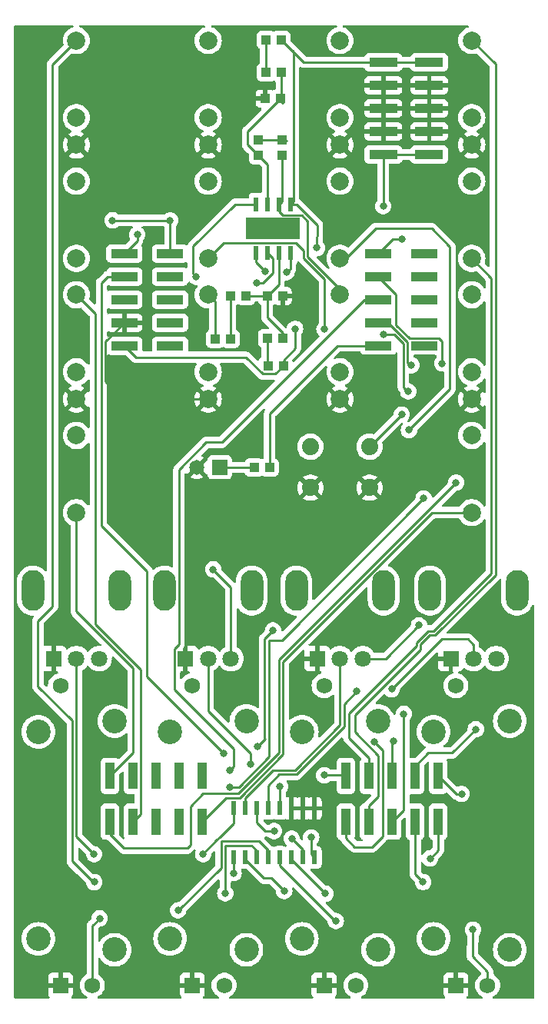
<source format=gbl>
G04 #@! TF.GenerationSoftware,KiCad,Pcbnew,7.0.8*
G04 #@! TF.CreationDate,2024-09-22T18:55:50-04:00*
G04 #@! TF.ProjectId,lichen-four-board,6c696368-656e-42d6-966f-75722d626f61,rev?*
G04 #@! TF.SameCoordinates,Original*
G04 #@! TF.FileFunction,Copper,L2,Bot*
G04 #@! TF.FilePolarity,Positive*
%FSLAX46Y46*%
G04 Gerber Fmt 4.6, Leading zero omitted, Abs format (unit mm)*
G04 Created by KiCad (PCBNEW 7.0.8) date 2024-09-22 18:55:50*
%MOMM*%
%LPD*%
G01*
G04 APERTURE LIST*
G04 #@! TA.AperFunction,ComponentPad*
%ADD10R,1.750000X1.750000*%
G04 #@! TD*
G04 #@! TA.AperFunction,ComponentPad*
%ADD11C,1.750000*%
G04 #@! TD*
G04 #@! TA.AperFunction,ComponentPad*
%ADD12C,2.700000*%
G04 #@! TD*
G04 #@! TA.AperFunction,ComponentPad*
%ADD13C,1.651000*%
G04 #@! TD*
G04 #@! TA.AperFunction,ComponentPad*
%ADD14R,1.651000X1.651000*%
G04 #@! TD*
G04 #@! TA.AperFunction,ComponentPad*
%ADD15O,2.500000X4.500000*%
G04 #@! TD*
G04 #@! TA.AperFunction,ComponentPad*
%ADD16R,1.800000X1.800000*%
G04 #@! TD*
G04 #@! TA.AperFunction,ComponentPad*
%ADD17C,1.800000*%
G04 #@! TD*
G04 #@! TA.AperFunction,ComponentPad*
%ADD18C,2.000000*%
G04 #@! TD*
G04 #@! TA.AperFunction,ComponentPad*
%ADD19C,1.879600*%
G04 #@! TD*
G04 #@! TA.AperFunction,SMDPad,CuDef*
%ADD20R,3.000000X1.000000*%
G04 #@! TD*
G04 #@! TA.AperFunction,SMDPad,CuDef*
%ADD21R,1.000000X3.000000*%
G04 #@! TD*
G04 #@! TA.AperFunction,SMDPad,CuDef*
%ADD22R,1.000000X1.000000*%
G04 #@! TD*
G04 #@! TA.AperFunction,SMDPad,CuDef*
%ADD23R,0.600000X1.500000*%
G04 #@! TD*
G04 #@! TA.AperFunction,SMDPad,CuDef*
%ADD24R,0.600000X1.550000*%
G04 #@! TD*
G04 #@! TA.AperFunction,SMDPad,CuDef*
%ADD25R,6.000000X2.350000*%
G04 #@! TD*
G04 #@! TA.AperFunction,SMDPad,CuDef*
%ADD26R,3.150000X1.000000*%
G04 #@! TD*
G04 #@! TA.AperFunction,ViaPad*
%ADD27C,0.800000*%
G04 #@! TD*
G04 #@! TA.AperFunction,Conductor*
%ADD28C,0.250000*%
G04 #@! TD*
G04 APERTURE END LIST*
D10*
X106777000Y-216390000D03*
D11*
X110277000Y-216390000D03*
X106777000Y-183390000D03*
D12*
X112727000Y-212490000D03*
X104327000Y-211290000D03*
X104327000Y-188490000D03*
X112727000Y-187290000D03*
D13*
X121773000Y-159339000D03*
D14*
X124313000Y-159339000D03*
D10*
X150323000Y-216390000D03*
D11*
X153823000Y-216390000D03*
X150323000Y-183390000D03*
D12*
X156273000Y-212490000D03*
X147873000Y-211290000D03*
X147873000Y-188490000D03*
X156273000Y-187290000D03*
D15*
X118243000Y-172915000D03*
X127843000Y-172915000D03*
D16*
X120543000Y-180415000D03*
D17*
X123043000Y-180415000D03*
X125543000Y-180415000D03*
D18*
X152073000Y-123839000D03*
X152073000Y-112339000D03*
X152073000Y-120839000D03*
X137558000Y-123839000D03*
X137558000Y-112339000D03*
X137558000Y-120839000D03*
X108527000Y-164339000D03*
X108527000Y-155839000D03*
D15*
X132758000Y-172915000D03*
X142358000Y-172915000D03*
D16*
X135058000Y-180415000D03*
D17*
X137558000Y-180415000D03*
X140058000Y-180415000D03*
D18*
X108527000Y-123839000D03*
X108527000Y-112339000D03*
X108527000Y-120839000D03*
X108527000Y-151839000D03*
X108527000Y-140339000D03*
X108527000Y-148839000D03*
X108527000Y-136339000D03*
X108527000Y-127839000D03*
D19*
X134306800Y-157078400D03*
X140809200Y-157078400D03*
X134306800Y-161599600D03*
X140809200Y-161599600D03*
D18*
X137558000Y-136339000D03*
X137558000Y-127839000D03*
D15*
X147465000Y-172915000D03*
X157065000Y-172915000D03*
D16*
X149765000Y-180415000D03*
D17*
X152265000Y-180415000D03*
X154765000Y-180415000D03*
D18*
X152073000Y-136339000D03*
X152073000Y-127839000D03*
D10*
X121293000Y-216390000D03*
D11*
X124793000Y-216390000D03*
X121293000Y-183390000D03*
D12*
X127243000Y-212490000D03*
X118843000Y-211290000D03*
X118843000Y-188490000D03*
X127243000Y-187290000D03*
D10*
X135808000Y-216390000D03*
D11*
X139308000Y-216390000D03*
X135808000Y-183390000D03*
D12*
X141758000Y-212490000D03*
X133358000Y-211290000D03*
X133358000Y-188490000D03*
X141758000Y-187290000D03*
D18*
X152073000Y-151839000D03*
X152073000Y-140339000D03*
X152073000Y-148839000D03*
X123043000Y-123839000D03*
X123043000Y-112339000D03*
X123043000Y-120839000D03*
X123043000Y-151839000D03*
X123043000Y-140339000D03*
X123043000Y-148839000D03*
D20*
X113810000Y-135800000D03*
X113810000Y-138340000D03*
X113810000Y-140880000D03*
X113810000Y-143420000D03*
X113810000Y-145960000D03*
X118850000Y-145960000D03*
X118850000Y-143420000D03*
X118850000Y-140880000D03*
X118850000Y-138340000D03*
X118850000Y-135800000D03*
D21*
X112220000Y-198370000D03*
X114760000Y-198370000D03*
X117300000Y-198370000D03*
X119840000Y-198370000D03*
X122380000Y-198370000D03*
X122380000Y-193330000D03*
X119840000Y-193330000D03*
X117300000Y-193330000D03*
X114760000Y-193330000D03*
X112220000Y-193330000D03*
X138220000Y-198380000D03*
X140760000Y-198380000D03*
X143300000Y-198380000D03*
X145840000Y-198380000D03*
X148380000Y-198380000D03*
X148380000Y-193340000D03*
X145840000Y-193340000D03*
X143300000Y-193340000D03*
X140760000Y-193340000D03*
X138220000Y-193340000D03*
D20*
X141780000Y-135790000D03*
X141780000Y-138330000D03*
X141780000Y-140870000D03*
X141780000Y-143410000D03*
X141780000Y-145950000D03*
X146820000Y-145950000D03*
X146820000Y-143410000D03*
X146820000Y-140870000D03*
X146820000Y-138330000D03*
X146820000Y-135790000D03*
D18*
X123043000Y-136339000D03*
X123043000Y-127839000D03*
D15*
X103727000Y-172915000D03*
X113327000Y-172915000D03*
D16*
X106027000Y-180415000D03*
D17*
X108527000Y-180415000D03*
X111027000Y-180415000D03*
D18*
X152073000Y-164339000D03*
X152073000Y-155839000D03*
X137558000Y-151839000D03*
X137558000Y-140339000D03*
X137558000Y-148839000D03*
D22*
X125500000Y-145200000D03*
X123800000Y-145200000D03*
D23*
X125855000Y-196910000D03*
X127125000Y-196910000D03*
X128395000Y-196910000D03*
X129665000Y-196910000D03*
X130935000Y-196910000D03*
X132205000Y-196910000D03*
X133475000Y-196910000D03*
X134745000Y-196910000D03*
X134745000Y-202310000D03*
X133475000Y-202310000D03*
X132205000Y-202310000D03*
X130935000Y-202310000D03*
X129665000Y-202310000D03*
X128395000Y-202310000D03*
X127125000Y-202310000D03*
X125855000Y-202310000D03*
D22*
X128100000Y-159360000D03*
X129800000Y-159360000D03*
X129390000Y-112260000D03*
X131090000Y-112260000D03*
D24*
X132110000Y-135770000D03*
X130840000Y-135770000D03*
X129570000Y-135770000D03*
X128300000Y-135770000D03*
X128300000Y-130370000D03*
X129570000Y-130370000D03*
X130840000Y-130370000D03*
X132110000Y-130370000D03*
D25*
X130205000Y-133070000D03*
D22*
X129620000Y-148200000D03*
X131320000Y-148200000D03*
X127180000Y-140470000D03*
X125480000Y-140470000D03*
X131240000Y-145140000D03*
X129540000Y-145140000D03*
X128550000Y-124990000D03*
X128550000Y-123290000D03*
X131170000Y-123310000D03*
X131170000Y-125010000D03*
D26*
X142340000Y-124900000D03*
X147390000Y-124900000D03*
X142340000Y-122360000D03*
X147390000Y-122360000D03*
X142340000Y-119820000D03*
X147390000Y-119820000D03*
X142340000Y-117280000D03*
X147390000Y-117280000D03*
X142340000Y-114740000D03*
X147390000Y-114740000D03*
D22*
X131240000Y-140480000D03*
X129540000Y-140480000D03*
X131110000Y-115850000D03*
X129410000Y-115850000D03*
X129280000Y-118750000D03*
X130980000Y-118750000D03*
D27*
X134070000Y-145130000D03*
X137560000Y-170340000D03*
X102840000Y-180810000D03*
X104240000Y-193410000D03*
X147480000Y-202430000D03*
X110490000Y-205030000D03*
X146710000Y-205023182D03*
X144590000Y-186500000D03*
X150960000Y-195320000D03*
X145080000Y-151000000D03*
X152520000Y-188200000D03*
X135850000Y-144130000D03*
X142380000Y-144710000D03*
X145160000Y-155250000D03*
X143430000Y-189490000D03*
X131670000Y-137870000D03*
X150350000Y-161030000D03*
X115230000Y-133730000D03*
X142330000Y-130590000D03*
X129320000Y-137740000D03*
X135030000Y-135180000D03*
X132610000Y-144100000D03*
X130310000Y-199400000D03*
X124760000Y-190880000D03*
X125840000Y-204050000D03*
X123590000Y-170590000D03*
X118850000Y-132160000D03*
X112500000Y-132150000D03*
X146260000Y-176760000D03*
X121730000Y-138360000D03*
X141337299Y-189612701D03*
X135830000Y-193260000D03*
X128450000Y-190120000D03*
X128410000Y-139020000D03*
X130180000Y-177310000D03*
X144360000Y-153540000D03*
X144410000Y-134180000D03*
X148820000Y-147900000D03*
X135960000Y-206310000D03*
X132240000Y-200240000D03*
X125460000Y-192710000D03*
X125390000Y-194555500D03*
X146770000Y-162770000D03*
X134390000Y-200100000D03*
X145440000Y-148100000D03*
X119730000Y-208140000D03*
X111090000Y-209030000D03*
X124920000Y-206270000D03*
X131420000Y-206030000D03*
X152210000Y-210270000D03*
X137100000Y-209320000D03*
X122480000Y-201960000D03*
X110460000Y-201960000D03*
X130940000Y-194520000D03*
X127715000Y-192075000D03*
X143250000Y-183780000D03*
X139370000Y-184040000D03*
D28*
X113739000Y-151839000D02*
X123043000Y-151839000D01*
X142340000Y-119820000D02*
X142340000Y-122360000D01*
X142340000Y-117280000D02*
X147390000Y-117280000D01*
X147390000Y-119820000D02*
X147390000Y-122360000D01*
X147390000Y-119820000D02*
X142340000Y-119820000D01*
X113810000Y-143420000D02*
X111740000Y-145490000D01*
X111740000Y-145490000D02*
X111740000Y-149840000D01*
X147390000Y-122360000D02*
X142340000Y-122360000D01*
X111740000Y-149840000D02*
X113739000Y-151839000D01*
X124334000Y-159360000D02*
X124313000Y-159339000D01*
X128100000Y-159360000D02*
X124334000Y-159360000D01*
X110490000Y-205160000D02*
X110420000Y-205090000D01*
X108077000Y-202747000D02*
X110360000Y-205030000D01*
X148380000Y-201530000D02*
X148380000Y-198380000D01*
X105890000Y-174650000D02*
X104275000Y-176265000D01*
X108077000Y-187257000D02*
X108077000Y-202747000D01*
X110490000Y-205030000D02*
X110490000Y-205160000D01*
X110360000Y-205030000D02*
X110490000Y-205030000D01*
X104275000Y-183455000D02*
X108077000Y-187257000D01*
X105890000Y-114976000D02*
X105890000Y-174650000D01*
X104275000Y-176265000D02*
X104275000Y-183455000D01*
X108527000Y-112339000D02*
X105890000Y-114976000D01*
X147480000Y-202430000D02*
X148380000Y-201530000D01*
X146710000Y-205023182D02*
X145840000Y-204153182D01*
X145840000Y-204153182D02*
X145840000Y-198380000D01*
X144590000Y-186500000D02*
X144580000Y-186510000D01*
X144580000Y-197100000D02*
X143300000Y-198380000D01*
X144580000Y-186510000D02*
X144580000Y-197100000D01*
X141790000Y-191090000D02*
X141790000Y-195620000D01*
X146410000Y-178843604D02*
X146410000Y-179440000D01*
X152073000Y-112339000D02*
X154680000Y-114946000D01*
X140760000Y-196650000D02*
X140760000Y-198380000D01*
X146410000Y-179440000D02*
X139190000Y-186660000D01*
X148060000Y-177830000D02*
X147423604Y-177830000D01*
X147423604Y-177830000D02*
X146410000Y-178843604D01*
X154680000Y-171210000D02*
X148060000Y-177830000D01*
X139190000Y-186660000D02*
X139190000Y-188490000D01*
X154680000Y-114946000D02*
X154680000Y-171210000D01*
X139190000Y-188490000D02*
X141790000Y-191090000D01*
X141790000Y-195620000D02*
X140760000Y-196650000D01*
X150960000Y-195320000D02*
X150360000Y-195320000D01*
X150360000Y-195320000D02*
X148380000Y-193340000D01*
X149930000Y-190810000D02*
X147290000Y-190810000D01*
X152520000Y-188220000D02*
X149930000Y-190810000D01*
X135850000Y-138616396D02*
X133550000Y-136316396D01*
X142370000Y-144700000D02*
X142380000Y-144710000D01*
X124712000Y-134670000D02*
X123043000Y-136339000D01*
X152520000Y-188200000D02*
X152520000Y-188220000D01*
X133550000Y-136316396D02*
X133550000Y-135510000D01*
X133550000Y-135510000D02*
X132710000Y-134670000D01*
X144545000Y-150545000D02*
X144545000Y-145735000D01*
X144545000Y-145735000D02*
X143520000Y-144710000D01*
X147290000Y-190810000D02*
X145840000Y-192260000D01*
X135850000Y-144130000D02*
X135850000Y-138616396D01*
X145080000Y-151080000D02*
X145080000Y-151000000D01*
X145840000Y-192260000D02*
X145840000Y-193340000D01*
X143520000Y-144710000D02*
X142380000Y-144710000D01*
X145000000Y-151000000D02*
X144545000Y-150545000D01*
X145080000Y-151000000D02*
X145000000Y-151000000D01*
X132710000Y-134670000D02*
X124712000Y-134670000D01*
X149660000Y-150750000D02*
X149660000Y-135050000D01*
X143430000Y-189490000D02*
X143300000Y-189620000D01*
X141490000Y-133050000D02*
X138201000Y-136339000D01*
X147660000Y-133050000D02*
X141490000Y-133050000D01*
X143300000Y-189620000D02*
X143300000Y-193340000D01*
X149660000Y-135050000D02*
X147660000Y-133050000D01*
X138201000Y-136339000D02*
X137558000Y-136339000D01*
X145160000Y-155250000D02*
X149660000Y-150750000D01*
X138530000Y-189130000D02*
X138530000Y-186450000D01*
X147873604Y-177380000D02*
X154230000Y-171023604D01*
X140760000Y-191360000D02*
X138530000Y-189130000D01*
X138530000Y-186450000D02*
X145960000Y-179020000D01*
X154230000Y-138496000D02*
X154230000Y-140400000D01*
X152073000Y-136339000D02*
X154230000Y-138496000D01*
X140760000Y-193340000D02*
X140760000Y-191360000D01*
X145960000Y-179020000D02*
X145960000Y-178657208D01*
X145960000Y-178657208D02*
X147237208Y-177380000D01*
X147237208Y-177380000D02*
X147873604Y-177380000D01*
X154230000Y-171023604D02*
X154230000Y-139120000D01*
X110610000Y-142422000D02*
X110610000Y-176673604D01*
X110610000Y-176673604D02*
X115585000Y-181648604D01*
X108527000Y-140339000D02*
X110610000Y-142422000D01*
X115585000Y-197545000D02*
X114760000Y-198370000D01*
X115585000Y-181648604D02*
X115585000Y-197545000D01*
X123800000Y-145200000D02*
X123800000Y-141096000D01*
X131720000Y-137870000D02*
X131670000Y-137870000D01*
X132110000Y-137480000D02*
X131720000Y-137870000D01*
X132110000Y-135770000D02*
X132110000Y-137480000D01*
X131670000Y-137870000D02*
X131670000Y-137920000D01*
X123800000Y-141096000D02*
X123043000Y-140339000D01*
X131670000Y-137920000D02*
X131710000Y-137880000D01*
X131170000Y-130040000D02*
X130840000Y-130370000D01*
X137558000Y-139688000D02*
X134000000Y-136130000D01*
X130840000Y-131145000D02*
X130840000Y-130370000D01*
X133339620Y-131570000D02*
X131265000Y-131570000D01*
X137558000Y-140339000D02*
X137558000Y-139688000D01*
X131265000Y-131570000D02*
X130840000Y-131145000D01*
X131170000Y-125010000D02*
X131170000Y-130040000D01*
X134000000Y-136130000D02*
X134000000Y-132230380D01*
X134000000Y-132230380D02*
X133339620Y-131570000D01*
X130850000Y-180559661D02*
X130850000Y-190756396D01*
X122490000Y-195280000D02*
X121100000Y-196670000D01*
X121100000Y-196670000D02*
X121100000Y-200930000D01*
X130850000Y-190756396D02*
X126326396Y-195280000D01*
X150400000Y-161009661D02*
X150379661Y-161030000D01*
X121100000Y-200930000D02*
X120730000Y-201300000D01*
X150350000Y-161030000D02*
X150350000Y-161059661D01*
X112220000Y-199750000D02*
X112220000Y-198370000D01*
X126326396Y-195280000D02*
X122490000Y-195280000D01*
X120730000Y-201300000D02*
X113770000Y-201300000D01*
X113770000Y-201300000D02*
X112220000Y-199750000D01*
X150350000Y-161059661D02*
X130850000Y-180559661D01*
X150379661Y-161030000D02*
X150350000Y-161030000D01*
X115230000Y-134380000D02*
X113810000Y-135800000D01*
X142340000Y-124900000D02*
X142330000Y-130590000D01*
X129320000Y-137740000D02*
X128300000Y-136720000D01*
X128300000Y-136720000D02*
X128300000Y-135770000D01*
X142330000Y-130590000D02*
X142340000Y-130570000D01*
X147390000Y-124900000D02*
X142340000Y-124900000D01*
X115230000Y-133730000D02*
X115230000Y-134380000D01*
X132110000Y-130370000D02*
X132410000Y-130070000D01*
X131320000Y-147570000D02*
X131320000Y-148200000D01*
X132650000Y-146240000D02*
X131320000Y-147570000D01*
X135030000Y-135180000D02*
X135060000Y-135160000D01*
X113810000Y-145960000D02*
X115080000Y-147230000D01*
X135060000Y-132653984D02*
X135030000Y-135180000D01*
X132650000Y-144140000D02*
X132650000Y-146240000D01*
X132776016Y-130370000D02*
X135060000Y-132653984D01*
X132410000Y-113580000D02*
X131090000Y-112260000D01*
X129030380Y-149070000D02*
X130450000Y-149070000D01*
X127190380Y-147230000D02*
X129030380Y-149070000D01*
X132110000Y-130370000D02*
X132776016Y-130370000D01*
X132410000Y-130070000D02*
X132410000Y-113580000D01*
X130450000Y-149070000D02*
X131320000Y-148200000D01*
X115080000Y-147230000D02*
X127190380Y-147230000D01*
X131090000Y-112260000D02*
X133570000Y-114740000D01*
X147390000Y-114740000D02*
X142340000Y-114740000D01*
X132610000Y-144100000D02*
X132650000Y-144140000D01*
X133570000Y-114740000D02*
X142340000Y-114740000D01*
X114790000Y-190760000D02*
X112220000Y-193330000D01*
X108527000Y-175227000D02*
X114790000Y-181490000D01*
X114790000Y-181490000D02*
X114790000Y-190760000D01*
X108527000Y-164339000D02*
X108527000Y-175227000D01*
X152073000Y-164339000D02*
X147707057Y-164339000D01*
X131300000Y-180746057D02*
X131300000Y-190942792D01*
X131300000Y-190942792D02*
X126512792Y-195730000D01*
X126512792Y-195730000D02*
X125020000Y-195730000D01*
X147707057Y-164339000D02*
X131300000Y-180746057D01*
X125020000Y-195730000D02*
X122380000Y-198370000D01*
X124760000Y-190850000D02*
X124760000Y-190880000D01*
X111290000Y-139020000D02*
X111290000Y-165790000D01*
X111970000Y-138340000D02*
X111290000Y-139020000D01*
X116270000Y-170770000D02*
X116270000Y-182360000D01*
X130310000Y-199400000D02*
X129320000Y-199400000D01*
X111290000Y-165790000D02*
X116270000Y-170770000D01*
X124760000Y-190880000D02*
X124790000Y-190880000D01*
X124790000Y-190880000D02*
X124680000Y-190770000D01*
X128395000Y-198475000D02*
X128395000Y-196910000D01*
X129320000Y-199400000D02*
X128395000Y-198475000D01*
X116270000Y-182360000D02*
X124760000Y-190850000D01*
X113810000Y-138340000D02*
X111970000Y-138340000D01*
X112510000Y-132160000D02*
X112500000Y-132150000D01*
X125855000Y-203060000D02*
X125860000Y-203065000D01*
X125860000Y-204030000D02*
X125840000Y-204050000D01*
X142605000Y-180415000D02*
X146260000Y-176760000D01*
X125840000Y-204050000D02*
X125860000Y-204070000D01*
X118850000Y-132160000D02*
X118890000Y-132160000D01*
X125860000Y-203065000D02*
X125860000Y-204030000D01*
X118850000Y-132200000D02*
X118850000Y-132200000D01*
X118850000Y-132200000D02*
X118850000Y-132160000D01*
X125855000Y-202310000D02*
X125855000Y-203060000D01*
X125543000Y-172543000D02*
X125543000Y-180415000D01*
X140058000Y-180415000D02*
X142605000Y-180415000D01*
X118850000Y-135800000D02*
X118850000Y-132200000D01*
X123590000Y-170590000D02*
X125543000Y-172543000D01*
X118890000Y-132160000D02*
X118870000Y-132180000D01*
X125860000Y-204070000D02*
X125860000Y-204100000D01*
X118850000Y-132160000D02*
X112510000Y-132160000D01*
X138220000Y-200200000D02*
X138220000Y-198380000D01*
X142240000Y-190515402D02*
X142240000Y-199980000D01*
X126010000Y-130370000D02*
X121380000Y-135000000D01*
X121380000Y-135000000D02*
X121380000Y-138050000D01*
X141337299Y-189612701D02*
X142240000Y-190515402D01*
X121730000Y-138400000D02*
X121660000Y-138330000D01*
X121380000Y-138050000D02*
X121690000Y-138360000D01*
X121690000Y-138360000D02*
X121730000Y-138360000D01*
X121730000Y-138360000D02*
X121730000Y-138400000D01*
X128300000Y-130370000D02*
X126010000Y-130370000D01*
X142240000Y-199980000D02*
X141070000Y-201150000D01*
X139170000Y-201150000D02*
X138220000Y-200200000D01*
X141070000Y-201150000D02*
X139170000Y-201150000D01*
X128450000Y-190120000D02*
X129290000Y-189280000D01*
X128450000Y-190120000D02*
X129270000Y-189300000D01*
X129570000Y-135770000D02*
X130150000Y-136350000D01*
X129270000Y-189300000D02*
X129270000Y-178220000D01*
X129270000Y-178220000D02*
X130180000Y-177310000D01*
X130150000Y-137935305D02*
X129045305Y-139040000D01*
X129045305Y-139040000D02*
X128410000Y-139020000D01*
X138140000Y-193260000D02*
X138220000Y-193340000D01*
X128410000Y-139020000D02*
X128430000Y-139040000D01*
X130150000Y-136350000D02*
X130150000Y-137935305D01*
X135830000Y-193260000D02*
X138140000Y-193260000D01*
X140809200Y-157078400D02*
X144350000Y-153537600D01*
X144350000Y-134240000D02*
X144250000Y-134240000D01*
X144350000Y-153537600D02*
X144360000Y-153540000D01*
X143390000Y-134180000D02*
X141780000Y-135790000D01*
X142700000Y-135790000D02*
X141780000Y-135790000D01*
X144410000Y-134180000D02*
X143390000Y-134180000D01*
X144410000Y-134180000D02*
X144350000Y-134240000D01*
X148454620Y-145125000D02*
X145207792Y-145125000D01*
X148820000Y-147900000D02*
X148820000Y-145490380D01*
X148820000Y-145490380D02*
X148454620Y-145125000D01*
X135960000Y-206310000D02*
X132205000Y-202555000D01*
X143740000Y-143657208D02*
X143740000Y-140290000D01*
X132205000Y-202555000D02*
X132205000Y-202310000D01*
X145207792Y-145125000D02*
X143740000Y-143657208D01*
X143740000Y-140290000D02*
X141780000Y-138330000D01*
X141780000Y-140870000D02*
X140280000Y-140870000D01*
X125860000Y-192310000D02*
X125460000Y-192710000D01*
X119818000Y-178832000D02*
X119318000Y-179332000D01*
X119818000Y-159602000D02*
X119818000Y-178832000D01*
X125460000Y-192710000D02*
X125485000Y-192675000D01*
X140280000Y-140870000D02*
X124540000Y-156610000D01*
X119318000Y-179332000D02*
X119318000Y-183838000D01*
X133475000Y-201475000D02*
X133475000Y-202310000D01*
X124540000Y-156610000D02*
X122810000Y-156610000D01*
X125860000Y-190380000D02*
X125860000Y-192310000D01*
X119318000Y-183838000D02*
X125860000Y-190380000D01*
X132240000Y-200240000D02*
X133475000Y-201475000D01*
X122810000Y-156610000D02*
X119818000Y-159602000D01*
X145440000Y-148100000D02*
X145280000Y-148100000D01*
X146770000Y-162770000D02*
X146770000Y-162766396D01*
X145440000Y-148260000D02*
X145440000Y-148100000D01*
X144995000Y-147815000D02*
X144995000Y-145548604D01*
X126414500Y-194555500D02*
X129746802Y-191223198D01*
X131156802Y-178379594D02*
X146766396Y-162770000D01*
X144995000Y-145548604D02*
X142856396Y-143410000D01*
X142856396Y-143410000D02*
X141780000Y-143410000D01*
X129746802Y-191223198D02*
X129746802Y-178379594D01*
X134390000Y-200100000D02*
X134390000Y-201955000D01*
X134390000Y-201955000D02*
X134745000Y-202310000D01*
X145280000Y-148100000D02*
X144995000Y-147815000D01*
X125390000Y-194555500D02*
X126414500Y-194555500D01*
X146766396Y-162770000D02*
X146770000Y-162770000D01*
X146770000Y-162766396D02*
X146790000Y-162746396D01*
X129746802Y-178379594D02*
X131156802Y-178379594D01*
X129800000Y-153460000D02*
X137310000Y-145950000D01*
X129800000Y-159360000D02*
X129800000Y-153460000D01*
X137310000Y-145950000D02*
X141780000Y-145950000D01*
X129530000Y-140470000D02*
X129540000Y-140480000D01*
X131240000Y-144580000D02*
X129540000Y-142880000D01*
X129540000Y-140480000D02*
X130840000Y-139180000D01*
X127180000Y-140470000D02*
X129530000Y-140470000D01*
X131240000Y-145140000D02*
X131240000Y-144580000D01*
X129540000Y-142880000D02*
X129540000Y-140480000D01*
X130840000Y-139180000D02*
X130840000Y-135770000D01*
X129540000Y-148120000D02*
X129620000Y-148200000D01*
X129570000Y-145170000D02*
X129540000Y-145140000D01*
X129540000Y-145140000D02*
X129540000Y-148120000D01*
X125500000Y-145200000D02*
X125500000Y-140490000D01*
X127380000Y-122350000D02*
X127380000Y-123820000D01*
X130980000Y-118940000D02*
X131230000Y-119190000D01*
X131110000Y-115850000D02*
X131110000Y-118620000D01*
X130980000Y-118750000D02*
X130980000Y-118940000D01*
X131110000Y-118620000D02*
X130980000Y-118750000D01*
X128550000Y-124990000D02*
X129570000Y-126010000D01*
X130980000Y-118750000D02*
X127380000Y-122350000D01*
X127380000Y-123820000D02*
X128550000Y-124990000D01*
X129570000Y-126010000D02*
X129570000Y-130370000D01*
X129390000Y-115830000D02*
X129410000Y-115850000D01*
X129390000Y-112260000D02*
X129390000Y-115830000D01*
X128550000Y-123290000D02*
X131150000Y-123290000D01*
X131680000Y-123350000D02*
X131690000Y-123340000D01*
X131150000Y-123290000D02*
X131170000Y-123310000D01*
X110280000Y-212575458D02*
X110277000Y-212578458D01*
X124470000Y-200540000D02*
X128645000Y-200540000D01*
X111090000Y-209030000D02*
X110280000Y-209840000D01*
X110277000Y-212578458D02*
X110277000Y-216390000D01*
X129665000Y-201560000D02*
X129665000Y-202310000D01*
X124470000Y-203480000D02*
X124470000Y-200540000D01*
X119780000Y-208170000D02*
X124470000Y-203480000D01*
X119730000Y-208140000D02*
X119780000Y-208170000D01*
X110280000Y-209840000D02*
X110280000Y-212575458D01*
X128645000Y-200540000D02*
X129665000Y-201560000D01*
X124960000Y-200990000D02*
X127825000Y-200990000D01*
X128395000Y-201560000D02*
X128395000Y-202310000D01*
X127825000Y-200990000D02*
X128395000Y-201560000D01*
X124793000Y-216390000D02*
X124920000Y-216263000D01*
X124920000Y-206170000D02*
X124920000Y-201030000D01*
X124920000Y-201030000D02*
X124960000Y-200990000D01*
X131420000Y-206030000D02*
X131420000Y-206020000D01*
X129185380Y-204610000D02*
X127125000Y-202549620D01*
X130010000Y-204610000D02*
X129185380Y-204610000D01*
X131430000Y-206030000D02*
X131420000Y-206030000D01*
X127125000Y-202549620D02*
X127125000Y-202310000D01*
X131420000Y-206020000D02*
X130010000Y-204610000D01*
X137140000Y-209280000D02*
X137100000Y-209320000D01*
X137060000Y-209280000D02*
X137010000Y-209280000D01*
X130935000Y-203205000D02*
X130935000Y-202310000D01*
X152150000Y-213205458D02*
X152210000Y-210270000D01*
X153823000Y-216390000D02*
X153823000Y-214878458D01*
X137010000Y-209280000D02*
X130935000Y-203205000D01*
X152210000Y-210270000D02*
X152150000Y-210250000D01*
X137100000Y-209320000D02*
X137060000Y-209280000D01*
X153823000Y-214878458D02*
X152150000Y-213205458D01*
X122430000Y-201960000D02*
X122480000Y-201960000D01*
X110482380Y-201960000D02*
X110502380Y-201980000D01*
X124300000Y-200090000D02*
X125855000Y-198535000D01*
X122410000Y-201980000D02*
X122430000Y-201960000D01*
X124020000Y-200353604D02*
X124283604Y-200090000D01*
X122480000Y-201910000D02*
X124020000Y-200370000D01*
X108527000Y-200004620D02*
X110460000Y-201937620D01*
X110460000Y-201937620D02*
X110460000Y-201960000D01*
X108527000Y-180415000D02*
X108527000Y-200004620D01*
X110460000Y-201960000D02*
X110482380Y-201960000D01*
X125855000Y-198535000D02*
X125855000Y-196910000D01*
X124020000Y-200370000D02*
X124020000Y-200353604D01*
X124283604Y-200090000D02*
X124300000Y-200090000D01*
X122480000Y-201960000D02*
X122480000Y-201910000D01*
X123043000Y-186193000D02*
X123043000Y-180415000D01*
X130940000Y-196905000D02*
X130935000Y-196910000D01*
X127715000Y-190865000D02*
X123043000Y-186193000D01*
X127715000Y-192075000D02*
X127715000Y-190865000D01*
X130940000Y-194520000D02*
X130940000Y-196905000D01*
X130199188Y-192680000D02*
X127125000Y-195754188D01*
X132610000Y-192680000D02*
X130199188Y-192680000D01*
X127125000Y-195754188D02*
X127125000Y-196910000D01*
X137558000Y-180415000D02*
X137558000Y-187732000D01*
X137558000Y-187732000D02*
X132610000Y-192680000D01*
X130880000Y-193180000D02*
X129665000Y-194395000D01*
X139370000Y-184040000D02*
X138008000Y-185402000D01*
X152265000Y-178885000D02*
X152265000Y-180415000D01*
X143250000Y-183780000D02*
X148750000Y-178280000D01*
X138008000Y-187918396D02*
X132746396Y-193180000D01*
X129665000Y-194395000D02*
X129665000Y-196910000D01*
X132746396Y-193180000D02*
X130880000Y-193180000D01*
X138008000Y-185402000D02*
X138008000Y-187918396D01*
X148750000Y-178280000D02*
X151660000Y-178280000D01*
X151660000Y-178280000D02*
X152265000Y-178885000D01*
G04 #@! TA.AperFunction,Conductor*
G36*
X108148180Y-110670185D02*
G01*
X108193935Y-110722989D01*
X108203879Y-110792147D01*
X108174854Y-110855703D01*
X108121404Y-110891781D01*
X107922197Y-110960169D01*
X107922188Y-110960172D01*
X107703493Y-111078524D01*
X107507257Y-111231261D01*
X107338833Y-111414217D01*
X107202826Y-111622393D01*
X107102936Y-111850118D01*
X107041892Y-112091175D01*
X107041890Y-112091187D01*
X107021357Y-112338994D01*
X107021357Y-112339005D01*
X107041890Y-112586812D01*
X107041892Y-112586824D01*
X107095863Y-112799948D01*
X107093238Y-112869768D01*
X107063338Y-112918069D01*
X105506208Y-114475199D01*
X105493951Y-114485020D01*
X105494134Y-114485241D01*
X105488123Y-114490213D01*
X105440772Y-114540636D01*
X105419889Y-114561519D01*
X105419877Y-114561532D01*
X105415621Y-114567017D01*
X105411837Y-114571447D01*
X105379937Y-114605418D01*
X105379936Y-114605420D01*
X105370284Y-114622976D01*
X105359610Y-114639226D01*
X105347329Y-114655061D01*
X105347324Y-114655068D01*
X105328815Y-114697838D01*
X105326245Y-114703084D01*
X105303803Y-114743906D01*
X105298822Y-114763307D01*
X105292521Y-114781710D01*
X105284562Y-114800102D01*
X105284561Y-114800105D01*
X105277271Y-114846127D01*
X105276087Y-114851846D01*
X105264501Y-114896972D01*
X105264500Y-114896982D01*
X105264500Y-114917016D01*
X105262973Y-114936415D01*
X105259936Y-114955592D01*
X105259840Y-114956196D01*
X105263267Y-114992452D01*
X105264225Y-115002583D01*
X105264500Y-115008421D01*
X105264500Y-170681009D01*
X105244815Y-170748048D01*
X105192011Y-170793803D01*
X105122853Y-170803747D01*
X105059297Y-170774722D01*
X105043553Y-170758322D01*
X105013801Y-170721014D01*
X104821479Y-170542567D01*
X104709569Y-170466268D01*
X104604704Y-170394772D01*
X104604700Y-170394770D01*
X104604697Y-170394768D01*
X104604696Y-170394767D01*
X104368325Y-170280938D01*
X104368327Y-170280938D01*
X104117623Y-170203606D01*
X104117619Y-170203605D01*
X104117615Y-170203604D01*
X103992823Y-170184794D01*
X103858187Y-170164500D01*
X103858182Y-170164500D01*
X103595818Y-170164500D01*
X103595812Y-170164500D01*
X103434247Y-170188853D01*
X103336385Y-170203604D01*
X103336382Y-170203605D01*
X103336376Y-170203606D01*
X103085673Y-170280938D01*
X102849303Y-170394767D01*
X102849302Y-170394768D01*
X102632520Y-170542567D01*
X102440198Y-170721014D01*
X102276614Y-170926143D01*
X102145432Y-171153356D01*
X102049582Y-171397578D01*
X102049576Y-171397597D01*
X101991197Y-171653374D01*
X101991196Y-171653379D01*
X101976500Y-171849500D01*
X101976500Y-173980500D01*
X101991196Y-174176620D01*
X101991197Y-174176625D01*
X102049576Y-174432402D01*
X102049578Y-174432411D01*
X102049580Y-174432416D01*
X102145432Y-174676643D01*
X102276614Y-174903857D01*
X102369699Y-175020582D01*
X102440198Y-175108985D01*
X102584807Y-175243161D01*
X102632521Y-175287433D01*
X102849296Y-175435228D01*
X102849301Y-175435230D01*
X102849302Y-175435231D01*
X102849303Y-175435232D01*
X102936842Y-175477388D01*
X103085673Y-175549061D01*
X103085674Y-175549061D01*
X103085677Y-175549063D01*
X103336385Y-175626396D01*
X103595818Y-175665500D01*
X103693359Y-175665500D01*
X103760398Y-175685185D01*
X103806153Y-175737989D01*
X103816097Y-175807147D01*
X103787072Y-175870703D01*
X103783765Y-175874367D01*
X103766789Y-175892446D01*
X103764937Y-175894419D01*
X103764936Y-175894420D01*
X103755284Y-175911976D01*
X103744610Y-175928226D01*
X103732329Y-175944061D01*
X103732324Y-175944068D01*
X103713815Y-175986838D01*
X103711245Y-175992084D01*
X103688803Y-176032906D01*
X103683822Y-176052307D01*
X103677521Y-176070710D01*
X103669562Y-176089102D01*
X103669561Y-176089105D01*
X103662271Y-176135127D01*
X103661087Y-176140846D01*
X103649501Y-176185972D01*
X103649500Y-176185982D01*
X103649500Y-176206016D01*
X103647973Y-176225415D01*
X103644840Y-176245194D01*
X103644840Y-176245195D01*
X103649225Y-176291583D01*
X103649500Y-176297421D01*
X103649500Y-183372255D01*
X103647775Y-183387872D01*
X103648061Y-183387899D01*
X103647326Y-183395665D01*
X103649500Y-183464814D01*
X103649500Y-183494343D01*
X103649501Y-183494360D01*
X103650368Y-183501231D01*
X103650826Y-183507050D01*
X103652290Y-183553624D01*
X103652291Y-183553627D01*
X103657880Y-183572867D01*
X103661824Y-183591911D01*
X103664336Y-183611792D01*
X103666468Y-183617176D01*
X103681490Y-183655119D01*
X103683382Y-183660647D01*
X103695121Y-183701052D01*
X103696382Y-183705390D01*
X103699901Y-183711341D01*
X103706580Y-183722634D01*
X103715138Y-183740103D01*
X103722514Y-183758732D01*
X103749898Y-183796423D01*
X103753106Y-183801307D01*
X103776827Y-183841416D01*
X103776833Y-183841424D01*
X103790990Y-183855580D01*
X103803627Y-183870375D01*
X103815406Y-183886587D01*
X103831056Y-183899534D01*
X103851309Y-183916288D01*
X103855620Y-183920210D01*
X105651258Y-185715848D01*
X107415181Y-187479771D01*
X107448666Y-187541094D01*
X107451500Y-187567452D01*
X107451500Y-202664255D01*
X107449775Y-202679872D01*
X107450061Y-202679899D01*
X107449326Y-202687665D01*
X107451500Y-202756814D01*
X107451500Y-202786343D01*
X107451501Y-202786360D01*
X107452368Y-202793231D01*
X107452826Y-202799050D01*
X107454290Y-202845624D01*
X107454291Y-202845627D01*
X107459880Y-202864867D01*
X107463824Y-202883911D01*
X107466336Y-202903792D01*
X107483490Y-202947119D01*
X107485382Y-202952647D01*
X107498381Y-202997388D01*
X107508580Y-203014634D01*
X107517138Y-203032103D01*
X107524514Y-203050732D01*
X107551898Y-203088423D01*
X107555106Y-203093307D01*
X107578827Y-203133416D01*
X107578833Y-203133424D01*
X107592990Y-203147580D01*
X107605628Y-203162376D01*
X107617405Y-203178586D01*
X107617406Y-203178587D01*
X107653309Y-203208288D01*
X107657620Y-203212210D01*
X108614265Y-204168855D01*
X109566306Y-205120896D01*
X109599791Y-205182219D01*
X109601945Y-205195611D01*
X109604325Y-205218250D01*
X109604327Y-205218260D01*
X109662818Y-205398277D01*
X109662821Y-205398284D01*
X109757467Y-205562216D01*
X109877990Y-205696070D01*
X109884129Y-205702888D01*
X110037265Y-205814148D01*
X110037270Y-205814151D01*
X110210192Y-205891142D01*
X110210197Y-205891144D01*
X110395354Y-205930500D01*
X110395355Y-205930500D01*
X110584644Y-205930500D01*
X110584646Y-205930500D01*
X110769803Y-205891144D01*
X110942730Y-205814151D01*
X111095871Y-205702888D01*
X111222533Y-205562216D01*
X111317179Y-205398284D01*
X111375674Y-205218256D01*
X111395460Y-205030000D01*
X111375674Y-204841744D01*
X111317179Y-204661716D01*
X111222533Y-204497784D01*
X111095871Y-204357112D01*
X111086487Y-204350294D01*
X110942734Y-204245851D01*
X110942729Y-204245848D01*
X110769807Y-204168857D01*
X110769802Y-204168855D01*
X110605045Y-204133836D01*
X110584646Y-204129500D01*
X110395452Y-204129500D01*
X110328413Y-204109815D01*
X110307771Y-204093181D01*
X108738819Y-202524228D01*
X108705334Y-202462905D01*
X108702500Y-202436547D01*
X108702500Y-201364072D01*
X108722185Y-201297033D01*
X108774989Y-201251278D01*
X108844147Y-201241334D01*
X108907703Y-201270359D01*
X108914177Y-201276387D01*
X109217014Y-201579225D01*
X109518410Y-201880621D01*
X109551895Y-201941944D01*
X109554050Y-201955340D01*
X109554540Y-201960000D01*
X109574326Y-202148256D01*
X109574327Y-202148259D01*
X109632818Y-202328277D01*
X109632821Y-202328284D01*
X109727467Y-202492216D01*
X109756291Y-202524228D01*
X109854129Y-202632888D01*
X110007265Y-202744148D01*
X110007270Y-202744151D01*
X110180192Y-202821142D01*
X110180197Y-202821144D01*
X110365354Y-202860500D01*
X110365355Y-202860500D01*
X110554644Y-202860500D01*
X110554646Y-202860500D01*
X110739803Y-202821144D01*
X110912730Y-202744151D01*
X111065871Y-202632888D01*
X111192533Y-202492216D01*
X111287179Y-202328284D01*
X111345674Y-202148256D01*
X111365460Y-201960000D01*
X111345674Y-201771744D01*
X111287179Y-201591716D01*
X111192533Y-201427784D01*
X111065871Y-201287112D01*
X111065147Y-201286586D01*
X110912734Y-201175851D01*
X110912729Y-201175848D01*
X110739807Y-201098857D01*
X110739802Y-201098855D01*
X110584798Y-201065909D01*
X110554646Y-201059500D01*
X110554645Y-201059500D01*
X110517832Y-201059500D01*
X110450793Y-201039815D01*
X110430151Y-201023181D01*
X109188819Y-199781848D01*
X109155334Y-199720525D01*
X109152500Y-199694167D01*
X109152500Y-181742814D01*
X109172185Y-181675775D01*
X109217483Y-181633759D01*
X109226200Y-181629041D01*
X109295626Y-181591470D01*
X109478784Y-181448913D01*
X109635979Y-181278153D01*
X109673191Y-181221196D01*
X109726337Y-181175839D01*
X109795569Y-181166415D01*
X109858904Y-181195917D01*
X109880809Y-181221196D01*
X109918016Y-181278147D01*
X109918019Y-181278151D01*
X109918021Y-181278153D01*
X110075216Y-181448913D01*
X110075219Y-181448915D01*
X110075222Y-181448918D01*
X110258365Y-181591464D01*
X110258371Y-181591468D01*
X110258374Y-181591470D01*
X110462497Y-181701936D01*
X110576487Y-181741068D01*
X110682015Y-181777297D01*
X110682017Y-181777297D01*
X110682019Y-181777298D01*
X110910951Y-181815500D01*
X110910952Y-181815500D01*
X111143048Y-181815500D01*
X111143049Y-181815500D01*
X111371981Y-181777298D01*
X111591503Y-181701936D01*
X111795626Y-181591470D01*
X111978784Y-181448913D01*
X112135979Y-181278153D01*
X112262924Y-181083849D01*
X112356157Y-180871300D01*
X112413134Y-180646305D01*
X112413910Y-180636945D01*
X112432300Y-180415006D01*
X112432300Y-180414995D01*
X112424265Y-180318034D01*
X112438345Y-180249597D01*
X112487190Y-180199638D01*
X112555291Y-180184017D01*
X112621027Y-180207694D01*
X112635522Y-180220112D01*
X114128181Y-181712771D01*
X114161666Y-181774094D01*
X114164500Y-181800452D01*
X114164500Y-185811135D01*
X114144815Y-185878174D01*
X114092011Y-185923929D01*
X114022853Y-185933873D01*
X113959297Y-185904848D01*
X113952819Y-185898816D01*
X113941925Y-185887922D01*
X113941907Y-185887906D01*
X113730013Y-185729285D01*
X113730005Y-185729280D01*
X113497694Y-185602428D01*
X113497690Y-185602426D01*
X113249673Y-185509921D01*
X112991034Y-185453658D01*
X112991027Y-185453657D01*
X112727001Y-185434773D01*
X112726999Y-185434773D01*
X112462972Y-185453657D01*
X112462965Y-185453658D01*
X112204326Y-185509921D01*
X111956309Y-185602426D01*
X111956305Y-185602428D01*
X111723994Y-185729280D01*
X111723986Y-185729285D01*
X111512092Y-185887906D01*
X111512074Y-185887922D01*
X111324922Y-186075074D01*
X111324906Y-186075092D01*
X111166285Y-186286986D01*
X111166280Y-186286994D01*
X111039428Y-186519305D01*
X111039426Y-186519309D01*
X110946921Y-186767326D01*
X110890658Y-187025965D01*
X110890657Y-187025972D01*
X110871773Y-187289998D01*
X110871773Y-187290001D01*
X110890657Y-187554027D01*
X110890658Y-187554034D01*
X110946921Y-187812673D01*
X111039426Y-188060690D01*
X111039428Y-188060694D01*
X111166280Y-188293005D01*
X111166285Y-188293013D01*
X111324906Y-188504907D01*
X111324922Y-188504925D01*
X111512074Y-188692077D01*
X111512092Y-188692093D01*
X111723986Y-188850714D01*
X111723994Y-188850719D01*
X111956305Y-188977571D01*
X111956309Y-188977573D01*
X111956311Y-188977574D01*
X112204322Y-189070077D01*
X112204325Y-189070077D01*
X112204326Y-189070078D01*
X112312116Y-189093526D01*
X112462974Y-189126343D01*
X112706660Y-189143772D01*
X112726999Y-189145227D01*
X112727000Y-189145227D01*
X112727001Y-189145227D01*
X112745885Y-189143876D01*
X112991026Y-189126343D01*
X113249678Y-189070077D01*
X113497689Y-188977574D01*
X113730011Y-188850716D01*
X113941915Y-188692087D01*
X113942703Y-188691299D01*
X113952819Y-188681184D01*
X114014142Y-188647699D01*
X114083834Y-188652683D01*
X114139767Y-188694555D01*
X114164184Y-188760019D01*
X114164500Y-188768865D01*
X114164500Y-190449547D01*
X114144815Y-190516586D01*
X114128181Y-190537228D01*
X113219523Y-191445885D01*
X113158200Y-191479370D01*
X113088508Y-191474386D01*
X113057531Y-191457471D01*
X113031967Y-191438334D01*
X112975692Y-191396206D01*
X112962330Y-191386203D01*
X112962328Y-191386202D01*
X112827482Y-191335908D01*
X112827483Y-191335908D01*
X112767883Y-191329501D01*
X112767881Y-191329500D01*
X112767873Y-191329500D01*
X112767864Y-191329500D01*
X111672129Y-191329500D01*
X111672123Y-191329501D01*
X111612516Y-191335908D01*
X111477671Y-191386202D01*
X111477664Y-191386206D01*
X111362455Y-191472452D01*
X111362452Y-191472455D01*
X111276206Y-191587664D01*
X111276202Y-191587671D01*
X111225908Y-191722517D01*
X111223906Y-191741144D01*
X111219501Y-191782123D01*
X111219500Y-191782135D01*
X111219500Y-194877870D01*
X111219501Y-194877876D01*
X111225908Y-194937483D01*
X111276202Y-195072328D01*
X111276206Y-195072335D01*
X111362452Y-195187544D01*
X111362455Y-195187547D01*
X111477664Y-195273793D01*
X111477671Y-195273797D01*
X111612517Y-195324091D01*
X111612516Y-195324091D01*
X111619444Y-195324835D01*
X111672127Y-195330500D01*
X112767872Y-195330499D01*
X112827483Y-195324091D01*
X112962331Y-195273796D01*
X113077546Y-195187546D01*
X113163796Y-195072331D01*
X113214091Y-194937483D01*
X113220500Y-194877873D01*
X113220499Y-193265451D01*
X113240184Y-193198413D01*
X113256818Y-193177771D01*
X113489192Y-192945397D01*
X113547820Y-192886769D01*
X113609142Y-192853285D01*
X113678834Y-192858269D01*
X113734767Y-192900141D01*
X113759184Y-192965605D01*
X113759500Y-192974451D01*
X113759500Y-194877870D01*
X113759501Y-194877876D01*
X113765908Y-194937483D01*
X113816202Y-195072328D01*
X113816206Y-195072335D01*
X113902452Y-195187544D01*
X113902455Y-195187547D01*
X114017664Y-195273793D01*
X114017671Y-195273797D01*
X114044480Y-195283796D01*
X114152517Y-195324091D01*
X114212127Y-195330500D01*
X114835500Y-195330499D01*
X114902539Y-195350183D01*
X114948294Y-195402987D01*
X114959500Y-195454499D01*
X114959500Y-196245500D01*
X114939815Y-196312539D01*
X114887011Y-196358294D01*
X114835500Y-196369500D01*
X114212129Y-196369500D01*
X114212123Y-196369501D01*
X114152516Y-196375908D01*
X114017671Y-196426202D01*
X114017664Y-196426206D01*
X113902455Y-196512452D01*
X113902452Y-196512455D01*
X113816206Y-196627664D01*
X113816202Y-196627671D01*
X113765908Y-196762517D01*
X113761326Y-196805141D01*
X113759501Y-196822123D01*
X113759500Y-196822135D01*
X113759500Y-199917870D01*
X113759501Y-199917876D01*
X113765908Y-199977483D01*
X113816202Y-200112328D01*
X113816203Y-200112330D01*
X113817226Y-200113696D01*
X113817821Y-200115293D01*
X113820454Y-200120114D01*
X113819760Y-200120492D01*
X113841642Y-200179161D01*
X113826790Y-200247433D01*
X113777384Y-200296839D01*
X113709111Y-200311690D01*
X113643647Y-200287273D01*
X113630277Y-200275687D01*
X113256818Y-199902228D01*
X113223333Y-199840905D01*
X113220499Y-199814547D01*
X113220499Y-196822129D01*
X113220498Y-196822123D01*
X113220497Y-196822116D01*
X113214091Y-196762517D01*
X113163796Y-196627669D01*
X113163795Y-196627668D01*
X113163793Y-196627664D01*
X113077547Y-196512455D01*
X113077544Y-196512452D01*
X112962335Y-196426206D01*
X112962328Y-196426202D01*
X112827482Y-196375908D01*
X112827483Y-196375908D01*
X112767883Y-196369501D01*
X112767881Y-196369500D01*
X112767873Y-196369500D01*
X112767864Y-196369500D01*
X111672129Y-196369500D01*
X111672123Y-196369501D01*
X111612516Y-196375908D01*
X111477671Y-196426202D01*
X111477664Y-196426206D01*
X111362455Y-196512452D01*
X111362452Y-196512455D01*
X111276206Y-196627664D01*
X111276202Y-196627671D01*
X111225908Y-196762517D01*
X111221326Y-196805141D01*
X111219501Y-196822123D01*
X111219500Y-196822135D01*
X111219500Y-199917870D01*
X111219501Y-199917876D01*
X111225908Y-199977483D01*
X111276202Y-200112328D01*
X111276206Y-200112335D01*
X111362452Y-200227544D01*
X111362455Y-200227547D01*
X111477664Y-200313793D01*
X111477671Y-200313797D01*
X111504472Y-200323793D01*
X111612517Y-200364091D01*
X111672127Y-200370500D01*
X111904546Y-200370499D01*
X111971586Y-200390183D01*
X111992227Y-200406817D01*
X112635074Y-201049665D01*
X113269197Y-201683788D01*
X113279022Y-201696051D01*
X113279243Y-201695869D01*
X113284214Y-201701878D01*
X113304157Y-201720605D01*
X113334635Y-201749226D01*
X113355529Y-201770120D01*
X113361011Y-201774373D01*
X113365443Y-201778157D01*
X113399418Y-201810062D01*
X113416976Y-201819714D01*
X113433233Y-201830393D01*
X113449064Y-201842673D01*
X113468156Y-201850935D01*
X113491833Y-201861182D01*
X113497077Y-201863750D01*
X113537908Y-201886197D01*
X113550523Y-201889435D01*
X113557305Y-201891177D01*
X113575719Y-201897481D01*
X113594104Y-201905438D01*
X113640157Y-201912732D01*
X113645826Y-201913906D01*
X113690981Y-201925500D01*
X113711016Y-201925500D01*
X113730413Y-201927026D01*
X113750196Y-201930160D01*
X113796584Y-201925775D01*
X113802422Y-201925500D01*
X120647257Y-201925500D01*
X120662877Y-201927224D01*
X120662904Y-201926939D01*
X120670660Y-201927671D01*
X120670667Y-201927673D01*
X120739814Y-201925500D01*
X120769350Y-201925500D01*
X120776228Y-201924630D01*
X120782041Y-201924172D01*
X120828627Y-201922709D01*
X120847869Y-201917117D01*
X120866912Y-201913174D01*
X120886792Y-201910664D01*
X120930122Y-201893507D01*
X120935646Y-201891617D01*
X120939396Y-201890527D01*
X120980390Y-201878618D01*
X120997629Y-201868422D01*
X121015103Y-201859862D01*
X121033727Y-201852488D01*
X121033727Y-201852487D01*
X121033732Y-201852486D01*
X121071449Y-201825082D01*
X121076305Y-201821892D01*
X121116420Y-201798170D01*
X121130586Y-201784003D01*
X121145381Y-201771368D01*
X121157277Y-201762725D01*
X121161587Y-201759594D01*
X121191299Y-201723676D01*
X121195211Y-201719378D01*
X121446408Y-201468180D01*
X121507731Y-201434696D01*
X121577423Y-201439680D01*
X121633356Y-201481552D01*
X121657773Y-201547016D01*
X121652020Y-201594180D01*
X121594448Y-201771368D01*
X121594326Y-201771744D01*
X121574540Y-201960000D01*
X121594326Y-202148256D01*
X121594327Y-202148259D01*
X121652818Y-202328277D01*
X121652821Y-202328284D01*
X121747467Y-202492216D01*
X121776291Y-202524228D01*
X121874129Y-202632888D01*
X122027265Y-202744148D01*
X122027270Y-202744151D01*
X122200192Y-202821142D01*
X122200197Y-202821144D01*
X122385354Y-202860500D01*
X122385355Y-202860500D01*
X122574644Y-202860500D01*
X122574646Y-202860500D01*
X122759803Y-202821144D01*
X122932730Y-202744151D01*
X123085871Y-202632888D01*
X123212533Y-202492216D01*
X123307179Y-202328284D01*
X123365674Y-202148256D01*
X123385460Y-201960000D01*
X123384902Y-201954694D01*
X123397467Y-201885966D01*
X123420538Y-201854050D01*
X123632820Y-201641769D01*
X123694142Y-201608285D01*
X123763834Y-201613269D01*
X123819767Y-201655141D01*
X123844184Y-201720605D01*
X123844500Y-201729451D01*
X123844500Y-203169546D01*
X123824815Y-203236585D01*
X123808181Y-203257227D01*
X119862227Y-207203181D01*
X119800904Y-207236666D01*
X119774546Y-207239500D01*
X119635354Y-207239500D01*
X119602897Y-207246398D01*
X119450197Y-207278855D01*
X119450192Y-207278857D01*
X119277270Y-207355848D01*
X119277265Y-207355851D01*
X119124129Y-207467111D01*
X118997466Y-207607785D01*
X118902821Y-207771715D01*
X118902818Y-207771722D01*
X118844327Y-207951740D01*
X118844326Y-207951744D01*
X118824540Y-208140000D01*
X118844326Y-208328256D01*
X118844327Y-208328259D01*
X118902818Y-208508277D01*
X118902821Y-208508284D01*
X118997467Y-208672216D01*
X119101525Y-208787784D01*
X119124129Y-208812888D01*
X119277265Y-208924148D01*
X119277270Y-208924151D01*
X119450192Y-209001142D01*
X119450197Y-209001144D01*
X119635354Y-209040500D01*
X119635355Y-209040500D01*
X119824644Y-209040500D01*
X119824646Y-209040500D01*
X120009803Y-209001144D01*
X120182730Y-208924151D01*
X120335871Y-208812888D01*
X120462533Y-208672216D01*
X120557179Y-208508284D01*
X120615674Y-208328256D01*
X120623925Y-208249742D01*
X120650508Y-208185129D01*
X120659556Y-208175032D01*
X124082821Y-204751768D01*
X124144142Y-204718285D01*
X124213834Y-204723269D01*
X124269767Y-204765141D01*
X124294184Y-204830605D01*
X124294500Y-204839451D01*
X124294500Y-205571312D01*
X124274815Y-205638351D01*
X124262650Y-205654284D01*
X124187466Y-205737784D01*
X124092821Y-205901715D01*
X124092818Y-205901722D01*
X124034327Y-206081740D01*
X124034326Y-206081744D01*
X124014540Y-206270000D01*
X124034326Y-206458256D01*
X124034327Y-206458259D01*
X124092818Y-206638277D01*
X124092821Y-206638284D01*
X124187467Y-206802216D01*
X124302975Y-206930500D01*
X124314129Y-206942888D01*
X124467265Y-207054148D01*
X124467270Y-207054151D01*
X124640192Y-207131142D01*
X124640197Y-207131144D01*
X124825354Y-207170500D01*
X124825355Y-207170500D01*
X125014644Y-207170500D01*
X125014646Y-207170500D01*
X125199803Y-207131144D01*
X125372730Y-207054151D01*
X125525871Y-206942888D01*
X125652533Y-206802216D01*
X125747179Y-206638284D01*
X125805674Y-206458256D01*
X125825460Y-206270000D01*
X125805674Y-206081744D01*
X125747179Y-205901716D01*
X125652533Y-205737784D01*
X125577350Y-205654284D01*
X125547120Y-205591292D01*
X125545500Y-205571312D01*
X125545500Y-205061146D01*
X125565185Y-204994107D01*
X125617989Y-204948352D01*
X125687147Y-204938408D01*
X125695254Y-204939851D01*
X125745354Y-204950500D01*
X125745356Y-204950500D01*
X125934644Y-204950500D01*
X125934646Y-204950500D01*
X126119803Y-204911144D01*
X126292730Y-204834151D01*
X126445871Y-204722888D01*
X126572533Y-204582216D01*
X126667179Y-204418284D01*
X126725674Y-204238256D01*
X126745460Y-204050000D01*
X126725674Y-203861744D01*
X126680534Y-203722817D01*
X126678539Y-203652976D01*
X126714619Y-203593143D01*
X126777320Y-203562315D01*
X126798453Y-203560499D01*
X127199927Y-203560499D01*
X127266966Y-203580184D01*
X127287607Y-203596817D01*
X128000762Y-204309973D01*
X128684577Y-204993788D01*
X128694402Y-205006051D01*
X128694623Y-205005869D01*
X128699594Y-205011878D01*
X128711632Y-205023182D01*
X128750015Y-205059226D01*
X128770909Y-205080120D01*
X128776391Y-205084373D01*
X128780823Y-205088157D01*
X128814798Y-205120062D01*
X128832356Y-205129714D01*
X128848615Y-205140395D01*
X128864444Y-205152673D01*
X128907218Y-205171182D01*
X128912436Y-205173738D01*
X128953288Y-205196197D01*
X128972696Y-205201180D01*
X128991097Y-205207480D01*
X129009484Y-205215437D01*
X129052868Y-205222308D01*
X129055499Y-205222725D01*
X129061219Y-205223909D01*
X129106361Y-205235500D01*
X129126396Y-205235500D01*
X129145794Y-205237026D01*
X129165574Y-205240159D01*
X129165575Y-205240160D01*
X129165575Y-205240159D01*
X129165576Y-205240160D01*
X129211964Y-205235775D01*
X129217802Y-205235500D01*
X129699548Y-205235500D01*
X129766587Y-205255185D01*
X129787229Y-205271819D01*
X130479864Y-205964455D01*
X130513349Y-206025778D01*
X130515504Y-206039174D01*
X130534326Y-206218256D01*
X130534327Y-206218259D01*
X130592818Y-206398277D01*
X130592821Y-206398284D01*
X130687467Y-206562216D01*
X130814129Y-206702888D01*
X130967265Y-206814148D01*
X130967270Y-206814151D01*
X131140192Y-206891142D01*
X131140197Y-206891144D01*
X131325354Y-206930500D01*
X131325355Y-206930500D01*
X131514644Y-206930500D01*
X131514646Y-206930500D01*
X131699803Y-206891144D01*
X131872730Y-206814151D01*
X132025871Y-206702888D01*
X132152533Y-206562216D01*
X132247179Y-206398284D01*
X132305674Y-206218256D01*
X132325460Y-206030000D01*
X132305674Y-205841744D01*
X132281670Y-205767870D01*
X132279675Y-205698033D01*
X132315755Y-205638200D01*
X132378456Y-205607371D01*
X132447870Y-205615335D01*
X132487283Y-205641874D01*
X136166911Y-209321502D01*
X136200396Y-209382825D01*
X136202550Y-209396216D01*
X136214326Y-209508256D01*
X136214327Y-209508259D01*
X136272818Y-209688277D01*
X136272821Y-209688284D01*
X136367467Y-209852216D01*
X136470656Y-209966819D01*
X136494129Y-209992888D01*
X136647265Y-210104148D01*
X136647270Y-210104151D01*
X136820192Y-210181142D01*
X136820197Y-210181144D01*
X137005354Y-210220500D01*
X137005355Y-210220500D01*
X137194644Y-210220500D01*
X137194646Y-210220500D01*
X137379803Y-210181144D01*
X137552730Y-210104151D01*
X137705871Y-209992888D01*
X137832533Y-209852216D01*
X137927179Y-209688284D01*
X137985674Y-209508256D01*
X138005460Y-209320000D01*
X137985674Y-209131744D01*
X137927179Y-208951716D01*
X137832533Y-208787784D01*
X137705871Y-208647112D01*
X137705870Y-208647111D01*
X137552734Y-208535851D01*
X137552729Y-208535848D01*
X137379807Y-208458857D01*
X137379802Y-208458855D01*
X137234001Y-208427865D01*
X137194646Y-208419500D01*
X137194645Y-208419500D01*
X137085453Y-208419500D01*
X137018414Y-208399815D01*
X136997772Y-208383181D01*
X136026819Y-207412228D01*
X135993334Y-207350905D01*
X135998318Y-207281213D01*
X136040190Y-207225280D01*
X136088718Y-207203257D01*
X136239803Y-207171144D01*
X136412730Y-207094151D01*
X136565871Y-206982888D01*
X136692533Y-206842216D01*
X136787179Y-206678284D01*
X136845674Y-206498256D01*
X136865460Y-206310000D01*
X136845674Y-206121744D01*
X136787179Y-205941716D01*
X136692533Y-205777784D01*
X136565871Y-205637112D01*
X136540821Y-205618912D01*
X136412734Y-205525851D01*
X136412729Y-205525848D01*
X136239807Y-205448857D01*
X136239802Y-205448855D01*
X136094001Y-205417865D01*
X136054646Y-205409500D01*
X136054645Y-205409500D01*
X135995452Y-205409500D01*
X135928413Y-205389815D01*
X135907771Y-205373181D01*
X134306771Y-203772180D01*
X134273286Y-203710857D01*
X134278270Y-203641165D01*
X134320142Y-203585232D01*
X134385606Y-203560815D01*
X134394452Y-203560499D01*
X134397118Y-203560499D01*
X134397127Y-203560500D01*
X135092872Y-203560499D01*
X135152483Y-203554091D01*
X135287331Y-203503796D01*
X135402546Y-203417546D01*
X135488796Y-203302331D01*
X135539091Y-203167483D01*
X135545500Y-203107873D01*
X135545499Y-201512128D01*
X135539091Y-201452517D01*
X135532444Y-201434696D01*
X135488797Y-201317671D01*
X135488793Y-201317664D01*
X135402547Y-201202455D01*
X135402544Y-201202452D01*
X135287335Y-201116206D01*
X135287328Y-201116202D01*
X135152483Y-201065908D01*
X135126242Y-201063087D01*
X135061691Y-201036348D01*
X135021845Y-200978954D01*
X135015500Y-200939798D01*
X135015500Y-200798687D01*
X135035185Y-200731648D01*
X135047350Y-200715715D01*
X135065891Y-200695122D01*
X135122533Y-200632216D01*
X135217179Y-200468284D01*
X135275674Y-200288256D01*
X135295460Y-200100000D01*
X135275674Y-199911744D01*
X135217179Y-199731716D01*
X135122533Y-199567784D01*
X134995871Y-199427112D01*
X134995870Y-199427111D01*
X134842734Y-199315851D01*
X134842729Y-199315848D01*
X134669807Y-199238857D01*
X134669802Y-199238855D01*
X134524001Y-199207865D01*
X134484646Y-199199500D01*
X134295354Y-199199500D01*
X134262897Y-199206398D01*
X134110197Y-199238855D01*
X134110192Y-199238857D01*
X133937270Y-199315848D01*
X133937265Y-199315851D01*
X133784129Y-199427111D01*
X133657466Y-199567785D01*
X133562821Y-199731715D01*
X133562818Y-199731722D01*
X133504757Y-199910418D01*
X133504326Y-199911744D01*
X133484540Y-200100000D01*
X133503090Y-200276500D01*
X133504327Y-200288261D01*
X133505678Y-200294617D01*
X133504458Y-200294876D01*
X133506256Y-200357907D01*
X133470172Y-200417738D01*
X133407470Y-200448563D01*
X133338056Y-200440595D01*
X133298650Y-200414059D01*
X133178960Y-200294369D01*
X133145475Y-200233046D01*
X133143323Y-200219668D01*
X133125674Y-200051744D01*
X133067179Y-199871716D01*
X132972533Y-199707784D01*
X132845871Y-199567112D01*
X132845870Y-199567111D01*
X132692734Y-199455851D01*
X132692729Y-199455848D01*
X132519807Y-199378857D01*
X132519802Y-199378855D01*
X132374001Y-199347865D01*
X132334646Y-199339500D01*
X132145354Y-199339500D01*
X132112897Y-199346398D01*
X131960197Y-199378855D01*
X131960192Y-199378857D01*
X131787270Y-199455848D01*
X131787265Y-199455851D01*
X131634129Y-199567111D01*
X131507466Y-199707785D01*
X131412821Y-199871715D01*
X131412818Y-199871722D01*
X131361527Y-200029581D01*
X131354326Y-200051744D01*
X131334540Y-200240000D01*
X131354326Y-200428256D01*
X131354327Y-200428259D01*
X131412818Y-200608277D01*
X131412821Y-200608284D01*
X131507467Y-200772216D01*
X131634129Y-200912888D01*
X131650417Y-200924722D01*
X131693083Y-200980052D01*
X131699062Y-201049665D01*
X131666457Y-201111460D01*
X131651848Y-201124303D01*
X131644316Y-201129942D01*
X131578853Y-201154363D01*
X131510579Y-201139514D01*
X131495691Y-201129947D01*
X131477334Y-201116205D01*
X131477328Y-201116202D01*
X131342486Y-201065910D01*
X131342485Y-201065909D01*
X131342483Y-201065909D01*
X131282873Y-201059500D01*
X131282863Y-201059500D01*
X130587129Y-201059500D01*
X130587123Y-201059501D01*
X130527516Y-201065908D01*
X130392671Y-201116202D01*
X130392665Y-201116205D01*
X130374309Y-201129947D01*
X130308844Y-201154363D01*
X130240571Y-201139510D01*
X130225691Y-201129947D01*
X130207334Y-201116205D01*
X130207328Y-201116202D01*
X130070671Y-201065233D01*
X130026323Y-201036732D01*
X129230303Y-200240712D01*
X129196818Y-200179389D01*
X129201802Y-200109697D01*
X129243674Y-200053764D01*
X129306314Y-200029581D01*
X129339134Y-200026479D01*
X129346585Y-200025775D01*
X129352422Y-200025500D01*
X129606252Y-200025500D01*
X129673291Y-200045185D01*
X129698400Y-200066526D01*
X129704126Y-200072885D01*
X129704130Y-200072889D01*
X129857265Y-200184148D01*
X129857270Y-200184151D01*
X130030192Y-200261142D01*
X130030197Y-200261144D01*
X130215354Y-200300500D01*
X130215355Y-200300500D01*
X130404644Y-200300500D01*
X130404646Y-200300500D01*
X130589803Y-200261144D01*
X130762730Y-200184151D01*
X130915871Y-200072888D01*
X131042533Y-199932216D01*
X131137179Y-199768284D01*
X131195674Y-199588256D01*
X131215460Y-199400000D01*
X131195674Y-199211744D01*
X131137179Y-199031716D01*
X131042533Y-198867784D01*
X130915871Y-198727112D01*
X130893552Y-198710896D01*
X130762734Y-198615851D01*
X130762729Y-198615848D01*
X130589807Y-198538857D01*
X130589802Y-198538855D01*
X130419122Y-198502577D01*
X130404646Y-198499500D01*
X130215354Y-198499500D01*
X130200878Y-198502577D01*
X130030197Y-198538855D01*
X130030192Y-198538857D01*
X129857270Y-198615848D01*
X129857265Y-198615851D01*
X129704124Y-198727114D01*
X129700832Y-198730079D01*
X129637837Y-198760301D01*
X129568503Y-198751668D01*
X129530190Y-198725600D01*
X129171226Y-198366635D01*
X129137741Y-198305312D01*
X129142725Y-198235620D01*
X129184597Y-198179687D01*
X129250061Y-198155270D01*
X129272155Y-198155664D01*
X129317127Y-198160500D01*
X130012872Y-198160499D01*
X130072483Y-198154091D01*
X130142169Y-198128100D01*
X130207329Y-198103797D01*
X130207329Y-198103796D01*
X130207331Y-198103796D01*
X130225688Y-198090053D01*
X130291150Y-198065635D01*
X130359424Y-198080485D01*
X130374308Y-198090050D01*
X130388874Y-198100955D01*
X130392669Y-198103796D01*
X130392670Y-198103797D01*
X130457831Y-198128100D01*
X130527517Y-198154091D01*
X130587127Y-198160500D01*
X131282872Y-198160499D01*
X131342483Y-198154091D01*
X131477331Y-198103796D01*
X131496105Y-198089741D01*
X131561565Y-198065323D01*
X131629838Y-198080172D01*
X131644728Y-198089741D01*
X131662908Y-198103351D01*
X131797623Y-198153597D01*
X131797627Y-198153598D01*
X131857155Y-198159999D01*
X131857172Y-198160000D01*
X131955000Y-198160000D01*
X131955000Y-197160000D01*
X132455000Y-197160000D01*
X132455000Y-198160000D01*
X132552828Y-198160000D01*
X132552844Y-198159999D01*
X132612372Y-198153598D01*
X132612376Y-198153597D01*
X132747091Y-198103351D01*
X132765687Y-198089430D01*
X132831151Y-198065011D01*
X132899424Y-198079861D01*
X132914313Y-198089430D01*
X132932908Y-198103351D01*
X133067623Y-198153597D01*
X133067627Y-198153598D01*
X133127155Y-198159999D01*
X133127172Y-198160000D01*
X133225000Y-198160000D01*
X133225000Y-197160000D01*
X133725000Y-197160000D01*
X133725000Y-198160000D01*
X133822828Y-198160000D01*
X133822844Y-198159999D01*
X133882372Y-198153598D01*
X133882376Y-198153597D01*
X134017091Y-198103351D01*
X134035687Y-198089430D01*
X134101151Y-198065011D01*
X134169424Y-198079861D01*
X134184313Y-198089430D01*
X134202908Y-198103351D01*
X134337623Y-198153597D01*
X134337627Y-198153598D01*
X134397155Y-198159999D01*
X134397172Y-198160000D01*
X134495000Y-198160000D01*
X134495000Y-197160000D01*
X134995000Y-197160000D01*
X134995000Y-198160000D01*
X135092828Y-198160000D01*
X135092844Y-198159999D01*
X135152372Y-198153598D01*
X135152379Y-198153596D01*
X135287086Y-198103354D01*
X135287093Y-198103350D01*
X135402187Y-198017190D01*
X135402190Y-198017187D01*
X135488350Y-197902093D01*
X135488354Y-197902086D01*
X135538596Y-197767379D01*
X135538598Y-197767372D01*
X135544999Y-197707844D01*
X135545000Y-197707827D01*
X135545000Y-197160000D01*
X134995000Y-197160000D01*
X134495000Y-197160000D01*
X133725000Y-197160000D01*
X133225000Y-197160000D01*
X132455000Y-197160000D01*
X131955000Y-197160000D01*
X131955000Y-195660000D01*
X132455000Y-195660000D01*
X132455000Y-196660000D01*
X133225000Y-196660000D01*
X133225000Y-195660000D01*
X133725000Y-195660000D01*
X133725000Y-196660000D01*
X134495000Y-196660000D01*
X134495000Y-195660000D01*
X134995000Y-195660000D01*
X134995000Y-196660000D01*
X135545000Y-196660000D01*
X135545000Y-196112172D01*
X135544999Y-196112155D01*
X135538598Y-196052627D01*
X135538596Y-196052620D01*
X135488354Y-195917913D01*
X135488350Y-195917906D01*
X135402190Y-195802812D01*
X135402187Y-195802809D01*
X135287093Y-195716649D01*
X135287086Y-195716645D01*
X135152379Y-195666403D01*
X135152372Y-195666401D01*
X135092844Y-195660000D01*
X134995000Y-195660000D01*
X134495000Y-195660000D01*
X134397155Y-195660000D01*
X134337627Y-195666401D01*
X134337620Y-195666403D01*
X134202913Y-195716645D01*
X134202912Y-195716646D01*
X134184309Y-195730572D01*
X134118844Y-195754987D01*
X134050571Y-195740134D01*
X134035691Y-195730572D01*
X134017087Y-195716646D01*
X134017086Y-195716645D01*
X133882379Y-195666403D01*
X133882372Y-195666401D01*
X133822844Y-195660000D01*
X133725000Y-195660000D01*
X133225000Y-195660000D01*
X133127155Y-195660000D01*
X133067627Y-195666401D01*
X133067620Y-195666403D01*
X132932913Y-195716645D01*
X132932912Y-195716646D01*
X132914309Y-195730572D01*
X132848844Y-195754987D01*
X132780571Y-195740134D01*
X132765691Y-195730572D01*
X132747087Y-195716646D01*
X132747086Y-195716645D01*
X132612379Y-195666403D01*
X132612372Y-195666401D01*
X132552844Y-195660000D01*
X132455000Y-195660000D01*
X131955000Y-195660000D01*
X131857155Y-195660000D01*
X131797627Y-195666401D01*
X131797619Y-195666403D01*
X131732833Y-195690567D01*
X131663141Y-195695551D01*
X131601818Y-195662066D01*
X131568334Y-195600742D01*
X131565500Y-195574385D01*
X131565500Y-195218687D01*
X131585185Y-195151648D01*
X131597350Y-195135715D01*
X131645413Y-195082335D01*
X131672533Y-195052216D01*
X131767179Y-194888284D01*
X131825674Y-194708256D01*
X131845460Y-194520000D01*
X131825674Y-194331744D01*
X131767179Y-194151716D01*
X131767176Y-194151710D01*
X131674679Y-193991499D01*
X131658206Y-193923599D01*
X131681059Y-193857572D01*
X131735980Y-193814382D01*
X131782066Y-193805500D01*
X132663653Y-193805500D01*
X132679273Y-193807224D01*
X132679300Y-193806939D01*
X132687056Y-193807671D01*
X132687063Y-193807673D01*
X132756210Y-193805500D01*
X132785746Y-193805500D01*
X132792624Y-193804630D01*
X132798437Y-193804172D01*
X132845023Y-193802709D01*
X132864265Y-193797117D01*
X132883308Y-193793174D01*
X132903188Y-193790664D01*
X132946518Y-193773507D01*
X132952042Y-193771617D01*
X132955792Y-193770527D01*
X132996786Y-193758618D01*
X133014025Y-193748422D01*
X133031499Y-193739862D01*
X133050123Y-193732488D01*
X133050123Y-193732487D01*
X133050128Y-193732486D01*
X133087845Y-193705082D01*
X133092701Y-193701892D01*
X133132816Y-193678170D01*
X133146985Y-193663999D01*
X133161775Y-193651368D01*
X133177983Y-193639594D01*
X133207695Y-193603676D01*
X133211608Y-193599376D01*
X133550984Y-193260000D01*
X134924540Y-193260000D01*
X134944326Y-193448256D01*
X134944327Y-193448259D01*
X135002818Y-193628277D01*
X135002821Y-193628284D01*
X135097467Y-193792216D01*
X135188827Y-193893681D01*
X135224129Y-193932888D01*
X135377265Y-194044148D01*
X135377270Y-194044151D01*
X135550192Y-194121142D01*
X135550197Y-194121144D01*
X135735354Y-194160500D01*
X135735355Y-194160500D01*
X135924644Y-194160500D01*
X135924646Y-194160500D01*
X136109803Y-194121144D01*
X136282730Y-194044151D01*
X136435871Y-193932888D01*
X136438788Y-193929647D01*
X136441600Y-193926526D01*
X136501087Y-193889879D01*
X136533748Y-193885500D01*
X137095501Y-193885500D01*
X137162540Y-193905185D01*
X137208295Y-193957989D01*
X137219501Y-194009500D01*
X137219501Y-194887876D01*
X137225908Y-194947483D01*
X137276202Y-195082328D01*
X137276206Y-195082335D01*
X137362452Y-195197544D01*
X137362455Y-195197547D01*
X137477664Y-195283793D01*
X137477671Y-195283797D01*
X137612517Y-195334091D01*
X137612516Y-195334091D01*
X137619444Y-195334835D01*
X137672127Y-195340500D01*
X138767872Y-195340499D01*
X138827483Y-195334091D01*
X138962331Y-195283796D01*
X139077546Y-195197546D01*
X139163796Y-195082331D01*
X139214091Y-194947483D01*
X139220500Y-194887873D01*
X139220499Y-191792128D01*
X139214091Y-191732517D01*
X139210361Y-191722517D01*
X139163797Y-191597671D01*
X139163793Y-191597664D01*
X139077547Y-191482455D01*
X139077544Y-191482452D01*
X138962335Y-191396206D01*
X138962328Y-191396202D01*
X138827482Y-191345908D01*
X138827483Y-191345908D01*
X138767883Y-191339501D01*
X138767881Y-191339500D01*
X138767873Y-191339500D01*
X138767864Y-191339500D01*
X137672129Y-191339500D01*
X137672123Y-191339501D01*
X137612516Y-191345908D01*
X137477671Y-191396202D01*
X137477664Y-191396206D01*
X137362455Y-191482452D01*
X137362452Y-191482455D01*
X137276206Y-191597664D01*
X137276202Y-191597671D01*
X137225908Y-191732517D01*
X137219915Y-191788269D01*
X137219501Y-191792123D01*
X137219500Y-191792135D01*
X137219500Y-192510500D01*
X137199815Y-192577539D01*
X137147011Y-192623294D01*
X137095500Y-192634500D01*
X136533748Y-192634500D01*
X136466709Y-192614815D01*
X136441600Y-192593474D01*
X136435873Y-192587114D01*
X136435869Y-192587110D01*
X136282734Y-192475851D01*
X136282729Y-192475848D01*
X136109807Y-192398857D01*
X136109802Y-192398855D01*
X135964001Y-192367865D01*
X135924646Y-192359500D01*
X135735354Y-192359500D01*
X135702897Y-192366398D01*
X135550197Y-192398855D01*
X135550192Y-192398857D01*
X135377270Y-192475848D01*
X135377265Y-192475851D01*
X135224129Y-192587111D01*
X135097466Y-192727785D01*
X135002821Y-192891715D01*
X135002818Y-192891722D01*
X134944327Y-193071740D01*
X134944326Y-193071744D01*
X134924540Y-193260000D01*
X133550984Y-193260000D01*
X137694773Y-189116212D01*
X137756094Y-189082729D01*
X137825786Y-189087713D01*
X137881719Y-189129585D01*
X137906136Y-189195049D01*
X137906391Y-189199999D01*
X137907290Y-189228625D01*
X137907291Y-189228627D01*
X137912880Y-189247867D01*
X137916824Y-189266911D01*
X137919336Y-189286791D01*
X137936490Y-189330119D01*
X137938382Y-189335647D01*
X137951381Y-189380388D01*
X137961580Y-189397634D01*
X137970138Y-189415103D01*
X137977514Y-189433732D01*
X138004898Y-189471423D01*
X138008106Y-189476307D01*
X138031827Y-189516416D01*
X138031833Y-189516424D01*
X138045990Y-189530580D01*
X138058628Y-189545376D01*
X138070405Y-189561586D01*
X138070406Y-189561587D01*
X138106309Y-189591288D01*
X138110620Y-189595210D01*
X139013303Y-190497893D01*
X139867323Y-191351913D01*
X139900808Y-191413236D01*
X139895824Y-191482928D01*
X139878909Y-191513904D01*
X139816206Y-191597665D01*
X139816202Y-191597671D01*
X139765908Y-191732517D01*
X139759915Y-191788269D01*
X139759501Y-191792123D01*
X139759500Y-191792135D01*
X139759500Y-194887870D01*
X139759501Y-194887876D01*
X139765908Y-194947483D01*
X139816202Y-195082328D01*
X139816206Y-195082335D01*
X139902452Y-195197544D01*
X139902455Y-195197547D01*
X140017664Y-195283793D01*
X140017671Y-195283797D01*
X140152517Y-195334091D01*
X140152516Y-195334091D01*
X140159444Y-195334835D01*
X140212127Y-195340500D01*
X140885547Y-195340499D01*
X140952586Y-195360183D01*
X140998341Y-195412987D01*
X141008285Y-195482146D01*
X140979260Y-195545702D01*
X140973228Y-195552180D01*
X140376208Y-196149199D01*
X140363951Y-196159020D01*
X140364134Y-196159241D01*
X140358123Y-196164213D01*
X140310772Y-196214636D01*
X140289889Y-196235519D01*
X140289877Y-196235532D01*
X140285621Y-196241017D01*
X140281837Y-196245447D01*
X140249937Y-196279418D01*
X140249936Y-196279420D01*
X140240284Y-196296976D01*
X140229610Y-196313226D01*
X140217327Y-196329063D01*
X140214851Y-196333250D01*
X140163779Y-196380930D01*
X140151456Y-196386304D01*
X140017671Y-196436202D01*
X140017664Y-196436206D01*
X139902455Y-196522452D01*
X139902452Y-196522455D01*
X139816206Y-196637664D01*
X139816202Y-196637671D01*
X139765908Y-196772517D01*
X139760575Y-196822127D01*
X139759501Y-196832123D01*
X139759500Y-196832135D01*
X139759500Y-199927870D01*
X139759501Y-199927876D01*
X139765908Y-199987483D01*
X139816202Y-200122328D01*
X139816206Y-200122335D01*
X139902452Y-200237544D01*
X139902455Y-200237547D01*
X139987529Y-200301234D01*
X140029400Y-200357168D01*
X140034384Y-200426859D01*
X140000898Y-200488182D01*
X139939575Y-200521666D01*
X139913218Y-200524500D01*
X139480452Y-200524500D01*
X139413413Y-200504815D01*
X139392771Y-200488181D01*
X139268679Y-200364089D01*
X139181089Y-200276498D01*
X139147605Y-200215177D01*
X139152589Y-200145485D01*
X139159945Y-200129381D01*
X139163793Y-200122334D01*
X139163796Y-200122331D01*
X139214091Y-199987483D01*
X139220500Y-199927873D01*
X139220499Y-196832128D01*
X139214091Y-196772517D01*
X139210361Y-196762517D01*
X139163797Y-196637671D01*
X139163793Y-196637664D01*
X139077547Y-196522455D01*
X139077544Y-196522452D01*
X138962335Y-196436206D01*
X138962328Y-196436202D01*
X138827482Y-196385908D01*
X138827483Y-196385908D01*
X138767883Y-196379501D01*
X138767881Y-196379500D01*
X138767873Y-196379500D01*
X138767864Y-196379500D01*
X137672129Y-196379500D01*
X137672123Y-196379501D01*
X137612516Y-196385908D01*
X137477671Y-196436202D01*
X137477664Y-196436206D01*
X137362455Y-196522452D01*
X137362452Y-196522455D01*
X137276206Y-196637664D01*
X137276202Y-196637671D01*
X137225908Y-196772517D01*
X137220575Y-196822127D01*
X137219501Y-196832123D01*
X137219500Y-196832135D01*
X137219500Y-199927870D01*
X137219501Y-199927876D01*
X137225908Y-199987483D01*
X137276202Y-200122328D01*
X137276206Y-200122335D01*
X137362452Y-200237544D01*
X137362455Y-200237547D01*
X137477664Y-200323793D01*
X137477673Y-200323798D01*
X137561663Y-200355124D01*
X137617597Y-200396995D01*
X137637407Y-200436710D01*
X137641382Y-200450390D01*
X137650486Y-200465785D01*
X137651580Y-200467634D01*
X137660136Y-200485100D01*
X137661357Y-200488182D01*
X137667514Y-200503732D01*
X137694898Y-200541423D01*
X137698106Y-200546307D01*
X137721827Y-200586416D01*
X137721833Y-200586424D01*
X137735990Y-200600580D01*
X137748628Y-200615376D01*
X137760405Y-200631586D01*
X137760406Y-200631587D01*
X137796309Y-200661288D01*
X137800620Y-200665210D01*
X138453073Y-201317664D01*
X138669197Y-201533788D01*
X138679022Y-201546051D01*
X138679243Y-201545869D01*
X138684214Y-201551878D01*
X138705043Y-201571437D01*
X138734635Y-201599226D01*
X138755529Y-201620120D01*
X138761011Y-201624373D01*
X138765443Y-201628157D01*
X138799418Y-201660062D01*
X138816976Y-201669714D01*
X138833233Y-201680393D01*
X138849064Y-201692673D01*
X138868737Y-201701186D01*
X138891833Y-201711182D01*
X138897077Y-201713750D01*
X138937908Y-201736197D01*
X138950523Y-201739435D01*
X138957305Y-201741177D01*
X138975719Y-201747481D01*
X138994104Y-201755438D01*
X139040157Y-201762732D01*
X139045826Y-201763906D01*
X139090981Y-201775500D01*
X139111016Y-201775500D01*
X139130413Y-201777026D01*
X139150196Y-201780160D01*
X139196584Y-201775775D01*
X139202422Y-201775500D01*
X140987257Y-201775500D01*
X141002877Y-201777224D01*
X141002904Y-201776939D01*
X141010660Y-201777671D01*
X141010667Y-201777673D01*
X141079814Y-201775500D01*
X141109350Y-201775500D01*
X141116228Y-201774630D01*
X141122041Y-201774172D01*
X141168627Y-201772709D01*
X141187869Y-201767117D01*
X141206912Y-201763174D01*
X141226792Y-201760664D01*
X141270122Y-201743507D01*
X141275646Y-201741617D01*
X141279396Y-201740527D01*
X141320390Y-201728618D01*
X141337629Y-201718422D01*
X141355103Y-201709862D01*
X141373727Y-201702488D01*
X141373727Y-201702487D01*
X141373732Y-201702486D01*
X141411449Y-201675082D01*
X141416305Y-201671892D01*
X141456420Y-201648170D01*
X141470589Y-201633999D01*
X141485379Y-201621368D01*
X141501587Y-201609594D01*
X141531299Y-201573676D01*
X141535212Y-201569376D01*
X142623787Y-200480802D01*
X142636042Y-200470986D01*
X142635859Y-200470764D01*
X142641867Y-200465792D01*
X142641877Y-200465786D01*
X142685234Y-200419614D01*
X142745473Y-200384221D01*
X142775617Y-200380499D01*
X143847872Y-200380499D01*
X143907483Y-200374091D01*
X144042331Y-200323796D01*
X144157546Y-200237546D01*
X144243796Y-200122331D01*
X144294091Y-199987483D01*
X144300500Y-199927873D01*
X144300499Y-198315451D01*
X144320184Y-198248413D01*
X144336818Y-198227771D01*
X144566247Y-197998342D01*
X144627820Y-197936769D01*
X144689142Y-197903285D01*
X144758834Y-197908269D01*
X144814767Y-197950141D01*
X144839184Y-198015605D01*
X144839500Y-198024451D01*
X144839500Y-199927870D01*
X144839501Y-199927876D01*
X144845908Y-199987483D01*
X144896202Y-200122328D01*
X144896206Y-200122335D01*
X144982452Y-200237544D01*
X144982455Y-200237547D01*
X145097664Y-200323793D01*
X145097669Y-200323796D01*
X145133832Y-200337284D01*
X145189766Y-200379154D01*
X145214184Y-200444618D01*
X145214500Y-200453466D01*
X145214500Y-204070437D01*
X145212775Y-204086054D01*
X145213061Y-204086081D01*
X145212326Y-204093847D01*
X145214500Y-204162996D01*
X145214500Y-204192525D01*
X145214501Y-204192542D01*
X145215368Y-204199413D01*
X145215826Y-204205232D01*
X145217290Y-204251806D01*
X145217291Y-204251809D01*
X145222880Y-204271049D01*
X145226824Y-204290093D01*
X145229336Y-204309973D01*
X145246490Y-204353301D01*
X145248382Y-204358829D01*
X145261382Y-204403572D01*
X145270082Y-204418284D01*
X145271580Y-204420816D01*
X145280138Y-204438285D01*
X145287514Y-204456914D01*
X145314898Y-204494605D01*
X145318106Y-204499489D01*
X145341827Y-204539598D01*
X145341833Y-204539606D01*
X145355990Y-204553762D01*
X145368628Y-204568558D01*
X145380405Y-204584768D01*
X145380406Y-204584769D01*
X145416309Y-204614470D01*
X145420620Y-204618392D01*
X145632833Y-204830605D01*
X145771038Y-204968810D01*
X145804523Y-205030133D01*
X145806678Y-205043529D01*
X145808328Y-205059226D01*
X145824326Y-205211438D01*
X145824327Y-205211441D01*
X145882818Y-205391459D01*
X145882821Y-205391466D01*
X145977467Y-205555398D01*
X146104129Y-205696070D01*
X146257265Y-205807330D01*
X146257270Y-205807333D01*
X146430192Y-205884324D01*
X146430197Y-205884326D01*
X146615354Y-205923682D01*
X146615355Y-205923682D01*
X146804644Y-205923682D01*
X146804646Y-205923682D01*
X146989803Y-205884326D01*
X147162730Y-205807333D01*
X147315871Y-205696070D01*
X147442533Y-205555398D01*
X147537179Y-205391466D01*
X147595674Y-205211438D01*
X147615460Y-205023182D01*
X147595674Y-204834926D01*
X147537179Y-204654898D01*
X147442533Y-204490966D01*
X147315871Y-204350294D01*
X147315870Y-204350293D01*
X147162734Y-204239033D01*
X147162729Y-204239030D01*
X146989807Y-204162039D01*
X146989802Y-204162037D01*
X146836722Y-204129500D01*
X146804646Y-204122682D01*
X146804645Y-204122682D01*
X146745453Y-204122682D01*
X146678414Y-204102997D01*
X146657772Y-204086363D01*
X146501819Y-203930410D01*
X146468334Y-203869087D01*
X146465500Y-203842729D01*
X146465500Y-202936608D01*
X146485185Y-202869569D01*
X146537989Y-202823814D01*
X146607147Y-202813870D01*
X146670703Y-202842895D01*
X146696885Y-202874605D01*
X146732682Y-202936608D01*
X146747467Y-202962216D01*
X146874129Y-203102888D01*
X147027265Y-203214148D01*
X147027270Y-203214151D01*
X147200192Y-203291142D01*
X147200197Y-203291144D01*
X147385354Y-203330500D01*
X147385355Y-203330500D01*
X147574644Y-203330500D01*
X147574646Y-203330500D01*
X147759803Y-203291144D01*
X147932730Y-203214151D01*
X148085871Y-203102888D01*
X148212533Y-202962216D01*
X148307179Y-202798284D01*
X148365674Y-202618256D01*
X148383321Y-202450344D01*
X148409904Y-202385734D01*
X148418951Y-202375638D01*
X148763788Y-202030801D01*
X148776042Y-202020986D01*
X148775859Y-202020764D01*
X148781866Y-202015792D01*
X148781877Y-202015786D01*
X148812775Y-201982882D01*
X148829227Y-201965364D01*
X148839671Y-201954918D01*
X148850120Y-201944471D01*
X148854379Y-201938978D01*
X148858152Y-201934561D01*
X148890062Y-201900582D01*
X148899713Y-201883024D01*
X148910396Y-201866761D01*
X148922673Y-201850936D01*
X148941185Y-201808153D01*
X148943738Y-201802941D01*
X148966197Y-201762092D01*
X148971180Y-201742680D01*
X148977481Y-201724280D01*
X148985437Y-201705896D01*
X148992729Y-201659852D01*
X148993906Y-201654171D01*
X149005500Y-201609019D01*
X149005500Y-201588983D01*
X149007027Y-201569582D01*
X149010160Y-201549804D01*
X149005775Y-201503415D01*
X149005500Y-201497577D01*
X149005500Y-200453466D01*
X149025185Y-200386427D01*
X149077989Y-200340672D01*
X149086156Y-200337288D01*
X149122331Y-200323796D01*
X149237546Y-200237546D01*
X149323796Y-200122331D01*
X149374091Y-199987483D01*
X149380500Y-199927873D01*
X149380499Y-196832128D01*
X149374091Y-196772517D01*
X149370361Y-196762517D01*
X149323797Y-196637671D01*
X149323793Y-196637664D01*
X149237547Y-196522455D01*
X149237544Y-196522452D01*
X149122335Y-196436206D01*
X149122328Y-196436202D01*
X148987482Y-196385908D01*
X148987483Y-196385908D01*
X148927883Y-196379501D01*
X148927881Y-196379500D01*
X148927873Y-196379500D01*
X148927864Y-196379500D01*
X147832129Y-196379500D01*
X147832123Y-196379501D01*
X147772516Y-196385908D01*
X147637671Y-196436202D01*
X147637664Y-196436206D01*
X147522455Y-196522452D01*
X147522452Y-196522455D01*
X147436206Y-196637664D01*
X147436202Y-196637671D01*
X147385908Y-196772517D01*
X147380575Y-196822127D01*
X147379501Y-196832123D01*
X147379500Y-196832135D01*
X147379500Y-199927870D01*
X147379501Y-199927876D01*
X147385908Y-199987483D01*
X147436202Y-200122328D01*
X147436206Y-200122335D01*
X147522452Y-200237544D01*
X147522455Y-200237547D01*
X147637664Y-200323793D01*
X147637669Y-200323796D01*
X147673832Y-200337284D01*
X147729766Y-200379154D01*
X147754184Y-200444618D01*
X147754500Y-200453466D01*
X147754500Y-201219547D01*
X147734815Y-201286586D01*
X147718181Y-201307228D01*
X147532228Y-201493181D01*
X147470905Y-201526666D01*
X147444547Y-201529500D01*
X147385354Y-201529500D01*
X147352897Y-201536398D01*
X147200197Y-201568855D01*
X147200192Y-201568857D01*
X147027270Y-201645848D01*
X147027265Y-201645851D01*
X146874129Y-201757111D01*
X146747466Y-201897785D01*
X146696887Y-201985391D01*
X146646320Y-202033606D01*
X146577713Y-202046830D01*
X146512848Y-202020862D01*
X146472320Y-201963948D01*
X146465500Y-201923391D01*
X146465500Y-200453466D01*
X146485185Y-200386427D01*
X146537989Y-200340672D01*
X146546156Y-200337288D01*
X146582331Y-200323796D01*
X146697546Y-200237546D01*
X146783796Y-200122331D01*
X146834091Y-199987483D01*
X146840500Y-199927873D01*
X146840499Y-196832128D01*
X146834091Y-196772517D01*
X146830361Y-196762517D01*
X146783797Y-196637671D01*
X146783793Y-196637664D01*
X146697547Y-196522455D01*
X146697544Y-196522452D01*
X146582335Y-196436206D01*
X146582328Y-196436202D01*
X146447482Y-196385908D01*
X146447483Y-196385908D01*
X146387883Y-196379501D01*
X146387881Y-196379500D01*
X146387873Y-196379500D01*
X146387865Y-196379500D01*
X145329500Y-196379500D01*
X145262461Y-196359815D01*
X145216706Y-196307011D01*
X145205500Y-196255500D01*
X145205500Y-195464499D01*
X145225185Y-195397460D01*
X145277989Y-195351705D01*
X145329495Y-195340499D01*
X146387872Y-195340499D01*
X146447483Y-195334091D01*
X146582331Y-195283796D01*
X146697546Y-195197546D01*
X146783796Y-195082331D01*
X146834091Y-194947483D01*
X146840500Y-194887873D01*
X146840499Y-192195451D01*
X146860184Y-192128413D01*
X146876818Y-192107771D01*
X147167819Y-191816770D01*
X147229142Y-191783285D01*
X147298834Y-191788269D01*
X147354767Y-191830141D01*
X147379184Y-191895605D01*
X147379500Y-191904451D01*
X147379500Y-194887870D01*
X147379501Y-194887876D01*
X147385908Y-194947483D01*
X147436202Y-195082328D01*
X147436206Y-195082335D01*
X147522452Y-195197544D01*
X147522455Y-195197547D01*
X147637664Y-195283793D01*
X147637671Y-195283797D01*
X147772517Y-195334091D01*
X147772516Y-195334091D01*
X147779444Y-195334835D01*
X147832127Y-195340500D01*
X148927872Y-195340499D01*
X148987483Y-195334091D01*
X149122331Y-195283796D01*
X149217532Y-195212528D01*
X149282994Y-195188111D01*
X149351267Y-195202962D01*
X149379523Y-195224114D01*
X149859197Y-195703788D01*
X149869022Y-195716051D01*
X149869243Y-195715869D01*
X149874214Y-195721878D01*
X149900217Y-195746295D01*
X149924635Y-195769226D01*
X149945529Y-195790120D01*
X149951011Y-195794373D01*
X149955443Y-195798157D01*
X149989418Y-195830062D01*
X150006976Y-195839714D01*
X150023233Y-195850393D01*
X150039064Y-195862673D01*
X150058737Y-195871186D01*
X150081833Y-195881182D01*
X150087077Y-195883750D01*
X150127908Y-195906197D01*
X150136232Y-195908334D01*
X150147305Y-195911177D01*
X150165719Y-195917481D01*
X150184104Y-195925438D01*
X150230157Y-195932731D01*
X150235831Y-195933907D01*
X150280981Y-195945500D01*
X150280983Y-195945500D01*
X150284364Y-195946368D01*
X150344402Y-195982106D01*
X150345676Y-195983500D01*
X150354129Y-195992888D01*
X150507265Y-196104148D01*
X150507270Y-196104151D01*
X150680192Y-196181142D01*
X150680197Y-196181144D01*
X150865354Y-196220500D01*
X150865355Y-196220500D01*
X151054644Y-196220500D01*
X151054646Y-196220500D01*
X151239803Y-196181144D01*
X151412730Y-196104151D01*
X151565871Y-195992888D01*
X151692533Y-195852216D01*
X151787179Y-195688284D01*
X151845674Y-195508256D01*
X151865460Y-195320000D01*
X151845674Y-195131744D01*
X151787179Y-194951716D01*
X151692533Y-194787784D01*
X151565871Y-194647112D01*
X151548946Y-194634815D01*
X151412734Y-194535851D01*
X151412729Y-194535848D01*
X151239807Y-194458857D01*
X151239802Y-194458855D01*
X151094001Y-194427865D01*
X151054646Y-194419500D01*
X150865354Y-194419500D01*
X150832897Y-194426398D01*
X150680197Y-194458855D01*
X150680192Y-194458857D01*
X150552721Y-194515612D01*
X150483471Y-194524897D01*
X150420194Y-194495269D01*
X150414604Y-194490014D01*
X149916089Y-193991499D01*
X149416818Y-193492227D01*
X149383333Y-193430904D01*
X149380499Y-193404546D01*
X149380499Y-191792129D01*
X149380498Y-191792123D01*
X149380497Y-191792116D01*
X149374091Y-191732517D01*
X149370361Y-191722517D01*
X149325722Y-191602833D01*
X149320738Y-191533142D01*
X149354223Y-191471819D01*
X149415546Y-191438334D01*
X149441904Y-191435500D01*
X149847257Y-191435500D01*
X149862877Y-191437224D01*
X149862904Y-191436939D01*
X149870660Y-191437671D01*
X149870667Y-191437673D01*
X149939814Y-191435500D01*
X149969350Y-191435500D01*
X149976228Y-191434630D01*
X149982041Y-191434172D01*
X150028627Y-191432709D01*
X150047869Y-191427117D01*
X150066912Y-191423174D01*
X150086792Y-191420664D01*
X150130122Y-191403507D01*
X150135646Y-191401617D01*
X150139396Y-191400527D01*
X150180390Y-191388618D01*
X150197629Y-191378422D01*
X150215103Y-191369862D01*
X150233727Y-191362488D01*
X150233727Y-191362487D01*
X150233732Y-191362486D01*
X150271449Y-191335082D01*
X150276305Y-191331892D01*
X150316420Y-191308170D01*
X150330589Y-191293999D01*
X150345379Y-191281368D01*
X150361587Y-191269594D01*
X150391299Y-191233676D01*
X150395212Y-191229376D01*
X152487772Y-189136819D01*
X152549095Y-189103334D01*
X152575453Y-189100500D01*
X152614644Y-189100500D01*
X152614646Y-189100500D01*
X152799803Y-189061144D01*
X152972730Y-188984151D01*
X153125871Y-188872888D01*
X153252533Y-188732216D01*
X153347179Y-188568284D01*
X153405674Y-188388256D01*
X153425460Y-188200000D01*
X153405674Y-188011744D01*
X153347179Y-187831716D01*
X153252533Y-187667784D01*
X153125871Y-187527112D01*
X153125870Y-187527111D01*
X152972734Y-187415851D01*
X152972729Y-187415848D01*
X152799807Y-187338857D01*
X152799802Y-187338855D01*
X152654001Y-187307865D01*
X152614646Y-187299500D01*
X152425354Y-187299500D01*
X152392897Y-187306398D01*
X152240197Y-187338855D01*
X152240192Y-187338857D01*
X152067270Y-187415848D01*
X152067265Y-187415851D01*
X151914129Y-187527111D01*
X151787466Y-187667785D01*
X151692821Y-187831715D01*
X151692818Y-187831722D01*
X151634327Y-188011740D01*
X151634326Y-188011744D01*
X151616690Y-188179547D01*
X151614330Y-188201998D01*
X151587745Y-188266612D01*
X151578690Y-188276717D01*
X149707228Y-190148181D01*
X149645905Y-190181666D01*
X149619547Y-190184500D01*
X149069857Y-190184500D01*
X149002818Y-190164815D01*
X148957063Y-190112011D01*
X148947119Y-190042853D01*
X148976144Y-189979297D01*
X148995547Y-189961233D01*
X149087907Y-189892093D01*
X149087907Y-189892092D01*
X149087915Y-189892087D01*
X149275087Y-189704915D01*
X149433716Y-189493011D01*
X149560574Y-189260689D01*
X149653077Y-189012678D01*
X149709343Y-188754026D01*
X149728227Y-188490000D01*
X149709343Y-188225974D01*
X149662740Y-188011744D01*
X149653078Y-187967326D01*
X149606395Y-187842164D01*
X149560574Y-187719311D01*
X149477652Y-187567452D01*
X149433719Y-187486994D01*
X149433714Y-187486986D01*
X149286254Y-187290001D01*
X154417773Y-187290001D01*
X154436657Y-187554027D01*
X154436658Y-187554034D01*
X154492921Y-187812673D01*
X154585426Y-188060690D01*
X154585428Y-188060694D01*
X154712280Y-188293005D01*
X154712285Y-188293013D01*
X154870906Y-188504907D01*
X154870922Y-188504925D01*
X155058074Y-188692077D01*
X155058092Y-188692093D01*
X155269986Y-188850714D01*
X155269994Y-188850719D01*
X155502305Y-188977571D01*
X155502309Y-188977573D01*
X155502311Y-188977574D01*
X155750322Y-189070077D01*
X155750325Y-189070077D01*
X155750326Y-189070078D01*
X155858116Y-189093526D01*
X156008974Y-189126343D01*
X156252660Y-189143772D01*
X156272999Y-189145227D01*
X156273000Y-189145227D01*
X156273001Y-189145227D01*
X156291885Y-189143876D01*
X156537026Y-189126343D01*
X156795678Y-189070077D01*
X157043689Y-188977574D01*
X157276011Y-188850716D01*
X157487915Y-188692087D01*
X157675087Y-188504915D01*
X157833716Y-188293011D01*
X157960574Y-188060689D01*
X158053077Y-187812678D01*
X158109343Y-187554026D01*
X158128227Y-187290000D01*
X158127159Y-187275074D01*
X158122490Y-187209793D01*
X158109343Y-187025974D01*
X158088310Y-186929285D01*
X158053078Y-186767326D01*
X158046738Y-186750329D01*
X157960574Y-186519311D01*
X157950029Y-186500000D01*
X157833719Y-186286994D01*
X157833714Y-186286986D01*
X157675093Y-186075092D01*
X157675077Y-186075074D01*
X157487925Y-185887922D01*
X157487907Y-185887906D01*
X157276013Y-185729285D01*
X157276005Y-185729280D01*
X157043694Y-185602428D01*
X157043690Y-185602426D01*
X156795673Y-185509921D01*
X156537034Y-185453658D01*
X156537027Y-185453657D01*
X156273001Y-185434773D01*
X156272999Y-185434773D01*
X156008972Y-185453657D01*
X156008965Y-185453658D01*
X155750326Y-185509921D01*
X155502309Y-185602426D01*
X155502305Y-185602428D01*
X155269994Y-185729280D01*
X155269986Y-185729285D01*
X155058092Y-185887906D01*
X155058074Y-185887922D01*
X154870922Y-186075074D01*
X154870906Y-186075092D01*
X154712285Y-186286986D01*
X154712280Y-186286994D01*
X154585428Y-186519305D01*
X154585426Y-186519309D01*
X154492921Y-186767326D01*
X154436658Y-187025965D01*
X154436657Y-187025972D01*
X154417773Y-187289998D01*
X154417773Y-187290001D01*
X149286254Y-187290001D01*
X149275093Y-187275092D01*
X149275077Y-187275074D01*
X149087925Y-187087922D01*
X149087907Y-187087906D01*
X148876013Y-186929285D01*
X148876005Y-186929280D01*
X148643694Y-186802428D01*
X148643690Y-186802426D01*
X148395673Y-186709921D01*
X148137034Y-186653658D01*
X148137027Y-186653657D01*
X147873001Y-186634773D01*
X147872999Y-186634773D01*
X147608972Y-186653657D01*
X147608965Y-186653658D01*
X147350326Y-186709921D01*
X147102309Y-186802426D01*
X147102305Y-186802428D01*
X146869994Y-186929280D01*
X146869986Y-186929285D01*
X146658092Y-187087906D01*
X146658074Y-187087922D01*
X146470922Y-187275074D01*
X146470906Y-187275092D01*
X146312285Y-187486986D01*
X146312280Y-187486994D01*
X146185428Y-187719305D01*
X146185426Y-187719309D01*
X146092921Y-187967326D01*
X146036658Y-188225965D01*
X146036657Y-188225972D01*
X146017773Y-188489998D01*
X146017773Y-188490001D01*
X146036657Y-188754027D01*
X146036658Y-188754034D01*
X146092921Y-189012673D01*
X146185426Y-189260690D01*
X146185428Y-189260694D01*
X146312280Y-189493005D01*
X146312285Y-189493013D01*
X146470906Y-189704907D01*
X146470922Y-189704925D01*
X146658074Y-189892077D01*
X146658092Y-189892093D01*
X146869986Y-190050714D01*
X146869999Y-190050722D01*
X146925577Y-190081070D01*
X146974983Y-190130475D01*
X146989835Y-190198747D01*
X146965418Y-190264212D01*
X146929277Y-190296631D01*
X146903580Y-190311829D01*
X146889414Y-190325995D01*
X146874624Y-190338627D01*
X146858414Y-190350404D01*
X146858411Y-190350407D01*
X146828710Y-190386309D01*
X146824777Y-190390631D01*
X145912226Y-191303181D01*
X145850903Y-191336666D01*
X145824545Y-191339500D01*
X145329500Y-191339500D01*
X145262461Y-191319815D01*
X145216706Y-191267011D01*
X145205500Y-191215500D01*
X145205500Y-187209793D01*
X145225185Y-187142754D01*
X145237350Y-187126821D01*
X145258265Y-187103591D01*
X145322533Y-187032216D01*
X145417179Y-186868284D01*
X145475674Y-186688256D01*
X145495460Y-186500000D01*
X145475674Y-186311744D01*
X145417179Y-186131716D01*
X145322533Y-185967784D01*
X145195871Y-185827112D01*
X145186889Y-185820586D01*
X145042734Y-185715851D01*
X145042729Y-185715848D01*
X144869807Y-185638857D01*
X144869802Y-185638855D01*
X144698421Y-185602428D01*
X144684646Y-185599500D01*
X144495354Y-185599500D01*
X144481579Y-185602428D01*
X144310197Y-185638855D01*
X144310192Y-185638857D01*
X144137270Y-185715848D01*
X144137265Y-185715851D01*
X143984129Y-185827111D01*
X143857466Y-185967785D01*
X143762821Y-186131715D01*
X143762818Y-186131722D01*
X143704327Y-186311740D01*
X143704326Y-186311744D01*
X143685565Y-186490249D01*
X143658980Y-186554863D01*
X143601683Y-186594848D01*
X143531864Y-186597508D01*
X143471690Y-186561998D01*
X143447670Y-186523215D01*
X143447411Y-186523334D01*
X143446477Y-186521290D01*
X143446062Y-186520619D01*
X143445574Y-186519312D01*
X143445571Y-186519305D01*
X143318719Y-186286994D01*
X143318714Y-186286986D01*
X143160093Y-186075092D01*
X143160077Y-186075074D01*
X142972925Y-185887922D01*
X142972907Y-185887906D01*
X142761013Y-185729285D01*
X142761005Y-185729280D01*
X142528694Y-185602428D01*
X142528690Y-185602426D01*
X142280673Y-185509921D01*
X142022034Y-185453658D01*
X142022027Y-185453657D01*
X141758001Y-185434773D01*
X141757999Y-185434773D01*
X141596130Y-185446350D01*
X141527857Y-185431498D01*
X141478452Y-185382093D01*
X141463600Y-185313820D01*
X141488017Y-185248356D01*
X141499596Y-185234992D01*
X142380017Y-184354571D01*
X142441338Y-184321088D01*
X142511030Y-184326072D01*
X142559844Y-184359281D01*
X142641516Y-184449986D01*
X142644129Y-184452888D01*
X142797265Y-184564148D01*
X142797270Y-184564151D01*
X142970192Y-184641142D01*
X142970197Y-184641144D01*
X143155354Y-184680500D01*
X143155355Y-184680500D01*
X143344644Y-184680500D01*
X143344646Y-184680500D01*
X143529803Y-184641144D01*
X143702730Y-184564151D01*
X143855871Y-184452888D01*
X143982533Y-184312216D01*
X144077179Y-184148284D01*
X144135674Y-183968256D01*
X144153321Y-183800345D01*
X144179905Y-183735732D01*
X144188952Y-183725636D01*
X148153320Y-179761269D01*
X148214642Y-179727785D01*
X148284334Y-179732769D01*
X148340267Y-179774641D01*
X148364684Y-179840105D01*
X148365000Y-179848951D01*
X148365000Y-180165000D01*
X149331314Y-180165000D01*
X149305507Y-180205156D01*
X149265000Y-180343111D01*
X149265000Y-180486889D01*
X149305507Y-180624844D01*
X149331314Y-180665000D01*
X148365000Y-180665000D01*
X148365000Y-181362844D01*
X148371401Y-181422372D01*
X148371403Y-181422379D01*
X148421645Y-181557086D01*
X148421649Y-181557093D01*
X148507809Y-181672187D01*
X148507812Y-181672190D01*
X148622906Y-181758350D01*
X148622913Y-181758354D01*
X148757620Y-181808596D01*
X148757627Y-181808598D01*
X148817155Y-181814999D01*
X148817172Y-181815000D01*
X149515000Y-181815000D01*
X149515000Y-180850501D01*
X149622685Y-180899680D01*
X149729237Y-180915000D01*
X149800763Y-180915000D01*
X149907315Y-180899680D01*
X150015000Y-180850501D01*
X150015000Y-181815000D01*
X150043584Y-181843584D01*
X150077069Y-181904907D01*
X150072085Y-181974599D01*
X150030213Y-182030532D01*
X149988979Y-182050213D01*
X149989028Y-182050354D01*
X149987809Y-182050772D01*
X149986350Y-182051469D01*
X149984176Y-182052019D01*
X149768581Y-182126034D01*
X149768567Y-182126040D01*
X149568099Y-182234527D01*
X149568090Y-182234533D01*
X149388212Y-182374538D01*
X149388208Y-182374541D01*
X149233814Y-182542257D01*
X149109137Y-182733091D01*
X149017569Y-182941844D01*
X148961610Y-183162820D01*
X148961608Y-183162831D01*
X148942786Y-183389993D01*
X148942786Y-183390006D01*
X148961608Y-183617168D01*
X148961610Y-183617179D01*
X149017569Y-183838155D01*
X149109137Y-184046908D01*
X149233814Y-184237742D01*
X149233817Y-184237745D01*
X149372091Y-184387951D01*
X149388208Y-184405458D01*
X149388212Y-184405461D01*
X149568090Y-184545466D01*
X149568094Y-184545469D01*
X149568096Y-184545470D01*
X149568099Y-184545472D01*
X149602615Y-184564151D01*
X149768574Y-184653963D01*
X149880529Y-184692397D01*
X149984173Y-184727979D01*
X149984175Y-184727979D01*
X149984177Y-184727980D01*
X150209023Y-184765500D01*
X150209024Y-184765500D01*
X150436976Y-184765500D01*
X150436977Y-184765500D01*
X150661823Y-184727980D01*
X150877426Y-184653963D01*
X151077906Y-184545469D01*
X151257794Y-184405456D01*
X151412183Y-184237745D01*
X151536862Y-184046909D01*
X151628430Y-183838155D01*
X151684390Y-183617176D01*
X151684836Y-183611792D01*
X151703214Y-183390006D01*
X151703214Y-183389993D01*
X151684391Y-183162831D01*
X151684389Y-183162820D01*
X151628430Y-182941844D01*
X151536862Y-182733091D01*
X151412185Y-182542257D01*
X151273210Y-182391290D01*
X151257794Y-182374544D01*
X151257793Y-182374543D01*
X151257791Y-182374541D01*
X151257787Y-182374538D01*
X151077909Y-182234533D01*
X151077900Y-182234527D01*
X150877432Y-182126040D01*
X150877429Y-182126039D01*
X150877426Y-182126037D01*
X150877420Y-182126035D01*
X150877418Y-182126034D01*
X150674237Y-182056281D01*
X150617221Y-182015895D01*
X150591091Y-181951096D01*
X150604143Y-181882456D01*
X150652232Y-181831768D01*
X150709582Y-181816324D01*
X150709536Y-181815459D01*
X150709525Y-181815356D01*
X150709530Y-181815355D01*
X150709521Y-181815177D01*
X150712844Y-181814999D01*
X150772372Y-181808598D01*
X150772379Y-181808596D01*
X150907086Y-181758354D01*
X150907093Y-181758350D01*
X151022187Y-181672190D01*
X151022190Y-181672187D01*
X151108350Y-181557093D01*
X151108353Y-181557088D01*
X151126678Y-181507955D01*
X151168549Y-181452020D01*
X151234013Y-181427602D01*
X151302286Y-181442453D01*
X151319023Y-181453433D01*
X151496365Y-181591464D01*
X151496371Y-181591468D01*
X151496374Y-181591470D01*
X151700497Y-181701936D01*
X151814487Y-181741068D01*
X151920015Y-181777297D01*
X151920017Y-181777297D01*
X151920019Y-181777298D01*
X152148951Y-181815500D01*
X152148952Y-181815500D01*
X152381048Y-181815500D01*
X152381049Y-181815500D01*
X152609981Y-181777298D01*
X152829503Y-181701936D01*
X153033626Y-181591470D01*
X153216784Y-181448913D01*
X153373979Y-181278153D01*
X153411191Y-181221196D01*
X153464337Y-181175839D01*
X153533569Y-181166415D01*
X153596904Y-181195917D01*
X153618809Y-181221196D01*
X153656016Y-181278147D01*
X153656019Y-181278151D01*
X153656021Y-181278153D01*
X153813216Y-181448913D01*
X153813219Y-181448915D01*
X153813222Y-181448918D01*
X153996365Y-181591464D01*
X153996371Y-181591468D01*
X153996374Y-181591470D01*
X154200497Y-181701936D01*
X154314487Y-181741068D01*
X154420015Y-181777297D01*
X154420017Y-181777297D01*
X154420019Y-181777298D01*
X154648951Y-181815500D01*
X154648952Y-181815500D01*
X154881048Y-181815500D01*
X154881049Y-181815500D01*
X155109981Y-181777298D01*
X155329503Y-181701936D01*
X155533626Y-181591470D01*
X155716784Y-181448913D01*
X155873979Y-181278153D01*
X156000924Y-181083849D01*
X156094157Y-180871300D01*
X156151134Y-180646305D01*
X156151910Y-180636945D01*
X156170300Y-180415006D01*
X156170300Y-180414993D01*
X156151135Y-180183702D01*
X156151133Y-180183691D01*
X156094157Y-179958699D01*
X156000924Y-179746151D01*
X155873983Y-179551852D01*
X155873980Y-179551849D01*
X155873979Y-179551847D01*
X155716784Y-179381087D01*
X155716779Y-179381083D01*
X155716777Y-179381081D01*
X155533634Y-179238535D01*
X155533628Y-179238531D01*
X155329504Y-179128064D01*
X155329495Y-179128061D01*
X155109984Y-179052702D01*
X154920241Y-179021040D01*
X154881049Y-179014500D01*
X154648951Y-179014500D01*
X154609759Y-179021040D01*
X154420015Y-179052702D01*
X154200504Y-179128061D01*
X154200495Y-179128064D01*
X153996371Y-179238531D01*
X153996365Y-179238535D01*
X153813222Y-179381081D01*
X153813219Y-179381084D01*
X153813216Y-179381086D01*
X153813216Y-179381087D01*
X153718177Y-179484328D01*
X153656015Y-179551854D01*
X153618808Y-179608804D01*
X153565662Y-179654161D01*
X153496430Y-179663584D01*
X153433095Y-179634082D01*
X153411192Y-179608804D01*
X153373984Y-179551854D01*
X153373982Y-179551852D01*
X153373979Y-179551847D01*
X153216784Y-179381087D01*
X153216779Y-179381083D01*
X153216777Y-179381081D01*
X153033634Y-179238535D01*
X153033619Y-179238525D01*
X152955482Y-179196239D01*
X152905891Y-179147020D01*
X152890500Y-179087185D01*
X152890500Y-178967737D01*
X152892224Y-178952123D01*
X152891938Y-178952096D01*
X152892672Y-178944333D01*
X152890500Y-178875203D01*
X152890500Y-178845651D01*
X152890500Y-178845650D01*
X152889629Y-178838759D01*
X152889172Y-178832945D01*
X152888169Y-178801031D01*
X152887709Y-178786373D01*
X152882122Y-178767144D01*
X152878174Y-178748084D01*
X152875664Y-178728208D01*
X152858507Y-178684875D01*
X152856619Y-178679359D01*
X152843619Y-178634612D01*
X152833418Y-178617363D01*
X152824860Y-178599894D01*
X152817486Y-178581268D01*
X152817483Y-178581264D01*
X152817483Y-178581263D01*
X152790098Y-178543571D01*
X152786890Y-178538687D01*
X152763172Y-178498582D01*
X152763163Y-178498571D01*
X152749005Y-178484413D01*
X152736370Y-178469620D01*
X152724593Y-178453412D01*
X152688693Y-178423713D01*
X152684381Y-178419790D01*
X152160803Y-177896212D01*
X152150980Y-177883950D01*
X152150759Y-177884134D01*
X152145786Y-177878123D01*
X152133916Y-177866976D01*
X152095364Y-177830773D01*
X152080038Y-177815447D01*
X152074475Y-177809883D01*
X152068986Y-177805625D01*
X152064561Y-177801847D01*
X152030582Y-177769938D01*
X152030580Y-177769936D01*
X152030577Y-177769935D01*
X152013029Y-177760288D01*
X151996763Y-177749604D01*
X151980933Y-177737325D01*
X151938168Y-177718818D01*
X151932922Y-177716248D01*
X151892093Y-177693803D01*
X151892092Y-177693802D01*
X151872693Y-177688822D01*
X151854281Y-177682518D01*
X151835898Y-177674562D01*
X151835892Y-177674560D01*
X151789874Y-177667272D01*
X151784152Y-177666087D01*
X151739021Y-177654500D01*
X151739019Y-177654500D01*
X151718984Y-177654500D01*
X151699586Y-177652973D01*
X151692162Y-177651797D01*
X151679805Y-177649840D01*
X151679804Y-177649840D01*
X151633416Y-177654225D01*
X151627578Y-177654500D01*
X149419452Y-177654500D01*
X149352413Y-177634815D01*
X149306658Y-177582011D01*
X149296714Y-177512853D01*
X149325739Y-177449297D01*
X149331771Y-177442819D01*
X150741684Y-176032906D01*
X155063786Y-171710802D01*
X155076048Y-171700980D01*
X155075865Y-171700759D01*
X155081871Y-171695789D01*
X155081877Y-171695786D01*
X155106916Y-171669121D01*
X155167154Y-171633727D01*
X155236968Y-171636518D01*
X155294190Y-171676611D01*
X155320653Y-171741275D01*
X155320961Y-171763271D01*
X155314500Y-171849500D01*
X155314500Y-173980500D01*
X155329196Y-174176620D01*
X155329197Y-174176625D01*
X155387576Y-174432402D01*
X155387578Y-174432411D01*
X155387580Y-174432416D01*
X155483432Y-174676643D01*
X155614614Y-174903857D01*
X155707699Y-175020582D01*
X155778198Y-175108985D01*
X155922807Y-175243161D01*
X155970521Y-175287433D01*
X156187296Y-175435228D01*
X156187301Y-175435230D01*
X156187302Y-175435231D01*
X156187303Y-175435232D01*
X156274842Y-175477388D01*
X156423673Y-175549061D01*
X156423674Y-175549061D01*
X156423677Y-175549063D01*
X156674385Y-175626396D01*
X156933818Y-175665500D01*
X157196182Y-175665500D01*
X157455615Y-175626396D01*
X157706323Y-175549063D01*
X157942704Y-175435228D01*
X158159479Y-175287433D01*
X158351805Y-175108981D01*
X158515386Y-174903857D01*
X158646568Y-174676643D01*
X158690072Y-174565795D01*
X158732888Y-174510582D01*
X158798757Y-174487281D01*
X158866768Y-174503292D01*
X158915327Y-174553529D01*
X158929500Y-174611098D01*
X158929500Y-217725500D01*
X158909815Y-217792539D01*
X158857011Y-217838294D01*
X158805500Y-217849500D01*
X154505771Y-217849500D01*
X154438732Y-217829815D01*
X154392977Y-217777011D01*
X154383033Y-217707853D01*
X154412058Y-217644297D01*
X154446754Y-217616445D01*
X154577900Y-217545472D01*
X154577906Y-217545469D01*
X154757794Y-217405456D01*
X154912183Y-217237745D01*
X155036862Y-217046909D01*
X155128430Y-216838155D01*
X155184390Y-216617176D01*
X155184391Y-216617168D01*
X155203214Y-216390006D01*
X155203214Y-216389993D01*
X155184391Y-216162831D01*
X155184389Y-216162820D01*
X155128430Y-215941844D01*
X155036862Y-215733091D01*
X154912185Y-215542257D01*
X154843064Y-215467172D01*
X154757794Y-215374544D01*
X154757793Y-215374543D01*
X154757791Y-215374541D01*
X154757787Y-215374538D01*
X154577909Y-215234533D01*
X154577895Y-215234524D01*
X154513482Y-215199665D01*
X154463891Y-215150445D01*
X154448500Y-215090611D01*
X154448500Y-214961195D01*
X154450224Y-214945581D01*
X154449938Y-214945554D01*
X154450672Y-214937791D01*
X154448500Y-214868661D01*
X154448500Y-214839109D01*
X154448500Y-214839108D01*
X154447629Y-214832217D01*
X154447172Y-214826403D01*
X154445709Y-214779831D01*
X154440121Y-214760597D01*
X154436174Y-214741539D01*
X154433664Y-214721666D01*
X154416507Y-214678333D01*
X154414614Y-214672804D01*
X154401618Y-214628072D01*
X154401617Y-214628068D01*
X154391420Y-214610826D01*
X154382863Y-214593360D01*
X154375486Y-214574726D01*
X154348083Y-214537008D01*
X154344900Y-214532163D01*
X154321170Y-214492037D01*
X154321165Y-214492031D01*
X154307005Y-214477871D01*
X154294370Y-214463078D01*
X154282593Y-214446870D01*
X154246693Y-214417171D01*
X154242381Y-214413248D01*
X152818191Y-212989058D01*
X152784706Y-212927735D01*
X152781898Y-212898843D01*
X152788851Y-212558652D01*
X152790254Y-212490001D01*
X154417773Y-212490001D01*
X154436657Y-212754027D01*
X154436658Y-212754034D01*
X154492921Y-213012673D01*
X154585426Y-213260690D01*
X154585428Y-213260694D01*
X154712280Y-213493005D01*
X154712285Y-213493013D01*
X154870906Y-213704907D01*
X154870922Y-213704925D01*
X155058074Y-213892077D01*
X155058092Y-213892093D01*
X155269986Y-214050714D01*
X155269994Y-214050719D01*
X155502305Y-214177571D01*
X155502309Y-214177573D01*
X155502311Y-214177574D01*
X155750322Y-214270077D01*
X155750325Y-214270077D01*
X155750326Y-214270078D01*
X155945552Y-214312546D01*
X156008974Y-214326343D01*
X156252660Y-214343772D01*
X156272999Y-214345227D01*
X156273000Y-214345227D01*
X156273001Y-214345227D01*
X156291885Y-214343876D01*
X156537026Y-214326343D01*
X156795678Y-214270077D01*
X157043689Y-214177574D01*
X157276011Y-214050716D01*
X157487915Y-213892087D01*
X157675087Y-213704915D01*
X157833716Y-213493011D01*
X157960574Y-213260689D01*
X158053077Y-213012678D01*
X158109343Y-212754026D01*
X158128227Y-212490000D01*
X158109343Y-212225974D01*
X158053077Y-211967322D01*
X157960574Y-211719311D01*
X157861667Y-211538178D01*
X157833719Y-211486994D01*
X157833714Y-211486986D01*
X157675093Y-211275092D01*
X157675077Y-211275074D01*
X157487925Y-211087922D01*
X157487907Y-211087906D01*
X157276013Y-210929285D01*
X157276005Y-210929280D01*
X157043694Y-210802428D01*
X157043690Y-210802426D01*
X156795673Y-210709921D01*
X156537034Y-210653658D01*
X156537027Y-210653657D01*
X156273001Y-210634773D01*
X156272999Y-210634773D01*
X156008972Y-210653657D01*
X156008965Y-210653658D01*
X155750326Y-210709921D01*
X155502309Y-210802426D01*
X155502305Y-210802428D01*
X155269994Y-210929280D01*
X155269986Y-210929285D01*
X155058092Y-211087906D01*
X155058074Y-211087922D01*
X154870922Y-211275074D01*
X154870906Y-211275092D01*
X154712285Y-211486986D01*
X154712280Y-211486994D01*
X154585428Y-211719305D01*
X154585426Y-211719309D01*
X154492921Y-211967326D01*
X154436658Y-212225965D01*
X154436657Y-212225972D01*
X154417773Y-212489998D01*
X154417773Y-212490001D01*
X152790254Y-212490001D01*
X152821072Y-210982199D01*
X152842122Y-210915580D01*
X152852887Y-210901776D01*
X152942533Y-210802216D01*
X153037179Y-210638284D01*
X153095674Y-210458256D01*
X153115460Y-210270000D01*
X153095674Y-210081744D01*
X153037179Y-209901716D01*
X152942533Y-209737784D01*
X152815871Y-209597112D01*
X152767838Y-209562214D01*
X152662734Y-209485851D01*
X152662729Y-209485848D01*
X152489807Y-209408857D01*
X152489802Y-209408855D01*
X152344001Y-209377865D01*
X152304646Y-209369500D01*
X152115354Y-209369500D01*
X152082897Y-209376398D01*
X151930197Y-209408855D01*
X151930192Y-209408857D01*
X151757270Y-209485848D01*
X151757265Y-209485851D01*
X151604129Y-209597111D01*
X151477466Y-209737785D01*
X151382821Y-209901715D01*
X151382818Y-209901722D01*
X151326487Y-210075092D01*
X151324326Y-210081744D01*
X151304540Y-210270000D01*
X151324326Y-210458256D01*
X151324327Y-210458259D01*
X151382818Y-210638277D01*
X151382821Y-210638284D01*
X151477464Y-210802212D01*
X151477465Y-210802214D01*
X151477467Y-210802216D01*
X151538533Y-210870036D01*
X151568762Y-210933026D01*
X151570356Y-210955541D01*
X151526162Y-213117692D01*
X151523203Y-213142201D01*
X151522327Y-213146118D01*
X151522326Y-213146125D01*
X151524247Y-213207275D01*
X151524265Y-213210487D01*
X151523825Y-213232008D01*
X151523825Y-213232013D01*
X151525293Y-213245926D01*
X151525605Y-213250483D01*
X151527290Y-213304082D01*
X151530728Y-213315915D01*
X151534964Y-213337476D01*
X151536259Y-213349739D01*
X151536260Y-213349742D01*
X151554981Y-213400002D01*
X151556419Y-213404346D01*
X151571380Y-213455843D01*
X151571381Y-213455846D01*
X151577651Y-213466448D01*
X151587118Y-213486283D01*
X151591420Y-213497833D01*
X151591421Y-213497835D01*
X151591422Y-213497836D01*
X151622064Y-213541876D01*
X151624527Y-213545711D01*
X151651828Y-213591875D01*
X151651834Y-213591883D01*
X151660537Y-213600586D01*
X151674640Y-213617443D01*
X151681680Y-213627560D01*
X151681680Y-213627561D01*
X151722306Y-213662592D01*
X151725659Y-213665707D01*
X153097399Y-215037447D01*
X153130884Y-215098770D01*
X153125900Y-215168462D01*
X153084028Y-215224395D01*
X153068750Y-215234175D01*
X153068105Y-215234523D01*
X153068090Y-215234533D01*
X152888212Y-215374538D01*
X152888208Y-215374541D01*
X152733814Y-215542257D01*
X152609137Y-215733091D01*
X152517569Y-215941844D01*
X152461610Y-216162820D01*
X152461608Y-216162831D01*
X152442786Y-216389993D01*
X152442786Y-216390006D01*
X152461608Y-216617168D01*
X152461610Y-216617179D01*
X152517569Y-216838155D01*
X152609137Y-217046908D01*
X152733814Y-217237742D01*
X152733817Y-217237745D01*
X152857756Y-217372379D01*
X152888208Y-217405458D01*
X152888212Y-217405461D01*
X153068090Y-217545466D01*
X153068094Y-217545469D01*
X153068096Y-217545470D01*
X153068099Y-217545472D01*
X153199246Y-217616445D01*
X153248837Y-217665664D01*
X153263945Y-217733881D01*
X153239775Y-217799437D01*
X153183999Y-217841518D01*
X153140229Y-217849500D01*
X151624097Y-217849500D01*
X151557058Y-217829815D01*
X151511303Y-217777011D01*
X151501359Y-217707853D01*
X151530384Y-217644297D01*
X151549786Y-217626233D01*
X151555190Y-217622186D01*
X151641350Y-217507093D01*
X151641354Y-217507086D01*
X151691596Y-217372379D01*
X151691598Y-217372372D01*
X151697999Y-217312844D01*
X151698000Y-217312827D01*
X151698000Y-216640000D01*
X150868882Y-216640000D01*
X150907556Y-216546631D01*
X150928177Y-216390000D01*
X150907556Y-216233369D01*
X150868882Y-216140000D01*
X151698000Y-216140000D01*
X151698000Y-215467172D01*
X151697999Y-215467155D01*
X151691598Y-215407627D01*
X151691596Y-215407620D01*
X151641354Y-215272913D01*
X151641350Y-215272906D01*
X151555190Y-215157812D01*
X151555187Y-215157809D01*
X151440093Y-215071649D01*
X151440086Y-215071645D01*
X151305379Y-215021403D01*
X151305372Y-215021401D01*
X151245844Y-215015000D01*
X150573000Y-215015000D01*
X150573000Y-215844118D01*
X150479631Y-215805444D01*
X150362323Y-215790000D01*
X150283677Y-215790000D01*
X150166369Y-215805444D01*
X150073000Y-215844118D01*
X150073000Y-215015000D01*
X149400155Y-215015000D01*
X149340627Y-215021401D01*
X149340620Y-215021403D01*
X149205913Y-215071645D01*
X149205906Y-215071649D01*
X149090812Y-215157809D01*
X149090809Y-215157812D01*
X149004649Y-215272906D01*
X149004645Y-215272913D01*
X148954403Y-215407620D01*
X148954401Y-215407627D01*
X148948000Y-215467155D01*
X148948000Y-216140000D01*
X149777118Y-216140000D01*
X149738444Y-216233369D01*
X149717823Y-216390000D01*
X149738444Y-216546631D01*
X149777118Y-216640000D01*
X148948000Y-216640000D01*
X148948000Y-217312844D01*
X148954401Y-217372372D01*
X148954403Y-217372379D01*
X149004645Y-217507086D01*
X149004649Y-217507093D01*
X149090809Y-217622186D01*
X149096214Y-217626233D01*
X149138085Y-217682167D01*
X149143069Y-217751859D01*
X149109584Y-217813182D01*
X149048260Y-217846666D01*
X149021903Y-217849500D01*
X139990771Y-217849500D01*
X139923732Y-217829815D01*
X139877977Y-217777011D01*
X139868033Y-217707853D01*
X139897058Y-217644297D01*
X139931754Y-217616445D01*
X140062900Y-217545472D01*
X140062906Y-217545469D01*
X140242794Y-217405456D01*
X140397183Y-217237745D01*
X140521862Y-217046909D01*
X140613430Y-216838155D01*
X140669390Y-216617176D01*
X140669391Y-216617168D01*
X140688214Y-216390006D01*
X140688214Y-216389993D01*
X140669391Y-216162831D01*
X140669389Y-216162820D01*
X140613430Y-215941844D01*
X140521862Y-215733091D01*
X140397185Y-215542257D01*
X140328064Y-215467172D01*
X140242794Y-215374544D01*
X140242793Y-215374543D01*
X140242791Y-215374541D01*
X140242787Y-215374538D01*
X140062909Y-215234533D01*
X140062900Y-215234527D01*
X139862432Y-215126040D01*
X139862429Y-215126039D01*
X139862426Y-215126037D01*
X139862420Y-215126035D01*
X139862418Y-215126034D01*
X139646826Y-215052020D01*
X139478188Y-215023880D01*
X139421977Y-215014500D01*
X139194023Y-215014500D01*
X139152667Y-215021401D01*
X138969173Y-215052020D01*
X138753581Y-215126034D01*
X138753567Y-215126040D01*
X138553099Y-215234527D01*
X138553090Y-215234533D01*
X138373212Y-215374538D01*
X138373208Y-215374541D01*
X138218814Y-215542257D01*
X138094137Y-215733091D01*
X138002569Y-215941844D01*
X137946610Y-216162820D01*
X137946608Y-216162831D01*
X137927786Y-216389993D01*
X137927786Y-216390006D01*
X137946608Y-216617168D01*
X137946610Y-216617179D01*
X138002569Y-216838155D01*
X138094137Y-217046908D01*
X138218814Y-217237742D01*
X138218817Y-217237745D01*
X138342756Y-217372379D01*
X138373208Y-217405458D01*
X138373212Y-217405461D01*
X138553090Y-217545466D01*
X138553094Y-217545469D01*
X138553096Y-217545470D01*
X138553099Y-217545472D01*
X138684246Y-217616445D01*
X138733837Y-217665664D01*
X138748945Y-217733881D01*
X138724775Y-217799437D01*
X138668999Y-217841518D01*
X138625229Y-217849500D01*
X137109097Y-217849500D01*
X137042058Y-217829815D01*
X136996303Y-217777011D01*
X136986359Y-217707853D01*
X137015384Y-217644297D01*
X137034786Y-217626233D01*
X137040190Y-217622186D01*
X137126350Y-217507093D01*
X137126354Y-217507086D01*
X137176596Y-217372379D01*
X137176598Y-217372372D01*
X137182999Y-217312844D01*
X137183000Y-217312827D01*
X137183000Y-216640000D01*
X136353882Y-216640000D01*
X136392556Y-216546631D01*
X136413177Y-216390000D01*
X136392556Y-216233369D01*
X136353882Y-216140000D01*
X137183000Y-216140000D01*
X137183000Y-215467172D01*
X137182999Y-215467155D01*
X137176598Y-215407627D01*
X137176596Y-215407620D01*
X137126354Y-215272913D01*
X137126350Y-215272906D01*
X137040190Y-215157812D01*
X137040187Y-215157809D01*
X136925093Y-215071649D01*
X136925086Y-215071645D01*
X136790379Y-215021403D01*
X136790372Y-215021401D01*
X136730844Y-215015000D01*
X136058000Y-215015000D01*
X136058000Y-215844118D01*
X135964631Y-215805444D01*
X135847323Y-215790000D01*
X135768677Y-215790000D01*
X135651369Y-215805444D01*
X135558000Y-215844118D01*
X135558000Y-215015000D01*
X134885155Y-215015000D01*
X134825627Y-215021401D01*
X134825620Y-215021403D01*
X134690913Y-215071645D01*
X134690906Y-215071649D01*
X134575812Y-215157809D01*
X134575809Y-215157812D01*
X134489649Y-215272906D01*
X134489645Y-215272913D01*
X134439403Y-215407620D01*
X134439401Y-215407627D01*
X134433000Y-215467155D01*
X134433000Y-216140000D01*
X135262118Y-216140000D01*
X135223444Y-216233369D01*
X135202823Y-216390000D01*
X135223444Y-216546631D01*
X135262118Y-216640000D01*
X134433000Y-216640000D01*
X134433000Y-217312844D01*
X134439401Y-217372372D01*
X134439403Y-217372379D01*
X134489645Y-217507086D01*
X134489649Y-217507093D01*
X134575809Y-217622186D01*
X134581214Y-217626233D01*
X134623085Y-217682167D01*
X134628069Y-217751859D01*
X134594584Y-217813182D01*
X134533260Y-217846666D01*
X134506903Y-217849500D01*
X125475771Y-217849500D01*
X125408732Y-217829815D01*
X125362977Y-217777011D01*
X125353033Y-217707853D01*
X125382058Y-217644297D01*
X125416754Y-217616445D01*
X125547900Y-217545472D01*
X125547906Y-217545469D01*
X125727794Y-217405456D01*
X125882183Y-217237745D01*
X126006862Y-217046909D01*
X126098430Y-216838155D01*
X126154390Y-216617176D01*
X126154391Y-216617168D01*
X126173214Y-216390006D01*
X126173214Y-216389993D01*
X126154391Y-216162831D01*
X126154389Y-216162820D01*
X126098430Y-215941844D01*
X126006862Y-215733091D01*
X125882185Y-215542257D01*
X125813064Y-215467172D01*
X125727794Y-215374544D01*
X125727793Y-215374543D01*
X125727791Y-215374541D01*
X125727787Y-215374538D01*
X125547909Y-215234533D01*
X125547900Y-215234527D01*
X125347432Y-215126040D01*
X125347429Y-215126039D01*
X125347426Y-215126037D01*
X125347420Y-215126035D01*
X125347418Y-215126034D01*
X125131826Y-215052020D01*
X124963188Y-215023880D01*
X124906977Y-215014500D01*
X124679023Y-215014500D01*
X124637667Y-215021401D01*
X124454173Y-215052020D01*
X124238581Y-215126034D01*
X124238567Y-215126040D01*
X124038099Y-215234527D01*
X124038090Y-215234533D01*
X123858212Y-215374538D01*
X123858208Y-215374541D01*
X123703814Y-215542257D01*
X123579137Y-215733091D01*
X123487569Y-215941844D01*
X123431610Y-216162820D01*
X123431608Y-216162831D01*
X123412786Y-216389993D01*
X123412786Y-216390006D01*
X123431608Y-216617168D01*
X123431610Y-216617179D01*
X123487569Y-216838155D01*
X123579137Y-217046908D01*
X123703814Y-217237742D01*
X123703817Y-217237745D01*
X123827756Y-217372379D01*
X123858208Y-217405458D01*
X123858212Y-217405461D01*
X124038090Y-217545466D01*
X124038094Y-217545469D01*
X124038096Y-217545470D01*
X124038099Y-217545472D01*
X124169246Y-217616445D01*
X124218837Y-217665664D01*
X124233945Y-217733881D01*
X124209775Y-217799437D01*
X124153999Y-217841518D01*
X124110229Y-217849500D01*
X122594097Y-217849500D01*
X122527058Y-217829815D01*
X122481303Y-217777011D01*
X122471359Y-217707853D01*
X122500384Y-217644297D01*
X122519786Y-217626233D01*
X122525190Y-217622186D01*
X122611350Y-217507093D01*
X122611354Y-217507086D01*
X122661596Y-217372379D01*
X122661598Y-217372372D01*
X122667999Y-217312844D01*
X122668000Y-217312827D01*
X122668000Y-216640000D01*
X121838882Y-216640000D01*
X121877556Y-216546631D01*
X121898177Y-216390000D01*
X121877556Y-216233369D01*
X121838882Y-216140000D01*
X122668000Y-216140000D01*
X122668000Y-215467172D01*
X122667999Y-215467155D01*
X122661598Y-215407627D01*
X122661596Y-215407620D01*
X122611354Y-215272913D01*
X122611350Y-215272906D01*
X122525190Y-215157812D01*
X122525187Y-215157809D01*
X122410093Y-215071649D01*
X122410086Y-215071645D01*
X122275379Y-215021403D01*
X122275372Y-215021401D01*
X122215844Y-215015000D01*
X121543000Y-215015000D01*
X121543000Y-215844118D01*
X121449631Y-215805444D01*
X121332323Y-215790000D01*
X121253677Y-215790000D01*
X121136369Y-215805444D01*
X121043000Y-215844118D01*
X121043000Y-215015000D01*
X120370155Y-215015000D01*
X120310627Y-215021401D01*
X120310620Y-215021403D01*
X120175913Y-215071645D01*
X120175906Y-215071649D01*
X120060812Y-215157809D01*
X120060809Y-215157812D01*
X119974649Y-215272906D01*
X119974645Y-215272913D01*
X119924403Y-215407620D01*
X119924401Y-215407627D01*
X119918000Y-215467155D01*
X119918000Y-216140000D01*
X120747118Y-216140000D01*
X120708444Y-216233369D01*
X120687823Y-216390000D01*
X120708444Y-216546631D01*
X120747118Y-216640000D01*
X119918000Y-216640000D01*
X119918000Y-217312844D01*
X119924401Y-217372372D01*
X119924403Y-217372379D01*
X119974645Y-217507086D01*
X119974649Y-217507093D01*
X120060809Y-217622186D01*
X120066214Y-217626233D01*
X120108085Y-217682167D01*
X120113069Y-217751859D01*
X120079584Y-217813182D01*
X120018260Y-217846666D01*
X119991903Y-217849500D01*
X110959771Y-217849500D01*
X110892732Y-217829815D01*
X110846977Y-217777011D01*
X110837033Y-217707853D01*
X110866058Y-217644297D01*
X110900754Y-217616445D01*
X111031900Y-217545472D01*
X111031906Y-217545469D01*
X111211794Y-217405456D01*
X111366183Y-217237745D01*
X111490862Y-217046909D01*
X111582430Y-216838155D01*
X111638390Y-216617176D01*
X111638391Y-216617168D01*
X111657214Y-216390006D01*
X111657214Y-216389993D01*
X111638391Y-216162831D01*
X111638389Y-216162820D01*
X111582430Y-215941844D01*
X111490862Y-215733091D01*
X111366185Y-215542257D01*
X111297064Y-215467172D01*
X111211794Y-215374544D01*
X111211793Y-215374543D01*
X111211791Y-215374541D01*
X111211787Y-215374538D01*
X111031909Y-215234533D01*
X111031895Y-215234524D01*
X110967482Y-215199665D01*
X110917891Y-215150445D01*
X110902500Y-215090611D01*
X110902500Y-213495754D01*
X110922185Y-213428715D01*
X110974989Y-213382960D01*
X111044147Y-213373016D01*
X111107703Y-213402041D01*
X111135332Y-213436327D01*
X111166280Y-213493006D01*
X111166285Y-213493013D01*
X111324906Y-213704907D01*
X111324922Y-213704925D01*
X111512074Y-213892077D01*
X111512092Y-213892093D01*
X111723986Y-214050714D01*
X111723994Y-214050719D01*
X111956305Y-214177571D01*
X111956309Y-214177573D01*
X111956311Y-214177574D01*
X112204322Y-214270077D01*
X112204325Y-214270077D01*
X112204326Y-214270078D01*
X112399552Y-214312546D01*
X112462974Y-214326343D01*
X112706660Y-214343772D01*
X112726999Y-214345227D01*
X112727000Y-214345227D01*
X112727001Y-214345227D01*
X112745885Y-214343876D01*
X112991026Y-214326343D01*
X113249678Y-214270077D01*
X113497689Y-214177574D01*
X113730011Y-214050716D01*
X113941915Y-213892087D01*
X114129087Y-213704915D01*
X114287716Y-213493011D01*
X114414574Y-213260689D01*
X114507077Y-213012678D01*
X114563343Y-212754026D01*
X114582227Y-212490000D01*
X114563343Y-212225974D01*
X114507077Y-211967322D01*
X114414574Y-211719311D01*
X114315667Y-211538178D01*
X114287719Y-211486994D01*
X114287714Y-211486986D01*
X114140254Y-211290001D01*
X116987773Y-211290001D01*
X117006657Y-211554027D01*
X117006658Y-211554034D01*
X117062921Y-211812673D01*
X117155426Y-212060690D01*
X117155428Y-212060694D01*
X117282280Y-212293005D01*
X117282285Y-212293013D01*
X117440906Y-212504907D01*
X117440922Y-212504925D01*
X117628074Y-212692077D01*
X117628092Y-212692093D01*
X117839986Y-212850714D01*
X117839994Y-212850719D01*
X118072305Y-212977571D01*
X118072309Y-212977573D01*
X118072311Y-212977574D01*
X118320322Y-213070077D01*
X118320325Y-213070077D01*
X118320326Y-213070078D01*
X118515552Y-213112546D01*
X118578974Y-213126343D01*
X118822660Y-213143772D01*
X118842999Y-213145227D01*
X118843000Y-213145227D01*
X118843001Y-213145227D01*
X118861885Y-213143876D01*
X119107026Y-213126343D01*
X119365678Y-213070077D01*
X119613689Y-212977574D01*
X119846011Y-212850716D01*
X120057915Y-212692087D01*
X120245087Y-212504915D01*
X120256251Y-212490001D01*
X125387773Y-212490001D01*
X125406657Y-212754027D01*
X125406658Y-212754034D01*
X125462921Y-213012673D01*
X125555426Y-213260690D01*
X125555428Y-213260694D01*
X125682280Y-213493005D01*
X125682285Y-213493013D01*
X125840906Y-213704907D01*
X125840922Y-213704925D01*
X126028074Y-213892077D01*
X126028092Y-213892093D01*
X126239986Y-214050714D01*
X126239994Y-214050719D01*
X126472305Y-214177571D01*
X126472309Y-214177573D01*
X126472311Y-214177574D01*
X126720322Y-214270077D01*
X126720325Y-214270077D01*
X126720326Y-214270078D01*
X126915552Y-214312546D01*
X126978974Y-214326343D01*
X127222660Y-214343772D01*
X127242999Y-214345227D01*
X127243000Y-214345227D01*
X127243001Y-214345227D01*
X127261885Y-214343876D01*
X127507026Y-214326343D01*
X127765678Y-214270077D01*
X128013689Y-214177574D01*
X128246011Y-214050716D01*
X128457915Y-213892087D01*
X128645087Y-213704915D01*
X128803716Y-213493011D01*
X128930574Y-213260689D01*
X129023077Y-213012678D01*
X129079343Y-212754026D01*
X129098227Y-212490000D01*
X129079343Y-212225974D01*
X129023077Y-211967322D01*
X128930574Y-211719311D01*
X128831667Y-211538178D01*
X128803719Y-211486994D01*
X128803714Y-211486986D01*
X128656254Y-211290001D01*
X131502773Y-211290001D01*
X131521657Y-211554027D01*
X131521658Y-211554034D01*
X131577921Y-211812673D01*
X131670426Y-212060690D01*
X131670428Y-212060694D01*
X131797280Y-212293005D01*
X131797285Y-212293013D01*
X131955906Y-212504907D01*
X131955922Y-212504925D01*
X132143074Y-212692077D01*
X132143092Y-212692093D01*
X132354986Y-212850714D01*
X132354994Y-212850719D01*
X132587305Y-212977571D01*
X132587309Y-212977573D01*
X132587311Y-212977574D01*
X132835322Y-213070077D01*
X132835325Y-213070077D01*
X132835326Y-213070078D01*
X133030552Y-213112546D01*
X133093974Y-213126343D01*
X133337660Y-213143772D01*
X133357999Y-213145227D01*
X133358000Y-213145227D01*
X133358001Y-213145227D01*
X133376885Y-213143876D01*
X133622026Y-213126343D01*
X133880678Y-213070077D01*
X134128689Y-212977574D01*
X134361011Y-212850716D01*
X134572915Y-212692087D01*
X134760087Y-212504915D01*
X134771251Y-212490001D01*
X139902773Y-212490001D01*
X139921657Y-212754027D01*
X139921658Y-212754034D01*
X139977921Y-213012673D01*
X140070426Y-213260690D01*
X140070428Y-213260694D01*
X140197280Y-213493005D01*
X140197285Y-213493013D01*
X140355906Y-213704907D01*
X140355922Y-213704925D01*
X140543074Y-213892077D01*
X140543092Y-213892093D01*
X140754986Y-214050714D01*
X140754994Y-214050719D01*
X140987305Y-214177571D01*
X140987309Y-214177573D01*
X140987311Y-214177574D01*
X141235322Y-214270077D01*
X141235325Y-214270077D01*
X141235326Y-214270078D01*
X141430552Y-214312546D01*
X141493974Y-214326343D01*
X141737660Y-214343772D01*
X141757999Y-214345227D01*
X141758000Y-214345227D01*
X141758001Y-214345227D01*
X141776885Y-214343876D01*
X142022026Y-214326343D01*
X142280678Y-214270077D01*
X142528689Y-214177574D01*
X142761011Y-214050716D01*
X142972915Y-213892087D01*
X143160087Y-213704915D01*
X143318716Y-213493011D01*
X143445574Y-213260689D01*
X143538077Y-213012678D01*
X143594343Y-212754026D01*
X143613227Y-212490000D01*
X143594343Y-212225974D01*
X143538077Y-211967322D01*
X143445574Y-211719311D01*
X143346667Y-211538178D01*
X143318719Y-211486994D01*
X143318714Y-211486986D01*
X143171254Y-211290001D01*
X146017773Y-211290001D01*
X146036657Y-211554027D01*
X146036658Y-211554034D01*
X146092921Y-211812673D01*
X146185426Y-212060690D01*
X146185428Y-212060694D01*
X146312280Y-212293005D01*
X146312285Y-212293013D01*
X146470906Y-212504907D01*
X146470922Y-212504925D01*
X146658074Y-212692077D01*
X146658092Y-212692093D01*
X146869986Y-212850714D01*
X146869994Y-212850719D01*
X147102305Y-212977571D01*
X147102309Y-212977573D01*
X147102311Y-212977574D01*
X147350322Y-213070077D01*
X147350325Y-213070077D01*
X147350326Y-213070078D01*
X147545552Y-213112546D01*
X147608974Y-213126343D01*
X147852660Y-213143772D01*
X147872999Y-213145227D01*
X147873000Y-213145227D01*
X147873001Y-213145227D01*
X147891885Y-213143876D01*
X148137026Y-213126343D01*
X148395678Y-213070077D01*
X148643689Y-212977574D01*
X148876011Y-212850716D01*
X149087915Y-212692087D01*
X149275087Y-212504915D01*
X149433716Y-212293011D01*
X149560574Y-212060689D01*
X149653077Y-211812678D01*
X149709343Y-211554026D01*
X149728227Y-211290000D01*
X149727159Y-211275074D01*
X149725525Y-211252230D01*
X149709343Y-211025974D01*
X149688310Y-210929285D01*
X149653078Y-210767326D01*
X149631667Y-210709921D01*
X149560574Y-210519311D01*
X149527235Y-210458256D01*
X149433719Y-210286994D01*
X149433714Y-210286986D01*
X149275093Y-210075092D01*
X149275077Y-210075074D01*
X149087925Y-209887922D01*
X149087907Y-209887906D01*
X148876013Y-209729285D01*
X148876005Y-209729280D01*
X148643694Y-209602428D01*
X148643690Y-209602426D01*
X148395673Y-209509921D01*
X148137034Y-209453658D01*
X148137027Y-209453657D01*
X147873001Y-209434773D01*
X147872999Y-209434773D01*
X147608972Y-209453657D01*
X147608965Y-209453658D01*
X147350326Y-209509921D01*
X147102309Y-209602426D01*
X147102305Y-209602428D01*
X146869994Y-209729280D01*
X146869986Y-209729285D01*
X146658092Y-209887906D01*
X146658074Y-209887922D01*
X146470922Y-210075074D01*
X146470906Y-210075092D01*
X146312285Y-210286986D01*
X146312280Y-210286994D01*
X146185428Y-210519305D01*
X146185426Y-210519309D01*
X146092921Y-210767326D01*
X146036658Y-211025965D01*
X146036657Y-211025972D01*
X146017773Y-211289998D01*
X146017773Y-211290001D01*
X143171254Y-211290001D01*
X143160093Y-211275092D01*
X143160077Y-211275074D01*
X142972925Y-211087922D01*
X142972907Y-211087906D01*
X142761013Y-210929285D01*
X142761005Y-210929280D01*
X142528694Y-210802428D01*
X142528690Y-210802426D01*
X142280673Y-210709921D01*
X142022034Y-210653658D01*
X142022027Y-210653657D01*
X141758001Y-210634773D01*
X141757999Y-210634773D01*
X141493972Y-210653657D01*
X141493965Y-210653658D01*
X141235326Y-210709921D01*
X140987309Y-210802426D01*
X140987305Y-210802428D01*
X140754994Y-210929280D01*
X140754986Y-210929285D01*
X140543092Y-211087906D01*
X140543074Y-211087922D01*
X140355922Y-211275074D01*
X140355906Y-211275092D01*
X140197285Y-211486986D01*
X140197280Y-211486994D01*
X140070428Y-211719305D01*
X140070426Y-211719309D01*
X139977921Y-211967326D01*
X139921658Y-212225965D01*
X139921657Y-212225972D01*
X139902773Y-212489998D01*
X139902773Y-212490001D01*
X134771251Y-212490001D01*
X134918716Y-212293011D01*
X135045574Y-212060689D01*
X135138077Y-211812678D01*
X135194343Y-211554026D01*
X135213227Y-211290000D01*
X135212159Y-211275074D01*
X135210525Y-211252230D01*
X135194343Y-211025974D01*
X135173310Y-210929285D01*
X135138078Y-210767326D01*
X135116667Y-210709921D01*
X135045574Y-210519311D01*
X135012235Y-210458256D01*
X134918719Y-210286994D01*
X134918714Y-210286986D01*
X134760093Y-210075092D01*
X134760077Y-210075074D01*
X134572925Y-209887922D01*
X134572907Y-209887906D01*
X134361013Y-209729285D01*
X134361005Y-209729280D01*
X134128694Y-209602428D01*
X134128690Y-209602426D01*
X133880673Y-209509921D01*
X133622034Y-209453658D01*
X133622027Y-209453657D01*
X133358001Y-209434773D01*
X133357999Y-209434773D01*
X133093972Y-209453657D01*
X133093965Y-209453658D01*
X132835326Y-209509921D01*
X132587309Y-209602426D01*
X132587305Y-209602428D01*
X132354994Y-209729280D01*
X132354986Y-209729285D01*
X132143092Y-209887906D01*
X132143074Y-209887922D01*
X131955922Y-210075074D01*
X131955906Y-210075092D01*
X131797285Y-210286986D01*
X131797280Y-210286994D01*
X131670428Y-210519305D01*
X131670426Y-210519309D01*
X131577921Y-210767326D01*
X131521658Y-211025965D01*
X131521657Y-211025972D01*
X131502773Y-211289998D01*
X131502773Y-211290001D01*
X128656254Y-211290001D01*
X128645093Y-211275092D01*
X128645077Y-211275074D01*
X128457925Y-211087922D01*
X128457907Y-211087906D01*
X128246013Y-210929285D01*
X128246005Y-210929280D01*
X128013694Y-210802428D01*
X128013690Y-210802426D01*
X127765673Y-210709921D01*
X127507034Y-210653658D01*
X127507027Y-210653657D01*
X127243001Y-210634773D01*
X127242999Y-210634773D01*
X126978972Y-210653657D01*
X126978965Y-210653658D01*
X126720326Y-210709921D01*
X126472309Y-210802426D01*
X126472305Y-210802428D01*
X126239994Y-210929280D01*
X126239986Y-210929285D01*
X126028092Y-211087906D01*
X126028074Y-211087922D01*
X125840922Y-211275074D01*
X125840906Y-211275092D01*
X125682285Y-211486986D01*
X125682280Y-211486994D01*
X125555428Y-211719305D01*
X125555426Y-211719309D01*
X125462921Y-211967326D01*
X125406658Y-212225965D01*
X125406657Y-212225972D01*
X125387773Y-212489998D01*
X125387773Y-212490001D01*
X120256251Y-212490001D01*
X120403716Y-212293011D01*
X120530574Y-212060689D01*
X120623077Y-211812678D01*
X120679343Y-211554026D01*
X120698227Y-211290000D01*
X120697159Y-211275074D01*
X120695525Y-211252230D01*
X120679343Y-211025974D01*
X120658310Y-210929285D01*
X120623078Y-210767326D01*
X120601667Y-210709921D01*
X120530574Y-210519311D01*
X120497235Y-210458256D01*
X120403719Y-210286994D01*
X120403714Y-210286986D01*
X120245093Y-210075092D01*
X120245077Y-210075074D01*
X120057925Y-209887922D01*
X120057907Y-209887906D01*
X119846013Y-209729285D01*
X119846005Y-209729280D01*
X119613694Y-209602428D01*
X119613690Y-209602426D01*
X119365673Y-209509921D01*
X119107034Y-209453658D01*
X119107027Y-209453657D01*
X118843001Y-209434773D01*
X118842999Y-209434773D01*
X118578972Y-209453657D01*
X118578965Y-209453658D01*
X118320326Y-209509921D01*
X118072309Y-209602426D01*
X118072305Y-209602428D01*
X117839994Y-209729280D01*
X117839986Y-209729285D01*
X117628092Y-209887906D01*
X117628074Y-209887922D01*
X117440922Y-210075074D01*
X117440906Y-210075092D01*
X117282285Y-210286986D01*
X117282280Y-210286994D01*
X117155428Y-210519305D01*
X117155426Y-210519309D01*
X117062921Y-210767326D01*
X117006658Y-211025965D01*
X117006657Y-211025972D01*
X116987773Y-211289998D01*
X116987773Y-211290001D01*
X114140254Y-211290001D01*
X114129093Y-211275092D01*
X114129077Y-211275074D01*
X113941925Y-211087922D01*
X113941907Y-211087906D01*
X113730013Y-210929285D01*
X113730005Y-210929280D01*
X113497694Y-210802428D01*
X113497690Y-210802426D01*
X113249673Y-210709921D01*
X112991034Y-210653658D01*
X112991027Y-210653657D01*
X112727001Y-210634773D01*
X112726999Y-210634773D01*
X112462972Y-210653657D01*
X112462965Y-210653658D01*
X112204326Y-210709921D01*
X111956309Y-210802426D01*
X111956305Y-210802428D01*
X111723994Y-210929280D01*
X111723986Y-210929285D01*
X111512092Y-211087906D01*
X111512074Y-211087922D01*
X111324922Y-211275074D01*
X111324906Y-211275092D01*
X111166285Y-211486986D01*
X111166280Y-211486994D01*
X111138332Y-211538178D01*
X111088927Y-211587583D01*
X111020654Y-211602435D01*
X110955189Y-211578018D01*
X110913318Y-211522084D01*
X110905500Y-211478751D01*
X110905500Y-210150452D01*
X110925185Y-210083413D01*
X110941819Y-210062771D01*
X111037771Y-209966819D01*
X111099094Y-209933334D01*
X111125452Y-209930500D01*
X111184644Y-209930500D01*
X111184646Y-209930500D01*
X111369803Y-209891144D01*
X111542730Y-209814151D01*
X111695871Y-209702888D01*
X111822533Y-209562216D01*
X111917179Y-209398284D01*
X111975674Y-209218256D01*
X111995460Y-209030000D01*
X111975674Y-208841744D01*
X111917179Y-208661716D01*
X111822533Y-208497784D01*
X111695871Y-208357112D01*
X111695870Y-208357111D01*
X111542734Y-208245851D01*
X111542729Y-208245848D01*
X111369807Y-208168857D01*
X111369802Y-208168855D01*
X111224001Y-208137865D01*
X111184646Y-208129500D01*
X110995354Y-208129500D01*
X110962897Y-208136398D01*
X110810197Y-208168855D01*
X110810192Y-208168857D01*
X110637270Y-208245848D01*
X110637265Y-208245851D01*
X110484129Y-208357111D01*
X110357466Y-208497785D01*
X110262821Y-208661715D01*
X110262818Y-208661722D01*
X110221858Y-208787785D01*
X110204326Y-208841744D01*
X110195665Y-208924151D01*
X110186679Y-209009649D01*
X110160094Y-209074263D01*
X110151039Y-209084368D01*
X109896208Y-209339199D01*
X109883951Y-209349020D01*
X109884134Y-209349241D01*
X109878123Y-209354213D01*
X109830772Y-209404636D01*
X109809889Y-209425519D01*
X109809877Y-209425532D01*
X109805621Y-209431017D01*
X109801837Y-209435447D01*
X109769937Y-209469418D01*
X109769936Y-209469420D01*
X109760284Y-209486976D01*
X109749610Y-209503226D01*
X109737329Y-209519061D01*
X109737324Y-209519068D01*
X109718815Y-209561838D01*
X109716245Y-209567084D01*
X109693803Y-209607906D01*
X109688822Y-209627307D01*
X109682521Y-209645710D01*
X109674562Y-209664102D01*
X109674561Y-209664105D01*
X109667271Y-209710127D01*
X109666087Y-209715846D01*
X109654501Y-209760972D01*
X109654500Y-209760982D01*
X109654500Y-209781016D01*
X109652973Y-209800415D01*
X109649840Y-209820194D01*
X109649840Y-209820195D01*
X109654225Y-209866583D01*
X109654500Y-209872421D01*
X109654500Y-212472088D01*
X109652030Y-212491640D01*
X109652478Y-212491697D01*
X109651500Y-212499440D01*
X109651500Y-212519474D01*
X109649973Y-212538873D01*
X109646840Y-212558652D01*
X109646840Y-212558653D01*
X109651225Y-212605041D01*
X109651500Y-212610879D01*
X109651500Y-215090611D01*
X109631815Y-215157650D01*
X109586518Y-215199665D01*
X109522104Y-215234524D01*
X109522090Y-215234533D01*
X109342212Y-215374538D01*
X109342208Y-215374541D01*
X109187814Y-215542257D01*
X109063137Y-215733091D01*
X108971569Y-215941844D01*
X108915610Y-216162820D01*
X108915608Y-216162831D01*
X108896786Y-216389993D01*
X108896786Y-216390006D01*
X108915608Y-216617168D01*
X108915610Y-216617179D01*
X108971569Y-216838155D01*
X109063137Y-217046908D01*
X109187814Y-217237742D01*
X109187817Y-217237745D01*
X109311756Y-217372379D01*
X109342208Y-217405458D01*
X109342212Y-217405461D01*
X109522090Y-217545466D01*
X109522094Y-217545469D01*
X109522096Y-217545470D01*
X109522099Y-217545472D01*
X109653246Y-217616445D01*
X109702837Y-217665664D01*
X109717945Y-217733881D01*
X109693775Y-217799437D01*
X109637999Y-217841518D01*
X109594229Y-217849500D01*
X108078097Y-217849500D01*
X108011058Y-217829815D01*
X107965303Y-217777011D01*
X107955359Y-217707853D01*
X107984384Y-217644297D01*
X108003786Y-217626233D01*
X108009190Y-217622186D01*
X108095350Y-217507093D01*
X108095354Y-217507086D01*
X108145596Y-217372379D01*
X108145598Y-217372372D01*
X108151999Y-217312844D01*
X108152000Y-217312827D01*
X108152000Y-216640000D01*
X107322882Y-216640000D01*
X107361556Y-216546631D01*
X107382177Y-216390000D01*
X107361556Y-216233369D01*
X107322882Y-216140000D01*
X108152000Y-216140000D01*
X108152000Y-215467172D01*
X108151999Y-215467155D01*
X108145598Y-215407627D01*
X108145596Y-215407620D01*
X108095354Y-215272913D01*
X108095350Y-215272906D01*
X108009190Y-215157812D01*
X108009187Y-215157809D01*
X107894093Y-215071649D01*
X107894086Y-215071645D01*
X107759379Y-215021403D01*
X107759372Y-215021401D01*
X107699844Y-215015000D01*
X107027000Y-215015000D01*
X107027000Y-215844118D01*
X106933631Y-215805444D01*
X106816323Y-215790000D01*
X106737677Y-215790000D01*
X106620369Y-215805444D01*
X106527000Y-215844118D01*
X106527000Y-215015000D01*
X105854155Y-215015000D01*
X105794627Y-215021401D01*
X105794620Y-215021403D01*
X105659913Y-215071645D01*
X105659906Y-215071649D01*
X105544812Y-215157809D01*
X105544809Y-215157812D01*
X105458649Y-215272906D01*
X105458645Y-215272913D01*
X105408403Y-215407620D01*
X105408401Y-215407627D01*
X105402000Y-215467155D01*
X105402000Y-216140000D01*
X106231118Y-216140000D01*
X106192444Y-216233369D01*
X106171823Y-216390000D01*
X106192444Y-216546631D01*
X106231118Y-216640000D01*
X105402000Y-216640000D01*
X105402000Y-217312844D01*
X105408401Y-217372372D01*
X105408403Y-217372379D01*
X105458645Y-217507086D01*
X105458649Y-217507093D01*
X105544809Y-217622186D01*
X105550214Y-217626233D01*
X105592085Y-217682167D01*
X105597069Y-217751859D01*
X105563584Y-217813182D01*
X105502260Y-217846666D01*
X105475903Y-217849500D01*
X101794500Y-217849500D01*
X101727461Y-217829815D01*
X101681706Y-217777011D01*
X101670500Y-217725500D01*
X101670500Y-211290001D01*
X102471773Y-211290001D01*
X102490657Y-211554027D01*
X102490658Y-211554034D01*
X102546921Y-211812673D01*
X102639426Y-212060690D01*
X102639428Y-212060694D01*
X102766280Y-212293005D01*
X102766285Y-212293013D01*
X102924906Y-212504907D01*
X102924922Y-212504925D01*
X103112074Y-212692077D01*
X103112092Y-212692093D01*
X103323986Y-212850714D01*
X103323994Y-212850719D01*
X103556305Y-212977571D01*
X103556309Y-212977573D01*
X103556311Y-212977574D01*
X103804322Y-213070077D01*
X103804325Y-213070077D01*
X103804326Y-213070078D01*
X103999552Y-213112546D01*
X104062974Y-213126343D01*
X104306660Y-213143772D01*
X104326999Y-213145227D01*
X104327000Y-213145227D01*
X104327001Y-213145227D01*
X104345885Y-213143876D01*
X104591026Y-213126343D01*
X104849678Y-213070077D01*
X105097689Y-212977574D01*
X105330011Y-212850716D01*
X105541915Y-212692087D01*
X105729087Y-212504915D01*
X105887716Y-212293011D01*
X106014574Y-212060689D01*
X106107077Y-211812678D01*
X106163343Y-211554026D01*
X106182227Y-211290000D01*
X106181159Y-211275074D01*
X106179525Y-211252230D01*
X106163343Y-211025974D01*
X106142310Y-210929285D01*
X106107078Y-210767326D01*
X106085667Y-210709921D01*
X106014574Y-210519311D01*
X105981235Y-210458256D01*
X105887719Y-210286994D01*
X105887714Y-210286986D01*
X105729093Y-210075092D01*
X105729077Y-210075074D01*
X105541925Y-209887922D01*
X105541907Y-209887906D01*
X105330013Y-209729285D01*
X105330005Y-209729280D01*
X105097694Y-209602428D01*
X105097690Y-209602426D01*
X104849673Y-209509921D01*
X104591034Y-209453658D01*
X104591027Y-209453657D01*
X104327001Y-209434773D01*
X104326999Y-209434773D01*
X104062972Y-209453657D01*
X104062965Y-209453658D01*
X103804326Y-209509921D01*
X103556309Y-209602426D01*
X103556305Y-209602428D01*
X103323994Y-209729280D01*
X103323986Y-209729285D01*
X103112092Y-209887906D01*
X103112074Y-209887922D01*
X102924922Y-210075074D01*
X102924906Y-210075092D01*
X102766285Y-210286986D01*
X102766280Y-210286994D01*
X102639428Y-210519305D01*
X102639426Y-210519309D01*
X102546921Y-210767326D01*
X102490658Y-211025965D01*
X102490657Y-211025972D01*
X102471773Y-211289998D01*
X102471773Y-211290001D01*
X101670500Y-211290001D01*
X101670500Y-188490001D01*
X102471773Y-188490001D01*
X102490657Y-188754027D01*
X102490658Y-188754034D01*
X102546921Y-189012673D01*
X102639426Y-189260690D01*
X102639428Y-189260694D01*
X102766280Y-189493005D01*
X102766285Y-189493013D01*
X102924906Y-189704907D01*
X102924922Y-189704925D01*
X103112074Y-189892077D01*
X103112092Y-189892093D01*
X103323986Y-190050714D01*
X103323994Y-190050719D01*
X103556305Y-190177571D01*
X103556309Y-190177573D01*
X103556311Y-190177574D01*
X103804322Y-190270077D01*
X103804325Y-190270077D01*
X103804326Y-190270078D01*
X103926389Y-190296631D01*
X104062974Y-190326343D01*
X104306660Y-190343772D01*
X104326999Y-190345227D01*
X104327000Y-190345227D01*
X104327001Y-190345227D01*
X104345885Y-190343876D01*
X104591026Y-190326343D01*
X104849678Y-190270077D01*
X105097689Y-190177574D01*
X105330011Y-190050716D01*
X105541915Y-189892087D01*
X105729087Y-189704915D01*
X105887716Y-189493011D01*
X106014574Y-189260689D01*
X106107077Y-189012678D01*
X106163343Y-188754026D01*
X106182227Y-188490000D01*
X106163343Y-188225974D01*
X106116740Y-188011744D01*
X106107078Y-187967326D01*
X106060395Y-187842164D01*
X106014574Y-187719311D01*
X105931652Y-187567452D01*
X105887719Y-187486994D01*
X105887714Y-187486986D01*
X105729093Y-187275092D01*
X105729077Y-187275074D01*
X105541925Y-187087922D01*
X105541907Y-187087906D01*
X105330013Y-186929285D01*
X105330005Y-186929280D01*
X105097694Y-186802428D01*
X105097690Y-186802426D01*
X104849673Y-186709921D01*
X104591034Y-186653658D01*
X104591027Y-186653657D01*
X104327001Y-186634773D01*
X104326999Y-186634773D01*
X104062972Y-186653657D01*
X104062965Y-186653658D01*
X103804326Y-186709921D01*
X103556309Y-186802426D01*
X103556305Y-186802428D01*
X103323994Y-186929280D01*
X103323986Y-186929285D01*
X103112092Y-187087906D01*
X103112074Y-187087922D01*
X102924922Y-187275074D01*
X102924906Y-187275092D01*
X102766285Y-187486986D01*
X102766280Y-187486994D01*
X102639428Y-187719305D01*
X102639426Y-187719309D01*
X102546921Y-187967326D01*
X102490658Y-188225965D01*
X102490657Y-188225972D01*
X102471773Y-188489998D01*
X102471773Y-188490001D01*
X101670500Y-188490001D01*
X101670500Y-110774500D01*
X101690185Y-110707461D01*
X101742989Y-110661706D01*
X101794500Y-110650500D01*
X108081141Y-110650500D01*
X108148180Y-110670185D01*
G37*
G04 #@! TD.AperFunction*
G04 #@! TA.AperFunction,Conductor*
G36*
X133577334Y-179455827D02*
G01*
X133633267Y-179497699D01*
X133657684Y-179563163D01*
X133658000Y-179572009D01*
X133658000Y-180165000D01*
X134624314Y-180165000D01*
X134598507Y-180205156D01*
X134558000Y-180343111D01*
X134558000Y-180486889D01*
X134598507Y-180624844D01*
X134624314Y-180665000D01*
X133658000Y-180665000D01*
X133658000Y-181362844D01*
X133664401Y-181422372D01*
X133664403Y-181422379D01*
X133714645Y-181557086D01*
X133714649Y-181557093D01*
X133800809Y-181672187D01*
X133800812Y-181672190D01*
X133915906Y-181758350D01*
X133915913Y-181758354D01*
X134050620Y-181808596D01*
X134050627Y-181808598D01*
X134110155Y-181814999D01*
X134110172Y-181815000D01*
X134808000Y-181815000D01*
X134808000Y-180850501D01*
X134915685Y-180899680D01*
X135022237Y-180915000D01*
X135093763Y-180915000D01*
X135200315Y-180899680D01*
X135308000Y-180850501D01*
X135308000Y-181815000D01*
X135416500Y-181815000D01*
X135483539Y-181834685D01*
X135529294Y-181887489D01*
X135539238Y-181956647D01*
X135510213Y-182020203D01*
X135456763Y-182056281D01*
X135253581Y-182126034D01*
X135253567Y-182126040D01*
X135053099Y-182234527D01*
X135053090Y-182234533D01*
X134873212Y-182374538D01*
X134873208Y-182374541D01*
X134718814Y-182542257D01*
X134594137Y-182733091D01*
X134502569Y-182941844D01*
X134446610Y-183162820D01*
X134446608Y-183162831D01*
X134427786Y-183389993D01*
X134427786Y-183390006D01*
X134446608Y-183617168D01*
X134446610Y-183617179D01*
X134502569Y-183838155D01*
X134594137Y-184046908D01*
X134718814Y-184237742D01*
X134718817Y-184237745D01*
X134857091Y-184387951D01*
X134873208Y-184405458D01*
X134873212Y-184405461D01*
X135053090Y-184545466D01*
X135053094Y-184545469D01*
X135053096Y-184545470D01*
X135053099Y-184545472D01*
X135087615Y-184564151D01*
X135253574Y-184653963D01*
X135365529Y-184692397D01*
X135469173Y-184727979D01*
X135469175Y-184727979D01*
X135469177Y-184727980D01*
X135694023Y-184765500D01*
X135694024Y-184765500D01*
X135921976Y-184765500D01*
X135921977Y-184765500D01*
X136146823Y-184727980D01*
X136362426Y-184653963D01*
X136562906Y-184545469D01*
X136732339Y-184413592D01*
X136797331Y-184387951D01*
X136865871Y-184401517D01*
X136916196Y-184449986D01*
X136932500Y-184511447D01*
X136932500Y-187421546D01*
X136912815Y-187488585D01*
X136896181Y-187509227D01*
X135365894Y-189039514D01*
X135304571Y-189072999D01*
X135234879Y-189068015D01*
X135178946Y-189026143D01*
X135154529Y-188960679D01*
X135157047Y-188925475D01*
X135175306Y-188841535D01*
X135194343Y-188754026D01*
X135213227Y-188490000D01*
X135194343Y-188225974D01*
X135147740Y-188011744D01*
X135138078Y-187967326D01*
X135091395Y-187842164D01*
X135045574Y-187719311D01*
X134962652Y-187567452D01*
X134918719Y-187486994D01*
X134918714Y-187486986D01*
X134760093Y-187275092D01*
X134760077Y-187275074D01*
X134572925Y-187087922D01*
X134572907Y-187087906D01*
X134361013Y-186929285D01*
X134361005Y-186929280D01*
X134128694Y-186802428D01*
X134128690Y-186802426D01*
X133880673Y-186709921D01*
X133622034Y-186653658D01*
X133622027Y-186653657D01*
X133358001Y-186634773D01*
X133357999Y-186634773D01*
X133093972Y-186653657D01*
X133093965Y-186653658D01*
X132835326Y-186709921D01*
X132587309Y-186802426D01*
X132587305Y-186802428D01*
X132354994Y-186929280D01*
X132354986Y-186929285D01*
X132143092Y-187087906D01*
X132143074Y-187087922D01*
X132137181Y-187093816D01*
X132075858Y-187127301D01*
X132006166Y-187122317D01*
X131950233Y-187080445D01*
X131925816Y-187014981D01*
X131925500Y-187006135D01*
X131925500Y-181056509D01*
X131945185Y-180989470D01*
X131961819Y-180968828D01*
X133446319Y-179484328D01*
X133507642Y-179450843D01*
X133577334Y-179455827D01*
G37*
G04 #@! TD.AperFunction*
G04 #@! TA.AperFunction,Conductor*
G36*
X122664180Y-110670185D02*
G01*
X122709935Y-110722989D01*
X122719879Y-110792147D01*
X122690854Y-110855703D01*
X122637404Y-110891781D01*
X122438197Y-110960169D01*
X122438188Y-110960172D01*
X122219493Y-111078524D01*
X122023257Y-111231261D01*
X121854833Y-111414217D01*
X121718826Y-111622393D01*
X121618936Y-111850118D01*
X121557892Y-112091175D01*
X121557890Y-112091187D01*
X121537357Y-112338994D01*
X121537357Y-112339005D01*
X121557890Y-112586812D01*
X121557892Y-112586824D01*
X121618936Y-112827881D01*
X121718826Y-113055606D01*
X121854833Y-113263782D01*
X121854836Y-113263785D01*
X122023256Y-113446738D01*
X122219491Y-113599474D01*
X122438190Y-113717828D01*
X122673386Y-113798571D01*
X122918665Y-113839500D01*
X123167335Y-113839500D01*
X123412614Y-113798571D01*
X123647810Y-113717828D01*
X123866509Y-113599474D01*
X124062744Y-113446738D01*
X124231164Y-113263785D01*
X124367173Y-113055607D01*
X124467063Y-112827881D01*
X124528108Y-112586821D01*
X124528109Y-112586812D01*
X124548643Y-112339005D01*
X124548643Y-112338994D01*
X124528109Y-112091187D01*
X124528107Y-112091175D01*
X124467063Y-111850118D01*
X124367173Y-111622393D01*
X124231166Y-111414217D01*
X124140940Y-111316206D01*
X124062744Y-111231262D01*
X123866509Y-111078526D01*
X123866507Y-111078525D01*
X123866506Y-111078524D01*
X123647811Y-110960172D01*
X123647802Y-110960169D01*
X123448596Y-110891781D01*
X123391581Y-110851395D01*
X123365450Y-110786596D01*
X123378501Y-110717956D01*
X123426590Y-110667268D01*
X123488859Y-110650500D01*
X137112141Y-110650500D01*
X137179180Y-110670185D01*
X137224935Y-110722989D01*
X137234879Y-110792147D01*
X137205854Y-110855703D01*
X137152404Y-110891781D01*
X136953197Y-110960169D01*
X136953188Y-110960172D01*
X136734493Y-111078524D01*
X136538257Y-111231261D01*
X136369833Y-111414217D01*
X136233826Y-111622393D01*
X136133936Y-111850118D01*
X136072892Y-112091175D01*
X136072890Y-112091187D01*
X136052357Y-112338994D01*
X136052357Y-112339005D01*
X136072890Y-112586812D01*
X136072892Y-112586824D01*
X136133936Y-112827881D01*
X136233826Y-113055606D01*
X136369833Y-113263782D01*
X136369836Y-113263785D01*
X136538256Y-113446738D01*
X136734491Y-113599474D01*
X136953190Y-113717828D01*
X137188386Y-113798571D01*
X137433665Y-113839500D01*
X137682335Y-113839500D01*
X137927614Y-113798571D01*
X138162810Y-113717828D01*
X138381509Y-113599474D01*
X138577744Y-113446738D01*
X138746164Y-113263785D01*
X138882173Y-113055607D01*
X138982063Y-112827881D01*
X139043108Y-112586821D01*
X139043109Y-112586812D01*
X139063643Y-112339005D01*
X139063643Y-112338994D01*
X139043109Y-112091187D01*
X139043107Y-112091175D01*
X138982063Y-111850118D01*
X138882173Y-111622393D01*
X138746166Y-111414217D01*
X138655940Y-111316206D01*
X138577744Y-111231262D01*
X138381509Y-111078526D01*
X138381507Y-111078525D01*
X138381506Y-111078524D01*
X138162811Y-110960172D01*
X138162802Y-110960169D01*
X137963596Y-110891781D01*
X137906581Y-110851395D01*
X137880450Y-110786596D01*
X137893501Y-110717956D01*
X137941590Y-110667268D01*
X138003859Y-110650500D01*
X151627141Y-110650500D01*
X151694180Y-110670185D01*
X151739935Y-110722989D01*
X151749879Y-110792147D01*
X151720854Y-110855703D01*
X151667404Y-110891781D01*
X151468197Y-110960169D01*
X151468188Y-110960172D01*
X151249493Y-111078524D01*
X151053257Y-111231261D01*
X150884833Y-111414217D01*
X150748826Y-111622393D01*
X150648936Y-111850118D01*
X150587892Y-112091175D01*
X150587890Y-112091187D01*
X150567357Y-112338994D01*
X150567357Y-112339005D01*
X150587890Y-112586812D01*
X150587892Y-112586824D01*
X150648936Y-112827881D01*
X150748826Y-113055606D01*
X150884833Y-113263782D01*
X150884836Y-113263785D01*
X151053256Y-113446738D01*
X151249491Y-113599474D01*
X151468190Y-113717828D01*
X151703386Y-113798571D01*
X151948665Y-113839500D01*
X152197335Y-113839500D01*
X152442614Y-113798571D01*
X152522287Y-113771218D01*
X152592082Y-113768068D01*
X152650229Y-113800819D01*
X154018181Y-115168771D01*
X154051666Y-115230094D01*
X154054500Y-115256452D01*
X154054500Y-137136547D01*
X154034815Y-137203586D01*
X153982011Y-137249341D01*
X153912853Y-137259285D01*
X153849297Y-137230260D01*
X153842819Y-137224228D01*
X153536660Y-136918070D01*
X153503175Y-136856747D01*
X153504135Y-136799950D01*
X153558108Y-136586821D01*
X153562623Y-136532331D01*
X153578643Y-136339005D01*
X153578643Y-136338994D01*
X153558109Y-136091187D01*
X153558107Y-136091175D01*
X153497063Y-135850118D01*
X153397173Y-135622393D01*
X153261166Y-135414217D01*
X153239557Y-135390744D01*
X153092744Y-135231262D01*
X152896509Y-135078526D01*
X152896507Y-135078525D01*
X152896506Y-135078524D01*
X152677811Y-134960172D01*
X152677802Y-134960169D01*
X152442616Y-134879429D01*
X152197335Y-134838500D01*
X151948665Y-134838500D01*
X151703383Y-134879429D01*
X151468197Y-134960169D01*
X151468188Y-134960172D01*
X151249493Y-135078524D01*
X151053257Y-135231261D01*
X150884833Y-135414217D01*
X150748826Y-135622393D01*
X150648936Y-135850118D01*
X150587892Y-136091175D01*
X150587890Y-136091187D01*
X150567357Y-136338994D01*
X150567357Y-136339005D01*
X150587890Y-136586812D01*
X150587892Y-136586824D01*
X150648936Y-136827881D01*
X150748826Y-137055606D01*
X150884833Y-137263782D01*
X150884836Y-137263785D01*
X151053256Y-137446738D01*
X151249491Y-137599474D01*
X151468190Y-137717828D01*
X151703386Y-137798571D01*
X151948665Y-137839500D01*
X152197335Y-137839500D01*
X152442614Y-137798571D01*
X152522287Y-137771218D01*
X152592082Y-137768068D01*
X152650229Y-137800819D01*
X153568181Y-138718771D01*
X153601666Y-138780094D01*
X153604500Y-138806452D01*
X153604500Y-139523221D01*
X153584815Y-139590260D01*
X153532011Y-139636015D01*
X153462853Y-139645959D01*
X153399297Y-139616934D01*
X153376691Y-139591042D01*
X153261166Y-139414217D01*
X153217532Y-139366818D01*
X153092744Y-139231262D01*
X152896509Y-139078526D01*
X152896507Y-139078525D01*
X152896506Y-139078524D01*
X152677811Y-138960172D01*
X152677802Y-138960169D01*
X152442616Y-138879429D01*
X152197335Y-138838500D01*
X151948665Y-138838500D01*
X151703383Y-138879429D01*
X151468197Y-138960169D01*
X151468188Y-138960172D01*
X151249493Y-139078524D01*
X151053257Y-139231261D01*
X150884833Y-139414217D01*
X150748826Y-139622393D01*
X150648936Y-139850118D01*
X150587892Y-140091175D01*
X150587890Y-140091187D01*
X150567357Y-140338994D01*
X150567357Y-140339005D01*
X150587890Y-140586812D01*
X150587892Y-140586824D01*
X150648936Y-140827881D01*
X150748826Y-141055606D01*
X150884833Y-141263782D01*
X150884836Y-141263785D01*
X151053256Y-141446738D01*
X151249491Y-141599474D01*
X151345697Y-141651538D01*
X151378100Y-141669074D01*
X151468190Y-141717828D01*
X151703386Y-141798571D01*
X151948665Y-141839500D01*
X152197335Y-141839500D01*
X152442614Y-141798571D01*
X152677810Y-141717828D01*
X152896509Y-141599474D01*
X153092744Y-141446738D01*
X153261164Y-141263785D01*
X153376691Y-141086956D01*
X153429837Y-141041600D01*
X153499069Y-141032176D01*
X153562404Y-141061678D01*
X153599736Y-141120738D01*
X153604500Y-141154778D01*
X153604500Y-148023221D01*
X153584815Y-148090260D01*
X153532011Y-148136015D01*
X153462853Y-148145959D01*
X153399297Y-148116934D01*
X153376691Y-148091042D01*
X153261166Y-147914217D01*
X153207112Y-147855499D01*
X153092744Y-147731262D01*
X152896509Y-147578526D01*
X152896507Y-147578525D01*
X152896506Y-147578524D01*
X152677811Y-147460172D01*
X152677802Y-147460169D01*
X152442616Y-147379429D01*
X152197335Y-147338500D01*
X151948665Y-147338500D01*
X151703383Y-147379429D01*
X151468197Y-147460169D01*
X151468188Y-147460172D01*
X151249493Y-147578524D01*
X151053257Y-147731261D01*
X150884833Y-147914217D01*
X150748826Y-148122393D01*
X150648936Y-148350118D01*
X150587892Y-148591175D01*
X150587890Y-148591187D01*
X150567357Y-148838994D01*
X150567357Y-148839005D01*
X150587890Y-149086812D01*
X150587892Y-149086824D01*
X150648936Y-149327881D01*
X150748826Y-149555606D01*
X150884833Y-149763782D01*
X150917245Y-149798991D01*
X151053256Y-149946738D01*
X151249491Y-150099474D01*
X151468190Y-150217828D01*
X151480292Y-150221982D01*
X151537307Y-150262365D01*
X151563439Y-150327164D01*
X151550391Y-150395804D01*
X151502304Y-150446493D01*
X151480300Y-150456543D01*
X151468398Y-150460629D01*
X151468390Y-150460632D01*
X151249761Y-150578949D01*
X151202942Y-150615388D01*
X151202942Y-150615390D01*
X151901431Y-151313878D01*
X151784542Y-151364651D01*
X151667261Y-151460066D01*
X151580072Y-151583585D01*
X151549645Y-151669197D01*
X150849564Y-150969116D01*
X150749267Y-151122632D01*
X150649412Y-151350282D01*
X150588387Y-151591261D01*
X150588385Y-151591270D01*
X150567859Y-151838994D01*
X150567859Y-151839005D01*
X150588385Y-152086729D01*
X150588387Y-152086738D01*
X150649412Y-152327717D01*
X150749266Y-152555364D01*
X150849564Y-152708882D01*
X151547070Y-152011376D01*
X151549884Y-152024915D01*
X151619442Y-152159156D01*
X151722638Y-152269652D01*
X151851819Y-152348209D01*
X151903002Y-152362549D01*
X151202942Y-153062609D01*
X151249768Y-153099055D01*
X151249770Y-153099056D01*
X151468385Y-153217364D01*
X151468396Y-153217369D01*
X151703506Y-153298083D01*
X151948707Y-153339000D01*
X152197293Y-153339000D01*
X152442493Y-153298083D01*
X152677603Y-153217369D01*
X152677614Y-153217364D01*
X152896228Y-153099057D01*
X152896231Y-153099055D01*
X152943056Y-153062609D01*
X152244568Y-152364121D01*
X152361458Y-152313349D01*
X152478739Y-152217934D01*
X152565928Y-152094415D01*
X152596354Y-152008802D01*
X153296434Y-152708882D01*
X153376692Y-152586041D01*
X153429838Y-152540684D01*
X153499070Y-152531261D01*
X153562405Y-152560763D01*
X153599737Y-152619824D01*
X153604500Y-152653863D01*
X153604500Y-155023221D01*
X153584815Y-155090260D01*
X153532011Y-155136015D01*
X153462853Y-155145959D01*
X153399297Y-155116934D01*
X153376691Y-155091042D01*
X153261166Y-154914217D01*
X153231246Y-154881715D01*
X153092744Y-154731262D01*
X152896509Y-154578526D01*
X152896507Y-154578525D01*
X152896506Y-154578524D01*
X152677811Y-154460172D01*
X152677802Y-154460169D01*
X152442616Y-154379429D01*
X152197335Y-154338500D01*
X151948665Y-154338500D01*
X151703383Y-154379429D01*
X151468197Y-154460169D01*
X151468188Y-154460172D01*
X151249493Y-154578524D01*
X151053257Y-154731261D01*
X150884833Y-154914217D01*
X150748826Y-155122393D01*
X150648936Y-155350118D01*
X150587892Y-155591175D01*
X150587890Y-155591187D01*
X150567357Y-155838994D01*
X150567357Y-155839005D01*
X150587890Y-156086812D01*
X150587892Y-156086824D01*
X150648936Y-156327881D01*
X150748826Y-156555606D01*
X150884833Y-156763782D01*
X150917245Y-156798991D01*
X151053256Y-156946738D01*
X151249491Y-157099474D01*
X151249493Y-157099475D01*
X151439742Y-157202433D01*
X151468190Y-157217828D01*
X151703386Y-157298571D01*
X151948665Y-157339500D01*
X152197335Y-157339500D01*
X152442614Y-157298571D01*
X152677810Y-157217828D01*
X152896509Y-157099474D01*
X153092744Y-156946738D01*
X153261164Y-156763785D01*
X153376691Y-156586956D01*
X153429837Y-156541600D01*
X153499069Y-156532176D01*
X153562404Y-156561678D01*
X153599736Y-156620738D01*
X153604500Y-156654778D01*
X153604500Y-163523221D01*
X153584815Y-163590260D01*
X153532011Y-163636015D01*
X153462853Y-163645959D01*
X153399297Y-163616934D01*
X153376691Y-163591042D01*
X153261166Y-163414217D01*
X153239557Y-163390744D01*
X153092744Y-163231262D01*
X152896509Y-163078526D01*
X152896507Y-163078525D01*
X152896506Y-163078524D01*
X152677811Y-162960172D01*
X152677802Y-162960169D01*
X152442616Y-162879429D01*
X152197335Y-162838500D01*
X151948665Y-162838500D01*
X151703383Y-162879429D01*
X151468197Y-162960169D01*
X151468188Y-162960172D01*
X151249493Y-163078524D01*
X151053257Y-163231261D01*
X150884833Y-163414217D01*
X150748824Y-163622396D01*
X150741405Y-163639311D01*
X150696449Y-163692797D01*
X150629713Y-163713486D01*
X150627850Y-163713500D01*
X148880114Y-163713500D01*
X148813075Y-163693815D01*
X148767320Y-163641011D01*
X148757376Y-163571853D01*
X148786401Y-163508297D01*
X148792433Y-163501819D01*
X150327433Y-161966819D01*
X150388756Y-161933334D01*
X150415114Y-161930500D01*
X150444644Y-161930500D01*
X150444646Y-161930500D01*
X150629803Y-161891144D01*
X150802730Y-161814151D01*
X150955871Y-161702888D01*
X151082533Y-161562216D01*
X151177179Y-161398284D01*
X151235674Y-161218256D01*
X151255460Y-161030000D01*
X151235674Y-160841744D01*
X151177179Y-160661716D01*
X151082533Y-160497784D01*
X150955871Y-160357112D01*
X150951713Y-160354091D01*
X150802734Y-160245851D01*
X150802729Y-160245848D01*
X150629807Y-160168857D01*
X150629802Y-160168855D01*
X150484001Y-160137865D01*
X150444646Y-160129500D01*
X150255354Y-160129500D01*
X150222897Y-160136398D01*
X150070197Y-160168855D01*
X150070192Y-160168857D01*
X149897270Y-160245848D01*
X149897265Y-160245851D01*
X149744129Y-160357111D01*
X149617466Y-160497785D01*
X149522821Y-160661715D01*
X149522818Y-160661722D01*
X149464327Y-160841740D01*
X149464326Y-160841744D01*
X149456944Y-160911982D01*
X149443861Y-161036463D01*
X149442441Y-161036313D01*
X149424855Y-161096206D01*
X149408221Y-161116848D01*
X147866858Y-162658210D01*
X147805535Y-162691695D01*
X147735843Y-162686711D01*
X147679910Y-162644839D01*
X147657616Y-162587971D01*
X147657024Y-162588097D01*
X147656264Y-162584523D01*
X147655856Y-162583483D01*
X147655674Y-162581744D01*
X147597179Y-162401716D01*
X147502533Y-162237784D01*
X147375871Y-162097112D01*
X147336771Y-162068704D01*
X147222734Y-161985851D01*
X147222729Y-161985848D01*
X147049807Y-161908857D01*
X147049802Y-161908855D01*
X146904001Y-161877865D01*
X146864646Y-161869500D01*
X146675354Y-161869500D01*
X146642897Y-161876398D01*
X146490197Y-161908855D01*
X146490192Y-161908857D01*
X146317270Y-161985848D01*
X146317265Y-161985851D01*
X146164129Y-162097111D01*
X146037466Y-162237785D01*
X145942821Y-162401715D01*
X145942818Y-162401722D01*
X145884328Y-162581738D01*
X145884326Y-162581744D01*
X145873294Y-162686711D01*
X145867102Y-162745623D01*
X145840517Y-162810237D01*
X145831462Y-162820342D01*
X134720181Y-173931623D01*
X134658858Y-173965108D01*
X134589166Y-173960124D01*
X134533233Y-173918252D01*
X134508816Y-173852788D01*
X134508500Y-173843942D01*
X134508500Y-171849500D01*
X134493803Y-171653379D01*
X134493802Y-171653374D01*
X134493802Y-171653370D01*
X134435420Y-171397584D01*
X134339568Y-171153357D01*
X134208386Y-170926143D01*
X134044805Y-170721019D01*
X134044804Y-170721018D01*
X134044801Y-170721014D01*
X133852479Y-170542567D01*
X133740569Y-170466268D01*
X133635704Y-170394772D01*
X133635700Y-170394770D01*
X133635697Y-170394768D01*
X133635696Y-170394767D01*
X133399325Y-170280938D01*
X133399327Y-170280938D01*
X133148623Y-170203606D01*
X133148619Y-170203605D01*
X133148615Y-170203604D01*
X133023823Y-170184794D01*
X132889187Y-170164500D01*
X132889182Y-170164500D01*
X132626818Y-170164500D01*
X132626812Y-170164500D01*
X132465247Y-170188853D01*
X132367385Y-170203604D01*
X132367382Y-170203605D01*
X132367376Y-170203606D01*
X132116673Y-170280938D01*
X131880303Y-170394767D01*
X131880302Y-170394768D01*
X131663520Y-170542567D01*
X131471198Y-170721014D01*
X131307614Y-170926143D01*
X131176432Y-171153356D01*
X131080582Y-171397578D01*
X131080576Y-171397597D01*
X131022197Y-171653374D01*
X131022196Y-171653379D01*
X131007500Y-171849500D01*
X131007500Y-173980500D01*
X131022196Y-174176620D01*
X131022197Y-174176625D01*
X131080576Y-174432402D01*
X131080578Y-174432411D01*
X131080580Y-174432416D01*
X131176432Y-174676643D01*
X131307614Y-174903857D01*
X131400699Y-175020582D01*
X131471198Y-175108985D01*
X131615807Y-175243161D01*
X131663521Y-175287433D01*
X131880296Y-175435228D01*
X131880301Y-175435230D01*
X131880302Y-175435231D01*
X131880303Y-175435232D01*
X131967842Y-175477388D01*
X132116673Y-175549061D01*
X132116674Y-175549061D01*
X132116677Y-175549063D01*
X132367385Y-175626396D01*
X132626818Y-175665500D01*
X132686942Y-175665500D01*
X132753981Y-175685185D01*
X132799736Y-175737989D01*
X132809680Y-175807147D01*
X132780655Y-175870703D01*
X132774623Y-175877181D01*
X131293667Y-177358136D01*
X131232344Y-177391621D01*
X131162652Y-177386637D01*
X131106719Y-177344765D01*
X131082666Y-177283419D01*
X131065674Y-177121744D01*
X131007179Y-176941716D01*
X130912533Y-176777784D01*
X130785871Y-176637112D01*
X130785870Y-176637111D01*
X130632734Y-176525851D01*
X130632729Y-176525848D01*
X130459807Y-176448857D01*
X130459802Y-176448855D01*
X130314001Y-176417865D01*
X130274646Y-176409500D01*
X130085354Y-176409500D01*
X130052897Y-176416398D01*
X129900197Y-176448855D01*
X129900192Y-176448857D01*
X129727270Y-176525848D01*
X129727265Y-176525851D01*
X129574129Y-176637111D01*
X129447466Y-176777785D01*
X129352821Y-176941715D01*
X129352818Y-176941722D01*
X129294327Y-177121740D01*
X129294326Y-177121744D01*
X129277334Y-177283416D01*
X129276679Y-177289649D01*
X129250094Y-177354263D01*
X129241039Y-177364368D01*
X128886208Y-177719199D01*
X128873951Y-177729020D01*
X128874134Y-177729241D01*
X128868123Y-177734213D01*
X128820772Y-177784636D01*
X128799889Y-177805519D01*
X128799877Y-177805532D01*
X128795621Y-177811017D01*
X128791837Y-177815447D01*
X128759937Y-177849418D01*
X128759936Y-177849420D01*
X128750284Y-177866976D01*
X128739610Y-177883226D01*
X128727329Y-177899061D01*
X128727324Y-177899068D01*
X128708815Y-177941838D01*
X128706245Y-177947084D01*
X128683803Y-177987906D01*
X128678822Y-178007307D01*
X128672521Y-178025710D01*
X128664562Y-178044102D01*
X128664561Y-178044105D01*
X128657271Y-178090127D01*
X128656087Y-178095846D01*
X128644501Y-178140972D01*
X128644500Y-178140982D01*
X128644500Y-178161016D01*
X128642973Y-178180415D01*
X128639840Y-178200194D01*
X128639840Y-178200195D01*
X128644225Y-178246583D01*
X128644500Y-178252421D01*
X128644500Y-185779868D01*
X128624815Y-185846907D01*
X128572011Y-185892662D01*
X128502853Y-185902606D01*
X128446190Y-185879135D01*
X128246013Y-185729285D01*
X128246005Y-185729280D01*
X128013694Y-185602428D01*
X128013690Y-185602426D01*
X127765673Y-185509921D01*
X127507034Y-185453658D01*
X127507027Y-185453657D01*
X127243001Y-185434773D01*
X127242999Y-185434773D01*
X126978972Y-185453657D01*
X126978965Y-185453658D01*
X126720326Y-185509921D01*
X126472309Y-185602426D01*
X126472305Y-185602428D01*
X126239994Y-185729280D01*
X126239986Y-185729285D01*
X126028092Y-185887906D01*
X126028074Y-185887922D01*
X125840922Y-186075074D01*
X125840906Y-186075092D01*
X125682285Y-186286986D01*
X125682280Y-186286994D01*
X125555428Y-186519305D01*
X125555426Y-186519309D01*
X125462921Y-186767326D01*
X125406658Y-187025965D01*
X125406657Y-187025972D01*
X125387773Y-187289998D01*
X125387773Y-187290001D01*
X125392032Y-187349550D01*
X125377180Y-187417823D01*
X125327775Y-187467228D01*
X125259502Y-187482080D01*
X125194038Y-187457663D01*
X125180667Y-187446077D01*
X124537018Y-186802428D01*
X123704819Y-185970228D01*
X123671334Y-185908905D01*
X123668500Y-185882547D01*
X123668500Y-181742814D01*
X123688185Y-181675775D01*
X123733483Y-181633759D01*
X123742200Y-181629041D01*
X123811626Y-181591470D01*
X123994784Y-181448913D01*
X124151979Y-181278153D01*
X124189191Y-181221196D01*
X124242337Y-181175839D01*
X124311569Y-181166415D01*
X124374904Y-181195917D01*
X124396809Y-181221196D01*
X124434016Y-181278147D01*
X124434019Y-181278151D01*
X124434021Y-181278153D01*
X124591216Y-181448913D01*
X124591219Y-181448915D01*
X124591222Y-181448918D01*
X124774365Y-181591464D01*
X124774371Y-181591468D01*
X124774374Y-181591470D01*
X124978497Y-181701936D01*
X125092487Y-181741068D01*
X125198015Y-181777297D01*
X125198017Y-181777297D01*
X125198019Y-181777298D01*
X125426951Y-181815500D01*
X125426952Y-181815500D01*
X125659048Y-181815500D01*
X125659049Y-181815500D01*
X125887981Y-181777298D01*
X126107503Y-181701936D01*
X126311626Y-181591470D01*
X126494784Y-181448913D01*
X126651979Y-181278153D01*
X126778924Y-181083849D01*
X126872157Y-180871300D01*
X126929134Y-180646305D01*
X126929910Y-180636945D01*
X126948300Y-180415006D01*
X126948300Y-180414993D01*
X126929135Y-180183702D01*
X126929133Y-180183691D01*
X126872157Y-179958699D01*
X126778924Y-179746151D01*
X126651983Y-179551852D01*
X126651980Y-179551849D01*
X126651979Y-179551847D01*
X126494784Y-179381087D01*
X126494779Y-179381083D01*
X126494777Y-179381081D01*
X126311634Y-179238535D01*
X126311619Y-179238525D01*
X126233482Y-179196239D01*
X126183891Y-179147020D01*
X126168500Y-179087185D01*
X126168500Y-174977140D01*
X126188185Y-174910101D01*
X126240989Y-174864346D01*
X126310147Y-174854402D01*
X126373703Y-174883427D01*
X126389103Y-174900721D01*
X126389721Y-174900229D01*
X126392613Y-174903855D01*
X126392614Y-174903857D01*
X126409862Y-174925485D01*
X126556198Y-175108985D01*
X126700807Y-175243161D01*
X126748521Y-175287433D01*
X126965296Y-175435228D01*
X126965301Y-175435230D01*
X126965302Y-175435231D01*
X126965303Y-175435232D01*
X127052842Y-175477388D01*
X127201673Y-175549061D01*
X127201674Y-175549061D01*
X127201677Y-175549063D01*
X127452385Y-175626396D01*
X127711818Y-175665500D01*
X127974182Y-175665500D01*
X128233615Y-175626396D01*
X128484323Y-175549063D01*
X128720704Y-175435228D01*
X128937479Y-175287433D01*
X129129805Y-175108981D01*
X129293386Y-174903857D01*
X129424568Y-174676643D01*
X129520420Y-174432416D01*
X129578802Y-174176630D01*
X129593500Y-173980494D01*
X129593500Y-171849506D01*
X129585389Y-171741275D01*
X129578803Y-171653379D01*
X129578802Y-171653374D01*
X129578802Y-171653370D01*
X129520420Y-171397584D01*
X129424568Y-171153357D01*
X129293386Y-170926143D01*
X129129805Y-170721019D01*
X129129804Y-170721018D01*
X129129801Y-170721014D01*
X128937479Y-170542567D01*
X128825569Y-170466268D01*
X128720704Y-170394772D01*
X128720700Y-170394770D01*
X128720697Y-170394768D01*
X128720696Y-170394767D01*
X128484325Y-170280938D01*
X128484327Y-170280938D01*
X128233623Y-170203606D01*
X128233619Y-170203605D01*
X128233615Y-170203604D01*
X128108823Y-170184794D01*
X127974187Y-170164500D01*
X127974182Y-170164500D01*
X127711818Y-170164500D01*
X127711812Y-170164500D01*
X127550247Y-170188853D01*
X127452385Y-170203604D01*
X127452382Y-170203605D01*
X127452376Y-170203606D01*
X127201673Y-170280938D01*
X126965303Y-170394767D01*
X126965302Y-170394768D01*
X126748520Y-170542567D01*
X126556198Y-170721014D01*
X126392614Y-170926143D01*
X126261432Y-171153356D01*
X126165582Y-171397578D01*
X126165576Y-171397597D01*
X126107197Y-171653374D01*
X126107196Y-171653379D01*
X126092500Y-171849500D01*
X126092500Y-171908547D01*
X126072815Y-171975586D01*
X126020011Y-172021341D01*
X125950853Y-172031285D01*
X125887297Y-172002260D01*
X125880819Y-171996228D01*
X124528960Y-170644369D01*
X124495475Y-170583046D01*
X124493323Y-170569668D01*
X124475674Y-170401744D01*
X124417179Y-170221716D01*
X124322533Y-170057784D01*
X124195871Y-169917112D01*
X124195870Y-169917111D01*
X124042734Y-169805851D01*
X124042729Y-169805848D01*
X123869807Y-169728857D01*
X123869802Y-169728855D01*
X123724001Y-169697865D01*
X123684646Y-169689500D01*
X123495354Y-169689500D01*
X123462897Y-169696398D01*
X123310197Y-169728855D01*
X123310192Y-169728857D01*
X123137270Y-169805848D01*
X123137265Y-169805851D01*
X122984129Y-169917111D01*
X122857466Y-170057785D01*
X122762821Y-170221715D01*
X122762818Y-170221722D01*
X122706591Y-170394772D01*
X122704326Y-170401744D01*
X122684540Y-170590000D01*
X122704326Y-170778256D01*
X122704327Y-170778259D01*
X122762818Y-170958277D01*
X122762821Y-170958284D01*
X122857467Y-171122216D01*
X122885506Y-171153356D01*
X122984129Y-171262888D01*
X123137265Y-171374148D01*
X123137270Y-171374151D01*
X123310192Y-171451142D01*
X123310197Y-171451144D01*
X123495354Y-171490500D01*
X123554548Y-171490500D01*
X123621587Y-171510185D01*
X123642229Y-171526819D01*
X124881181Y-172765771D01*
X124914666Y-172827094D01*
X124917500Y-172853452D01*
X124917500Y-179087185D01*
X124897815Y-179154224D01*
X124852518Y-179196239D01*
X124774380Y-179238525D01*
X124774365Y-179238535D01*
X124591222Y-179381081D01*
X124591219Y-179381084D01*
X124591216Y-179381086D01*
X124591216Y-179381087D01*
X124496177Y-179484328D01*
X124434015Y-179551854D01*
X124396808Y-179608804D01*
X124343662Y-179654161D01*
X124274430Y-179663584D01*
X124211095Y-179634082D01*
X124189192Y-179608804D01*
X124151984Y-179551854D01*
X124151982Y-179551852D01*
X124151979Y-179551847D01*
X123994784Y-179381087D01*
X123994779Y-179381083D01*
X123994777Y-179381081D01*
X123811634Y-179238535D01*
X123811628Y-179238531D01*
X123607504Y-179128064D01*
X123607495Y-179128061D01*
X123387984Y-179052702D01*
X123198241Y-179021040D01*
X123159049Y-179014500D01*
X122926951Y-179014500D01*
X122887759Y-179021040D01*
X122698015Y-179052702D01*
X122478504Y-179128061D01*
X122478495Y-179128064D01*
X122274372Y-179238531D01*
X122097023Y-179376567D01*
X122032029Y-179402209D01*
X121963489Y-179388642D01*
X121913164Y-179340174D01*
X121904679Y-179322045D01*
X121886355Y-179272915D01*
X121886350Y-179272906D01*
X121800190Y-179157812D01*
X121800187Y-179157809D01*
X121685093Y-179071649D01*
X121685086Y-179071645D01*
X121550379Y-179021403D01*
X121550372Y-179021401D01*
X121490844Y-179015000D01*
X120793000Y-179015000D01*
X120793000Y-179979498D01*
X120685315Y-179930320D01*
X120578763Y-179915000D01*
X120507237Y-179915000D01*
X120400685Y-179930320D01*
X120293000Y-179979498D01*
X120293000Y-179289013D01*
X120312685Y-179221974D01*
X120326608Y-179204129D01*
X120328062Y-179202582D01*
X120337713Y-179185024D01*
X120348396Y-179168761D01*
X120360673Y-179152936D01*
X120379183Y-179110158D01*
X120381743Y-179104932D01*
X120404197Y-179064092D01*
X120409178Y-179044687D01*
X120415482Y-179026279D01*
X120417749Y-179021040D01*
X120423438Y-179007895D01*
X120430729Y-178961853D01*
X120431908Y-178956162D01*
X120443500Y-178911019D01*
X120443500Y-178890983D01*
X120445027Y-178871582D01*
X120448160Y-178851804D01*
X120443775Y-178805415D01*
X120443500Y-178799577D01*
X120443500Y-161599606D01*
X132862065Y-161599606D01*
X132881767Y-161837388D01*
X132881769Y-161837396D01*
X132940345Y-162068704D01*
X133036191Y-162287214D01*
X133126857Y-162425989D01*
X133817277Y-161735569D01*
X133839955Y-161812801D01*
X133918931Y-161935690D01*
X134029330Y-162031352D01*
X134162208Y-162092035D01*
X134167199Y-162092752D01*
X133479639Y-162780311D01*
X133479640Y-162780312D01*
X133516602Y-162809081D01*
X133516608Y-162809086D01*
X133726450Y-162922646D01*
X133726460Y-162922651D01*
X133952135Y-163000125D01*
X134187496Y-163039400D01*
X134426104Y-163039400D01*
X134661464Y-163000125D01*
X134887139Y-162922651D01*
X134887144Y-162922649D01*
X135096997Y-162809081D01*
X135097000Y-162809080D01*
X135133958Y-162780312D01*
X135133958Y-162780311D01*
X134446399Y-162092752D01*
X134451392Y-162092035D01*
X134584270Y-162031352D01*
X134694669Y-161935690D01*
X134773645Y-161812801D01*
X134796322Y-161735569D01*
X135486741Y-162425989D01*
X135577404Y-162287221D01*
X135577409Y-162287213D01*
X135673254Y-162068704D01*
X135731830Y-161837396D01*
X135731832Y-161837388D01*
X135751535Y-161599606D01*
X139364465Y-161599606D01*
X139384167Y-161837388D01*
X139384169Y-161837396D01*
X139442745Y-162068704D01*
X139538591Y-162287214D01*
X139629257Y-162425989D01*
X140319677Y-161735569D01*
X140342355Y-161812801D01*
X140421331Y-161935690D01*
X140531730Y-162031352D01*
X140664608Y-162092035D01*
X140669599Y-162092752D01*
X139982039Y-162780311D01*
X139982040Y-162780312D01*
X140019002Y-162809081D01*
X140019008Y-162809086D01*
X140228850Y-162922646D01*
X140228860Y-162922651D01*
X140454535Y-163000125D01*
X140689896Y-163039400D01*
X140928504Y-163039400D01*
X141163864Y-163000125D01*
X141389539Y-162922651D01*
X141389544Y-162922649D01*
X141599397Y-162809081D01*
X141599400Y-162809080D01*
X141636358Y-162780312D01*
X141636358Y-162780311D01*
X140948799Y-162092752D01*
X140953792Y-162092035D01*
X141086670Y-162031352D01*
X141197069Y-161935690D01*
X141276045Y-161812801D01*
X141298721Y-161735569D01*
X141989141Y-162425989D01*
X142079804Y-162287221D01*
X142079809Y-162287213D01*
X142175654Y-162068704D01*
X142234230Y-161837396D01*
X142234232Y-161837388D01*
X142253935Y-161599606D01*
X142253935Y-161599593D01*
X142234232Y-161361811D01*
X142234230Y-161361803D01*
X142175654Y-161130495D01*
X142079806Y-160911980D01*
X141989141Y-160773209D01*
X141298721Y-161463629D01*
X141276045Y-161386399D01*
X141197069Y-161263510D01*
X141086670Y-161167848D01*
X140953792Y-161107165D01*
X140948800Y-161106447D01*
X141636359Y-160418888D01*
X141636358Y-160418886D01*
X141599397Y-160390118D01*
X141599391Y-160390113D01*
X141389549Y-160276553D01*
X141389539Y-160276548D01*
X141163864Y-160199074D01*
X140928504Y-160159800D01*
X140689896Y-160159800D01*
X140454535Y-160199074D01*
X140228860Y-160276548D01*
X140228850Y-160276553D01*
X140019007Y-160390114D01*
X140019002Y-160390117D01*
X139982040Y-160418886D01*
X139982040Y-160418887D01*
X140669600Y-161106447D01*
X140664608Y-161107165D01*
X140531730Y-161167848D01*
X140421331Y-161263510D01*
X140342355Y-161386399D01*
X140319678Y-161463630D01*
X139629257Y-160773209D01*
X139538592Y-160911982D01*
X139442745Y-161130495D01*
X139384169Y-161361803D01*
X139384167Y-161361811D01*
X139364465Y-161599593D01*
X139364465Y-161599606D01*
X135751535Y-161599606D01*
X135751535Y-161599593D01*
X135731832Y-161361811D01*
X135731830Y-161361803D01*
X135673254Y-161130495D01*
X135577406Y-160911980D01*
X135486741Y-160773209D01*
X134796321Y-161463629D01*
X134773645Y-161386399D01*
X134694669Y-161263510D01*
X134584270Y-161167848D01*
X134451392Y-161107165D01*
X134446400Y-161106447D01*
X135133959Y-160418888D01*
X135133958Y-160418886D01*
X135096997Y-160390118D01*
X135096991Y-160390113D01*
X134887149Y-160276553D01*
X134887139Y-160276548D01*
X134661464Y-160199074D01*
X134426104Y-160159800D01*
X134187496Y-160159800D01*
X133952135Y-160199074D01*
X133726460Y-160276548D01*
X133726450Y-160276553D01*
X133516607Y-160390114D01*
X133516602Y-160390117D01*
X133479640Y-160418886D01*
X133479640Y-160418887D01*
X134167200Y-161106447D01*
X134162208Y-161107165D01*
X134029330Y-161167848D01*
X133918931Y-161263510D01*
X133839955Y-161386399D01*
X133817278Y-161463630D01*
X133126857Y-160773209D01*
X133036192Y-160911982D01*
X132940345Y-161130495D01*
X132881769Y-161361803D01*
X132881767Y-161361811D01*
X132862065Y-161599593D01*
X132862065Y-161599606D01*
X120443500Y-161599606D01*
X120443500Y-160144492D01*
X120463185Y-160077453D01*
X120515989Y-160031698D01*
X120585147Y-160021754D01*
X120648703Y-160050779D01*
X120669075Y-160073369D01*
X120675665Y-160082781D01*
X121333680Y-159424765D01*
X121334749Y-159439028D01*
X121383703Y-159563760D01*
X121467248Y-159668522D01*
X121577960Y-159744004D01*
X121687698Y-159777854D01*
X121029218Y-160436333D01*
X121107718Y-160491301D01*
X121317919Y-160589318D01*
X121317925Y-160589321D01*
X121541948Y-160649348D01*
X121541955Y-160649349D01*
X121772998Y-160669563D01*
X121773002Y-160669563D01*
X122004044Y-160649349D01*
X122004051Y-160649348D01*
X122228074Y-160589321D01*
X122228085Y-160589317D01*
X122438279Y-160491302D01*
X122438283Y-160491300D01*
X122516780Y-160436333D01*
X121856397Y-159775950D01*
X121905499Y-159768550D01*
X122026224Y-159710412D01*
X122124450Y-159619272D01*
X122191447Y-159503228D01*
X122209906Y-159422353D01*
X122876881Y-160089328D01*
X122920691Y-160098133D01*
X122970875Y-160146747D01*
X122987000Y-160207879D01*
X122987000Y-160212362D01*
X122987001Y-160212376D01*
X122993408Y-160271983D01*
X123043702Y-160406828D01*
X123043706Y-160406835D01*
X123129952Y-160522044D01*
X123129955Y-160522047D01*
X123245164Y-160608293D01*
X123245171Y-160608297D01*
X123380017Y-160658591D01*
X123380016Y-160658591D01*
X123386944Y-160659335D01*
X123439627Y-160665000D01*
X125186372Y-160664999D01*
X125245983Y-160658591D01*
X125380831Y-160608296D01*
X125496046Y-160522046D01*
X125582296Y-160406831D01*
X125632591Y-160271983D01*
X125639000Y-160212373D01*
X125639000Y-160109500D01*
X125658685Y-160042461D01*
X125711489Y-159996706D01*
X125763000Y-159985500D01*
X127026533Y-159985500D01*
X127093572Y-160005185D01*
X127139327Y-160057989D01*
X127142715Y-160066166D01*
X127156203Y-160102330D01*
X127156206Y-160102335D01*
X127242452Y-160217544D01*
X127242455Y-160217547D01*
X127357664Y-160303793D01*
X127357671Y-160303797D01*
X127492517Y-160354091D01*
X127492516Y-160354091D01*
X127499444Y-160354835D01*
X127552127Y-160360500D01*
X128647872Y-160360499D01*
X128707483Y-160354091D01*
X128842329Y-160303797D01*
X128842329Y-160303796D01*
X128842331Y-160303796D01*
X128875689Y-160278823D01*
X128941151Y-160254406D01*
X129009425Y-160269257D01*
X129024305Y-160278820D01*
X129057669Y-160303796D01*
X129057670Y-160303796D01*
X129057670Y-160303797D01*
X129192517Y-160354091D01*
X129192516Y-160354091D01*
X129199444Y-160354835D01*
X129252127Y-160360500D01*
X130347872Y-160360499D01*
X130407483Y-160354091D01*
X130542331Y-160303796D01*
X130657546Y-160217546D01*
X130743796Y-160102331D01*
X130794091Y-159967483D01*
X130800500Y-159907873D01*
X130800499Y-158812128D01*
X130794091Y-158752517D01*
X130787253Y-158734184D01*
X130743797Y-158617671D01*
X130743793Y-158617664D01*
X130657547Y-158502455D01*
X130657544Y-158502452D01*
X130542334Y-158416205D01*
X130506164Y-158402714D01*
X130450231Y-158360841D01*
X130425816Y-158295376D01*
X130425500Y-158286533D01*
X130425500Y-157078405D01*
X132861564Y-157078405D01*
X132881273Y-157316269D01*
X132881275Y-157316281D01*
X132939870Y-157547667D01*
X133035751Y-157766252D01*
X133035753Y-157766256D01*
X133166306Y-157966082D01*
X133327968Y-158141695D01*
X133516331Y-158288303D01*
X133726255Y-158401909D01*
X133767895Y-158416204D01*
X133911884Y-158465635D01*
X133952016Y-158479412D01*
X134187453Y-158518700D01*
X134187454Y-158518700D01*
X134426146Y-158518700D01*
X134426147Y-158518700D01*
X134661584Y-158479412D01*
X134887345Y-158401909D01*
X135097269Y-158288303D01*
X135285632Y-158141695D01*
X135447294Y-157966082D01*
X135577847Y-157766256D01*
X135673729Y-157547667D01*
X135732325Y-157316278D01*
X135732326Y-157316269D01*
X135752036Y-157078405D01*
X135752036Y-157078394D01*
X135732326Y-156840530D01*
X135732324Y-156840521D01*
X135713971Y-156768044D01*
X135673729Y-156609132D01*
X135577848Y-156390547D01*
X135577847Y-156390544D01*
X135447294Y-156190718D01*
X135285632Y-156015105D01*
X135097269Y-155868497D01*
X134937837Y-155782216D01*
X134887346Y-155754891D01*
X134887341Y-155754889D01*
X134661586Y-155677388D01*
X134504626Y-155651196D01*
X134426147Y-155638100D01*
X134187453Y-155638100D01*
X134128593Y-155647922D01*
X133952013Y-155677388D01*
X133726258Y-155754889D01*
X133726253Y-155754891D01*
X133516329Y-155868498D01*
X133327969Y-156015104D01*
X133166306Y-156190717D01*
X133035751Y-156390547D01*
X132939870Y-156609132D01*
X132881275Y-156840518D01*
X132881273Y-156840530D01*
X132861564Y-157078394D01*
X132861564Y-157078405D01*
X130425500Y-157078405D01*
X130425500Y-153770452D01*
X130445185Y-153703413D01*
X130461819Y-153682771D01*
X133192106Y-150952484D01*
X135933278Y-148211311D01*
X135994598Y-148177829D01*
X136064290Y-148182813D01*
X136120223Y-148224685D01*
X136144640Y-148290149D01*
X136135153Y-148345117D01*
X136135601Y-148345271D01*
X136134647Y-148348049D01*
X136134520Y-148348786D01*
X136133940Y-148350108D01*
X136133937Y-148350114D01*
X136072892Y-148591175D01*
X136072890Y-148591187D01*
X136052357Y-148838994D01*
X136052357Y-148839005D01*
X136072890Y-149086812D01*
X136072892Y-149086824D01*
X136133936Y-149327881D01*
X136233826Y-149555606D01*
X136369833Y-149763782D01*
X136402245Y-149798991D01*
X136538256Y-149946738D01*
X136734491Y-150099474D01*
X136953190Y-150217828D01*
X136965292Y-150221982D01*
X137022307Y-150262365D01*
X137048439Y-150327164D01*
X137035391Y-150395804D01*
X136987304Y-150446493D01*
X136965300Y-150456543D01*
X136953398Y-150460629D01*
X136953390Y-150460632D01*
X136734761Y-150578949D01*
X136687942Y-150615388D01*
X136687942Y-150615390D01*
X137386431Y-151313878D01*
X137269542Y-151364651D01*
X137152261Y-151460066D01*
X137065072Y-151583585D01*
X137034645Y-151669197D01*
X136334564Y-150969116D01*
X136234267Y-151122632D01*
X136134412Y-151350282D01*
X136073387Y-151591261D01*
X136073385Y-151591270D01*
X136052859Y-151838994D01*
X136052859Y-151839005D01*
X136073385Y-152086729D01*
X136073387Y-152086738D01*
X136134412Y-152327717D01*
X136234266Y-152555364D01*
X136334564Y-152708882D01*
X137032070Y-152011376D01*
X137034884Y-152024915D01*
X137104442Y-152159156D01*
X137207638Y-152269652D01*
X137336819Y-152348209D01*
X137388002Y-152362549D01*
X136687942Y-153062609D01*
X136734768Y-153099055D01*
X136734770Y-153099056D01*
X136953385Y-153217364D01*
X136953396Y-153217369D01*
X137188506Y-153298083D01*
X137433707Y-153339000D01*
X137682293Y-153339000D01*
X137927493Y-153298083D01*
X138162603Y-153217369D01*
X138162614Y-153217364D01*
X138381228Y-153099057D01*
X138381231Y-153099055D01*
X138428056Y-153062609D01*
X137729568Y-152364121D01*
X137846458Y-152313349D01*
X137963739Y-152217934D01*
X138050928Y-152094415D01*
X138081354Y-152008802D01*
X138781434Y-152708882D01*
X138881731Y-152555369D01*
X138981587Y-152327717D01*
X139042612Y-152086738D01*
X139042614Y-152086729D01*
X139063141Y-151839005D01*
X139063141Y-151838994D01*
X139042614Y-151591270D01*
X139042612Y-151591261D01*
X138981587Y-151350282D01*
X138881731Y-151122630D01*
X138781434Y-150969116D01*
X138083929Y-151666622D01*
X138081116Y-151653085D01*
X138011558Y-151518844D01*
X137908362Y-151408348D01*
X137779181Y-151329791D01*
X137727997Y-151315450D01*
X138428057Y-150615390D01*
X138428056Y-150615389D01*
X138381229Y-150578943D01*
X138162614Y-150460635D01*
X138162605Y-150460631D01*
X138150701Y-150456544D01*
X138093687Y-150416156D01*
X138067559Y-150351356D01*
X138080612Y-150282716D01*
X138128703Y-150232030D01*
X138150705Y-150221983D01*
X138162810Y-150217828D01*
X138381509Y-150099474D01*
X138577744Y-149946738D01*
X138746164Y-149763785D01*
X138882173Y-149555607D01*
X138982063Y-149327881D01*
X139043108Y-149086821D01*
X139046207Y-149049421D01*
X139063643Y-148839005D01*
X139063643Y-148838994D01*
X139043109Y-148591187D01*
X139043107Y-148591175D01*
X138982063Y-148350118D01*
X138882173Y-148122393D01*
X138746166Y-147914217D01*
X138692112Y-147855499D01*
X138577744Y-147731262D01*
X138381509Y-147578526D01*
X138381507Y-147578525D01*
X138381506Y-147578524D01*
X138162811Y-147460172D01*
X138162802Y-147460169D01*
X137927616Y-147379429D01*
X137682335Y-147338500D01*
X137433665Y-147338500D01*
X137188382Y-147379429D01*
X137188380Y-147379429D01*
X137050852Y-147426643D01*
X136981054Y-147429793D01*
X136920633Y-147394706D01*
X136888772Y-147332524D01*
X136895588Y-147262987D01*
X136922907Y-147221683D01*
X137532772Y-146611819D01*
X137594095Y-146578334D01*
X137620453Y-146575500D01*
X139706533Y-146575500D01*
X139773572Y-146595185D01*
X139819327Y-146647989D01*
X139822715Y-146656166D01*
X139836203Y-146692330D01*
X139836206Y-146692335D01*
X139922452Y-146807544D01*
X139922455Y-146807547D01*
X140037664Y-146893793D01*
X140037671Y-146893797D01*
X140172517Y-146944091D01*
X140172516Y-146944091D01*
X140179444Y-146944835D01*
X140232127Y-146950500D01*
X143327872Y-146950499D01*
X143387483Y-146944091D01*
X143522331Y-146893796D01*
X143637546Y-146807546D01*
X143676414Y-146755625D01*
X143696234Y-146729150D01*
X143752168Y-146687279D01*
X143821859Y-146682295D01*
X143883182Y-146715781D01*
X143916666Y-146777104D01*
X143919500Y-146803461D01*
X143919500Y-150462255D01*
X143917775Y-150477872D01*
X143918061Y-150477899D01*
X143917326Y-150485665D01*
X143919500Y-150554814D01*
X143919500Y-150584343D01*
X143919501Y-150584360D01*
X143920368Y-150591231D01*
X143920826Y-150597050D01*
X143922290Y-150643624D01*
X143922291Y-150643627D01*
X143927880Y-150662867D01*
X143931824Y-150681911D01*
X143934336Y-150701791D01*
X143951490Y-150745119D01*
X143953382Y-150750647D01*
X143964694Y-150789582D01*
X143966382Y-150795390D01*
X143976053Y-150811744D01*
X143976580Y-150812634D01*
X143985138Y-150830103D01*
X143992514Y-150848732D01*
X144019898Y-150886423D01*
X144023106Y-150891307D01*
X144046827Y-150931416D01*
X144046833Y-150931424D01*
X144060990Y-150945580D01*
X144073627Y-150960375D01*
X144085406Y-150976587D01*
X144092060Y-150982092D01*
X144121309Y-151006288D01*
X144125620Y-151010210D01*
X144138334Y-151022924D01*
X144150434Y-151035024D01*
X144183919Y-151096347D01*
X144186074Y-151109743D01*
X144194326Y-151188257D01*
X144194327Y-151188260D01*
X144252818Y-151368277D01*
X144252821Y-151368284D01*
X144347467Y-151532216D01*
X144393720Y-151583585D01*
X144474129Y-151672888D01*
X144627265Y-151784148D01*
X144627270Y-151784151D01*
X144800192Y-151861142D01*
X144800197Y-151861144D01*
X144985354Y-151900500D01*
X144985355Y-151900500D01*
X145174644Y-151900500D01*
X145174646Y-151900500D01*
X145359803Y-151861144D01*
X145532730Y-151784151D01*
X145685871Y-151672888D01*
X145812533Y-151532216D01*
X145907179Y-151368284D01*
X145965674Y-151188256D01*
X145985460Y-151000000D01*
X145965674Y-150811744D01*
X145907179Y-150631716D01*
X145812533Y-150467784D01*
X145685871Y-150327112D01*
X145646588Y-150298571D01*
X145532734Y-150215851D01*
X145532729Y-150215848D01*
X145359807Y-150138857D01*
X145359802Y-150138855D01*
X145268719Y-150119495D01*
X145207237Y-150086302D01*
X145173461Y-150025139D01*
X145170500Y-149998205D01*
X145170500Y-149116460D01*
X145190185Y-149049421D01*
X145242989Y-149003666D01*
X145312147Y-148993722D01*
X145320256Y-148995165D01*
X145345354Y-149000500D01*
X145345357Y-149000500D01*
X145534644Y-149000500D01*
X145534646Y-149000500D01*
X145719803Y-148961144D01*
X145892730Y-148884151D01*
X146045871Y-148772888D01*
X146172533Y-148632216D01*
X146267179Y-148468284D01*
X146325674Y-148288256D01*
X146345460Y-148100000D01*
X146325674Y-147911744D01*
X146267179Y-147731716D01*
X146172533Y-147567784D01*
X146045871Y-147427112D01*
X146045870Y-147427111D01*
X145892734Y-147315851D01*
X145892729Y-147315848D01*
X145719807Y-147238857D01*
X145719801Y-147238855D01*
X145718713Y-147238624D01*
X145718144Y-147238317D01*
X145713626Y-147236849D01*
X145713894Y-147236022D01*
X145657233Y-147205428D01*
X145623459Y-147144264D01*
X145620500Y-147117335D01*
X145620500Y-147074499D01*
X145640185Y-147007460D01*
X145692989Y-146961705D01*
X145744500Y-146950499D01*
X148070500Y-146950499D01*
X148137539Y-146970184D01*
X148183294Y-147022988D01*
X148194500Y-147074499D01*
X148194500Y-147201312D01*
X148174815Y-147268351D01*
X148162650Y-147284284D01*
X148087466Y-147367784D01*
X147992821Y-147531715D01*
X147992818Y-147531722D01*
X147938103Y-147700120D01*
X147934326Y-147711744D01*
X147914540Y-147900000D01*
X147934326Y-148088256D01*
X147934327Y-148088259D01*
X147992818Y-148268277D01*
X147992821Y-148268284D01*
X148087467Y-148432216D01*
X148214129Y-148572888D01*
X148367265Y-148684148D01*
X148367270Y-148684151D01*
X148540192Y-148761142D01*
X148540197Y-148761144D01*
X148725354Y-148800500D01*
X148725355Y-148800500D01*
X148910500Y-148800500D01*
X148977539Y-148820185D01*
X149023294Y-148872989D01*
X149034500Y-148924500D01*
X149034500Y-150439547D01*
X149014815Y-150506586D01*
X148998181Y-150527228D01*
X145212228Y-154313181D01*
X145150905Y-154346666D01*
X145124547Y-154349500D01*
X145121374Y-154349500D01*
X145054335Y-154329815D01*
X145008580Y-154277011D01*
X144998636Y-154207853D01*
X145027661Y-154144297D01*
X145029224Y-154142528D01*
X145040499Y-154130004D01*
X145092533Y-154072216D01*
X145187179Y-153908284D01*
X145245674Y-153728256D01*
X145265460Y-153540000D01*
X145245674Y-153351744D01*
X145187179Y-153171716D01*
X145092533Y-153007784D01*
X144965871Y-152867112D01*
X144965870Y-152867111D01*
X144812734Y-152755851D01*
X144812729Y-152755848D01*
X144639807Y-152678857D01*
X144639802Y-152678855D01*
X144478287Y-152644525D01*
X144454646Y-152639500D01*
X144265354Y-152639500D01*
X144241713Y-152644525D01*
X144080197Y-152678855D01*
X144080192Y-152678857D01*
X143907270Y-152755848D01*
X143907265Y-152755851D01*
X143754129Y-152867111D01*
X143627466Y-153007785D01*
X143532821Y-153171715D01*
X143532818Y-153171722D01*
X143474327Y-153351740D01*
X143474326Y-153351744D01*
X143468122Y-153410773D01*
X143458135Y-153505793D01*
X143431550Y-153570408D01*
X143422495Y-153580512D01*
X141339045Y-155663962D01*
X141277722Y-155697447D01*
X141211103Y-155693563D01*
X141163985Y-155677387D01*
X140958003Y-155643015D01*
X140928547Y-155638100D01*
X140689853Y-155638100D01*
X140630993Y-155647922D01*
X140454413Y-155677388D01*
X140228658Y-155754889D01*
X140228653Y-155754891D01*
X140018729Y-155868498D01*
X139830369Y-156015104D01*
X139668706Y-156190717D01*
X139538151Y-156390547D01*
X139442270Y-156609132D01*
X139383675Y-156840518D01*
X139383673Y-156840530D01*
X139363964Y-157078394D01*
X139363964Y-157078405D01*
X139383673Y-157316269D01*
X139383675Y-157316281D01*
X139442270Y-157547667D01*
X139538151Y-157766252D01*
X139538153Y-157766256D01*
X139668706Y-157966082D01*
X139830368Y-158141695D01*
X140018731Y-158288303D01*
X140228655Y-158401909D01*
X140270295Y-158416204D01*
X140414284Y-158465635D01*
X140454416Y-158479412D01*
X140689853Y-158518700D01*
X140689854Y-158518700D01*
X140928546Y-158518700D01*
X140928547Y-158518700D01*
X141163984Y-158479412D01*
X141389745Y-158401909D01*
X141599669Y-158288303D01*
X141788032Y-158141695D01*
X141949694Y-157966082D01*
X142080247Y-157766256D01*
X142176129Y-157547667D01*
X142234725Y-157316278D01*
X142234726Y-157316269D01*
X142254436Y-157078405D01*
X142254436Y-157078394D01*
X142234726Y-156840530D01*
X142234725Y-156840527D01*
X142234725Y-156840522D01*
X142190783Y-156667000D01*
X142193408Y-156597181D01*
X142223306Y-156548882D01*
X144295372Y-154476819D01*
X144356695Y-154443334D01*
X144383053Y-154440500D01*
X144398626Y-154440500D01*
X144465665Y-154460185D01*
X144511420Y-154512989D01*
X144521364Y-154582147D01*
X144492339Y-154645703D01*
X144490776Y-154647472D01*
X144427466Y-154717785D01*
X144332821Y-154881715D01*
X144332818Y-154881722D01*
X144283765Y-155032693D01*
X144274326Y-155061744D01*
X144254540Y-155250000D01*
X144274326Y-155438256D01*
X144274327Y-155438259D01*
X144332818Y-155618277D01*
X144332821Y-155618284D01*
X144427467Y-155782216D01*
X144505155Y-155868497D01*
X144554129Y-155922888D01*
X144707265Y-156034148D01*
X144707270Y-156034151D01*
X144880192Y-156111142D01*
X144880197Y-156111144D01*
X145065354Y-156150500D01*
X145065355Y-156150500D01*
X145254644Y-156150500D01*
X145254646Y-156150500D01*
X145439803Y-156111144D01*
X145612730Y-156034151D01*
X145765871Y-155922888D01*
X145892533Y-155782216D01*
X145987179Y-155618284D01*
X146045674Y-155438256D01*
X146063321Y-155270345D01*
X146089905Y-155205732D01*
X146098952Y-155195636D01*
X150043788Y-151250801D01*
X150056042Y-151240986D01*
X150055859Y-151240764D01*
X150061866Y-151235792D01*
X150061877Y-151235786D01*
X150092775Y-151202882D01*
X150109227Y-151185364D01*
X150119671Y-151174918D01*
X150130120Y-151164471D01*
X150134379Y-151158978D01*
X150138152Y-151154561D01*
X150170062Y-151120582D01*
X150179715Y-151103020D01*
X150190389Y-151086770D01*
X150202673Y-151070936D01*
X150221180Y-151028167D01*
X150223749Y-151022924D01*
X150232895Y-151006288D01*
X150246197Y-150982092D01*
X150251177Y-150962691D01*
X150257478Y-150944288D01*
X150265438Y-150925896D01*
X150272730Y-150879849D01*
X150273911Y-150874152D01*
X150285500Y-150829019D01*
X150285500Y-150808983D01*
X150287027Y-150789582D01*
X150290160Y-150769804D01*
X150285775Y-150723415D01*
X150285500Y-150717577D01*
X150285500Y-135132738D01*
X150287224Y-135117124D01*
X150286938Y-135117097D01*
X150287672Y-135109334D01*
X150285500Y-135040203D01*
X150285500Y-135010651D01*
X150285500Y-135010650D01*
X150284629Y-135003759D01*
X150284172Y-134997945D01*
X150283614Y-134980196D01*
X150282709Y-134951373D01*
X150277122Y-134932144D01*
X150273174Y-134913084D01*
X150270664Y-134893208D01*
X150253507Y-134849875D01*
X150251619Y-134844359D01*
X150238619Y-134799612D01*
X150238553Y-134799501D01*
X150232344Y-134789001D01*
X150228418Y-134782363D01*
X150219860Y-134764894D01*
X150212486Y-134746268D01*
X150212483Y-134746264D01*
X150212483Y-134746263D01*
X150185098Y-134708571D01*
X150181890Y-134703687D01*
X150158172Y-134663582D01*
X150158163Y-134663571D01*
X150144005Y-134649413D01*
X150131370Y-134634620D01*
X150119593Y-134618412D01*
X150083693Y-134588713D01*
X150079381Y-134584790D01*
X148160803Y-132666212D01*
X148150980Y-132653950D01*
X148150759Y-132654134D01*
X148145786Y-132648123D01*
X148127159Y-132630631D01*
X148095364Y-132600773D01*
X148084919Y-132590328D01*
X148074475Y-132579883D01*
X148068986Y-132575625D01*
X148064561Y-132571847D01*
X148030582Y-132539938D01*
X148030580Y-132539936D01*
X148030577Y-132539935D01*
X148013029Y-132530288D01*
X147996763Y-132519604D01*
X147980936Y-132507327D01*
X147980935Y-132507326D01*
X147980933Y-132507325D01*
X147938168Y-132488818D01*
X147932922Y-132486248D01*
X147892093Y-132463803D01*
X147892092Y-132463802D01*
X147872693Y-132458822D01*
X147854281Y-132452518D01*
X147835898Y-132444562D01*
X147835892Y-132444560D01*
X147789874Y-132437272D01*
X147784152Y-132436087D01*
X147739021Y-132424500D01*
X147739019Y-132424500D01*
X147718984Y-132424500D01*
X147699586Y-132422973D01*
X147692162Y-132421797D01*
X147679805Y-132419840D01*
X147679804Y-132419840D01*
X147633416Y-132424225D01*
X147627578Y-132424500D01*
X141572737Y-132424500D01*
X141557120Y-132422776D01*
X141557093Y-132423062D01*
X141549331Y-132422327D01*
X141480203Y-132424500D01*
X141450650Y-132424500D01*
X141449929Y-132424590D01*
X141443757Y-132425369D01*
X141437945Y-132425826D01*
X141391372Y-132427290D01*
X141391369Y-132427291D01*
X141372126Y-132432881D01*
X141353083Y-132436825D01*
X141333204Y-132439336D01*
X141333203Y-132439337D01*
X141289878Y-132456490D01*
X141284352Y-132458382D01*
X141239608Y-132471383D01*
X141239604Y-132471385D01*
X141222365Y-132481580D01*
X141204898Y-132490137D01*
X141186269Y-132497512D01*
X141186267Y-132497513D01*
X141148564Y-132524906D01*
X141143682Y-132528112D01*
X141103580Y-132551828D01*
X141089408Y-132566000D01*
X141074623Y-132578628D01*
X141058412Y-132590407D01*
X141028709Y-132626310D01*
X141024777Y-132630631D01*
X138568802Y-135086605D01*
X138507479Y-135120090D01*
X138437787Y-135115106D01*
X138404960Y-135096779D01*
X138381509Y-135078526D01*
X138381507Y-135078525D01*
X138381506Y-135078524D01*
X138162811Y-134960172D01*
X138162802Y-134960169D01*
X137927616Y-134879429D01*
X137682335Y-134838500D01*
X137433665Y-134838500D01*
X137188383Y-134879429D01*
X136953197Y-134960169D01*
X136953188Y-134960172D01*
X136734493Y-135078524D01*
X136538257Y-135231261D01*
X136369833Y-135414217D01*
X136233826Y-135622393D01*
X136133936Y-135850118D01*
X136072892Y-136091175D01*
X136072890Y-136091187D01*
X136052357Y-136338994D01*
X136052357Y-136339005D01*
X136072890Y-136586812D01*
X136072892Y-136586824D01*
X136133936Y-136827881D01*
X136233826Y-137055606D01*
X136369833Y-137263782D01*
X136380107Y-137274942D01*
X136411029Y-137337597D01*
X136403169Y-137407023D01*
X136359022Y-137461178D01*
X136292604Y-137482869D01*
X136225003Y-137465208D01*
X136201196Y-137446606D01*
X135046456Y-136291866D01*
X135012971Y-136230543D01*
X135017955Y-136160851D01*
X135059827Y-136104918D01*
X135118317Y-136081984D01*
X135118289Y-136081851D01*
X135119094Y-136081679D01*
X135121175Y-136080864D01*
X135124632Y-136080500D01*
X135124646Y-136080500D01*
X135309803Y-136041144D01*
X135482730Y-135964151D01*
X135635871Y-135852888D01*
X135762533Y-135712216D01*
X135857179Y-135548284D01*
X135915674Y-135368256D01*
X135935460Y-135180000D01*
X135915674Y-134991744D01*
X135857179Y-134811716D01*
X135762533Y-134647784D01*
X135718994Y-134599430D01*
X135695591Y-134573437D01*
X135665361Y-134510445D01*
X135663750Y-134488992D01*
X135664575Y-134419584D01*
X135684526Y-132739643D01*
X135687505Y-132714063D01*
X135687672Y-132713317D01*
X135685616Y-132647889D01*
X135685923Y-132622065D01*
X135684670Y-132611106D01*
X135684300Y-132606038D01*
X135682709Y-132555357D01*
X135678367Y-132540414D01*
X135674248Y-132519903D01*
X135674062Y-132518277D01*
X135672483Y-132504455D01*
X135654379Y-132457096D01*
X135652758Y-132452266D01*
X135649002Y-132439337D01*
X135638618Y-132403594D01*
X135630702Y-132390209D01*
X135621605Y-132371358D01*
X135616054Y-132356836D01*
X135616054Y-132356835D01*
X135586750Y-132315477D01*
X135583972Y-132311192D01*
X135558174Y-132267568D01*
X135558169Y-132267562D01*
X135547166Y-132256559D01*
X135533676Y-132240573D01*
X135524687Y-132227886D01*
X135524684Y-132227884D01*
X135524684Y-132227883D01*
X135507664Y-132213459D01*
X135486021Y-132195117D01*
X135482272Y-132191665D01*
X133276819Y-129986212D01*
X133266996Y-129973950D01*
X133266775Y-129974134D01*
X133261802Y-129968123D01*
X133243175Y-129950631D01*
X133211380Y-129920773D01*
X133200935Y-129910328D01*
X133190491Y-129899883D01*
X133185002Y-129895625D01*
X133180577Y-129891847D01*
X133146598Y-129859938D01*
X133146596Y-129859936D01*
X133146593Y-129859935D01*
X133129045Y-129850288D01*
X133112779Y-129839604D01*
X133096948Y-129827324D01*
X133096376Y-129826986D01*
X133096018Y-129826603D01*
X133090788Y-129822546D01*
X133091442Y-129821702D01*
X133048694Y-129775915D01*
X133035500Y-129720256D01*
X133035500Y-127839005D01*
X136052357Y-127839005D01*
X136072890Y-128086812D01*
X136072892Y-128086824D01*
X136133936Y-128327881D01*
X136233826Y-128555606D01*
X136369833Y-128763782D01*
X136369836Y-128763785D01*
X136538256Y-128946738D01*
X136734491Y-129099474D01*
X136953190Y-129217828D01*
X137188386Y-129298571D01*
X137433665Y-129339500D01*
X137682335Y-129339500D01*
X137927614Y-129298571D01*
X138162810Y-129217828D01*
X138381509Y-129099474D01*
X138577744Y-128946738D01*
X138746164Y-128763785D01*
X138882173Y-128555607D01*
X138982063Y-128327881D01*
X139043108Y-128086821D01*
X139063643Y-127839000D01*
X139043108Y-127591179D01*
X138982063Y-127350119D01*
X138882173Y-127122393D01*
X138746166Y-126914217D01*
X138724557Y-126890744D01*
X138577744Y-126731262D01*
X138381509Y-126578526D01*
X138381507Y-126578525D01*
X138381506Y-126578524D01*
X138162811Y-126460172D01*
X138162802Y-126460169D01*
X137927616Y-126379429D01*
X137682335Y-126338500D01*
X137433665Y-126338500D01*
X137188383Y-126379429D01*
X136953197Y-126460169D01*
X136953188Y-126460172D01*
X136734493Y-126578524D01*
X136538257Y-126731261D01*
X136369833Y-126914217D01*
X136233826Y-127122393D01*
X136133936Y-127350118D01*
X136072892Y-127591175D01*
X136072890Y-127591187D01*
X136052357Y-127838994D01*
X136052357Y-127839005D01*
X133035500Y-127839005D01*
X133035500Y-125447870D01*
X140264500Y-125447870D01*
X140264501Y-125447876D01*
X140270908Y-125507483D01*
X140321202Y-125642328D01*
X140321206Y-125642335D01*
X140407452Y-125757544D01*
X140407455Y-125757547D01*
X140522664Y-125843793D01*
X140522671Y-125843797D01*
X140657517Y-125894091D01*
X140657516Y-125894091D01*
X140664444Y-125894835D01*
X140717127Y-125900500D01*
X141588521Y-125900499D01*
X141655560Y-125920183D01*
X141701315Y-125972987D01*
X141712521Y-126024717D01*
X141705728Y-129890165D01*
X141685925Y-129957170D01*
X141673879Y-129972918D01*
X141597468Y-130057782D01*
X141597464Y-130057787D01*
X141502821Y-130221715D01*
X141502818Y-130221722D01*
X141444327Y-130401740D01*
X141444326Y-130401744D01*
X141424540Y-130590000D01*
X141444326Y-130778256D01*
X141444327Y-130778259D01*
X141502818Y-130958277D01*
X141502821Y-130958284D01*
X141597467Y-131122216D01*
X141661090Y-131192876D01*
X141724129Y-131262888D01*
X141877265Y-131374148D01*
X141877270Y-131374151D01*
X142050192Y-131451142D01*
X142050197Y-131451144D01*
X142235354Y-131490500D01*
X142235355Y-131490500D01*
X142424644Y-131490500D01*
X142424646Y-131490500D01*
X142609803Y-131451144D01*
X142782730Y-131374151D01*
X142935871Y-131262888D01*
X143062533Y-131122216D01*
X143157179Y-130958284D01*
X143215674Y-130778256D01*
X143235460Y-130590000D01*
X143215674Y-130401744D01*
X143157179Y-130221716D01*
X143062533Y-130057784D01*
X142988573Y-129975644D01*
X142958345Y-129912655D01*
X142956725Y-129892466D01*
X142960334Y-127839005D01*
X150567357Y-127839005D01*
X150587890Y-128086812D01*
X150587892Y-128086824D01*
X150648936Y-128327881D01*
X150748826Y-128555606D01*
X150884833Y-128763782D01*
X150884836Y-128763785D01*
X151053256Y-128946738D01*
X151249491Y-129099474D01*
X151468190Y-129217828D01*
X151703386Y-129298571D01*
X151948665Y-129339500D01*
X152197335Y-129339500D01*
X152442614Y-129298571D01*
X152677810Y-129217828D01*
X152896509Y-129099474D01*
X153092744Y-128946738D01*
X153261164Y-128763785D01*
X153397173Y-128555607D01*
X153497063Y-128327881D01*
X153558108Y-128086821D01*
X153578643Y-127839000D01*
X153558108Y-127591179D01*
X153497063Y-127350119D01*
X153397173Y-127122393D01*
X153261166Y-126914217D01*
X153239557Y-126890744D01*
X153092744Y-126731262D01*
X152896509Y-126578526D01*
X152896507Y-126578525D01*
X152896506Y-126578524D01*
X152677811Y-126460172D01*
X152677802Y-126460169D01*
X152442616Y-126379429D01*
X152197335Y-126338500D01*
X151948665Y-126338500D01*
X151703383Y-126379429D01*
X151468197Y-126460169D01*
X151468188Y-126460172D01*
X151249493Y-126578524D01*
X151053257Y-126731261D01*
X150884833Y-126914217D01*
X150748826Y-127122393D01*
X150648936Y-127350118D01*
X150587892Y-127591175D01*
X150587890Y-127591187D01*
X150567357Y-127838994D01*
X150567357Y-127839005D01*
X142960334Y-127839005D01*
X142963524Y-126024279D01*
X142983327Y-125957276D01*
X143036211Y-125911614D01*
X143087524Y-125900499D01*
X143962871Y-125900499D01*
X143962872Y-125900499D01*
X144022483Y-125894091D01*
X144157331Y-125843796D01*
X144272546Y-125757546D01*
X144358796Y-125642331D01*
X144372285Y-125606166D01*
X144414157Y-125550233D01*
X144479621Y-125525816D01*
X144488467Y-125525500D01*
X145241533Y-125525500D01*
X145308572Y-125545185D01*
X145354327Y-125597989D01*
X145357715Y-125606166D01*
X145371203Y-125642330D01*
X145371206Y-125642335D01*
X145457452Y-125757544D01*
X145457455Y-125757547D01*
X145572664Y-125843793D01*
X145572671Y-125843797D01*
X145707517Y-125894091D01*
X145707516Y-125894091D01*
X145714444Y-125894835D01*
X145767127Y-125900500D01*
X149012872Y-125900499D01*
X149072483Y-125894091D01*
X149207331Y-125843796D01*
X149322546Y-125757546D01*
X149408796Y-125642331D01*
X149459091Y-125507483D01*
X149465500Y-125447873D01*
X149465499Y-124352128D01*
X149459091Y-124292517D01*
X149452253Y-124274184D01*
X149408797Y-124157671D01*
X149408793Y-124157664D01*
X149322547Y-124042455D01*
X149322544Y-124042452D01*
X149207335Y-123956206D01*
X149207328Y-123956202D01*
X149072482Y-123905908D01*
X149072483Y-123905908D01*
X149012883Y-123899501D01*
X149012881Y-123899500D01*
X149012873Y-123899500D01*
X149012864Y-123899500D01*
X145767129Y-123899500D01*
X145767123Y-123899501D01*
X145707516Y-123905908D01*
X145572671Y-123956202D01*
X145572664Y-123956206D01*
X145457455Y-124042452D01*
X145457452Y-124042455D01*
X145371206Y-124157664D01*
X145371203Y-124157669D01*
X145357715Y-124193834D01*
X145315843Y-124249767D01*
X145250379Y-124274184D01*
X145241533Y-124274500D01*
X144488467Y-124274500D01*
X144421428Y-124254815D01*
X144375673Y-124202011D01*
X144372285Y-124193834D01*
X144358796Y-124157669D01*
X144358793Y-124157664D01*
X144272547Y-124042455D01*
X144272544Y-124042452D01*
X144157335Y-123956206D01*
X144157328Y-123956202D01*
X144022482Y-123905908D01*
X144022483Y-123905908D01*
X143962883Y-123899501D01*
X143962881Y-123899500D01*
X143962873Y-123899500D01*
X143962864Y-123899500D01*
X140717129Y-123899500D01*
X140717123Y-123899501D01*
X140657516Y-123905908D01*
X140522671Y-123956202D01*
X140522664Y-123956206D01*
X140407455Y-124042452D01*
X140407452Y-124042455D01*
X140321206Y-124157664D01*
X140321202Y-124157671D01*
X140270908Y-124292517D01*
X140268669Y-124313349D01*
X140264501Y-124352123D01*
X140264500Y-124352135D01*
X140264500Y-125447870D01*
X133035500Y-125447870D01*
X133035500Y-120839005D01*
X136052357Y-120839005D01*
X136072890Y-121086812D01*
X136072892Y-121086824D01*
X136133936Y-121327881D01*
X136233826Y-121555606D01*
X136369833Y-121763782D01*
X136369836Y-121763785D01*
X136538256Y-121946738D01*
X136734491Y-122099474D01*
X136953190Y-122217828D01*
X136965292Y-122221982D01*
X137022307Y-122262365D01*
X137048439Y-122327164D01*
X137035391Y-122395804D01*
X136987304Y-122446493D01*
X136965300Y-122456543D01*
X136953398Y-122460629D01*
X136953390Y-122460632D01*
X136734761Y-122578949D01*
X136687942Y-122615388D01*
X136687942Y-122615390D01*
X137386431Y-123313878D01*
X137269542Y-123364651D01*
X137152261Y-123460066D01*
X137065072Y-123583585D01*
X137034645Y-123669197D01*
X136334564Y-122969116D01*
X136234267Y-123122632D01*
X136134412Y-123350282D01*
X136073387Y-123591261D01*
X136073385Y-123591270D01*
X136052859Y-123838994D01*
X136052859Y-123839005D01*
X136073385Y-124086729D01*
X136073387Y-124086738D01*
X136134412Y-124327717D01*
X136234266Y-124555364D01*
X136334564Y-124708882D01*
X137032070Y-124011376D01*
X137034884Y-124024915D01*
X137104442Y-124159156D01*
X137207638Y-124269652D01*
X137336819Y-124348209D01*
X137388002Y-124362549D01*
X136687942Y-125062609D01*
X136734768Y-125099055D01*
X136734770Y-125099056D01*
X136953385Y-125217364D01*
X136953396Y-125217369D01*
X137188506Y-125298083D01*
X137433707Y-125339000D01*
X137682293Y-125339000D01*
X137927493Y-125298083D01*
X138162603Y-125217369D01*
X138162614Y-125217364D01*
X138381228Y-125099057D01*
X138381231Y-125099055D01*
X138428056Y-125062609D01*
X137729568Y-124364121D01*
X137846458Y-124313349D01*
X137963739Y-124217934D01*
X138050928Y-124094415D01*
X138081354Y-124008802D01*
X138781434Y-124708882D01*
X138881731Y-124555369D01*
X138981587Y-124327717D01*
X139042612Y-124086738D01*
X139042614Y-124086729D01*
X139063141Y-123839005D01*
X139063141Y-123838994D01*
X139042614Y-123591270D01*
X139042612Y-123591261D01*
X138981587Y-123350282D01*
X138881731Y-123122630D01*
X138781434Y-122969116D01*
X138083929Y-123666622D01*
X138081116Y-123653085D01*
X138011558Y-123518844D01*
X137908362Y-123408348D01*
X137779181Y-123329791D01*
X137727997Y-123315450D01*
X138428057Y-122615390D01*
X138428056Y-122615389D01*
X138421132Y-122610000D01*
X140265000Y-122610000D01*
X140265000Y-122907844D01*
X140271401Y-122967372D01*
X140271403Y-122967379D01*
X140321645Y-123102086D01*
X140321649Y-123102093D
... [102949 chars truncated]
</source>
